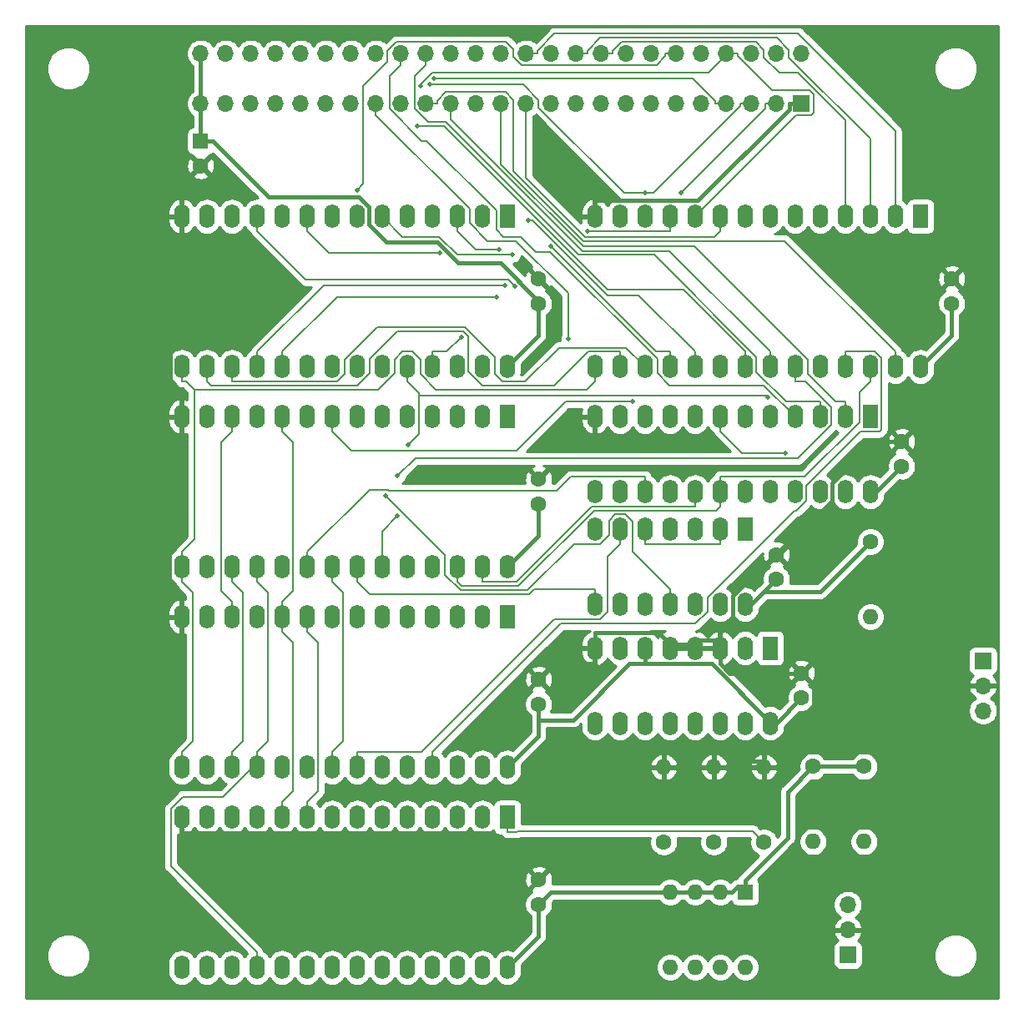
<source format=gtl>
G04 #@! TF.GenerationSoftware,KiCad,Pcbnew,(5.1.9)-1*
G04 #@! TF.CreationDate,2025-04-27T21:04:39+09:00*
G04 #@! TF.ProjectId,PYUTA_GBASIC,50595554-415f-4474-9241-5349432e6b69,rev?*
G04 #@! TF.SameCoordinates,PX53920b0PY93c3260*
G04 #@! TF.FileFunction,Copper,L1,Top*
G04 #@! TF.FilePolarity,Positive*
%FSLAX46Y46*%
G04 Gerber Fmt 4.6, Leading zero omitted, Abs format (unit mm)*
G04 Created by KiCad (PCBNEW (5.1.9)-1) date 2025-04-27 21:04:39*
%MOMM*%
%LPD*%
G01*
G04 APERTURE LIST*
G04 #@! TA.AperFunction,ComponentPad*
%ADD10C,1.600000*%
G04 #@! TD*
G04 #@! TA.AperFunction,ComponentPad*
%ADD11O,1.600000X1.600000*%
G04 #@! TD*
G04 #@! TA.AperFunction,ComponentPad*
%ADD12R,1.600000X1.600000*%
G04 #@! TD*
G04 #@! TA.AperFunction,ComponentPad*
%ADD13R,1.600000X2.400000*%
G04 #@! TD*
G04 #@! TA.AperFunction,ComponentPad*
%ADD14O,1.600000X2.400000*%
G04 #@! TD*
G04 #@! TA.AperFunction,ComponentPad*
%ADD15R,1.700000X1.700000*%
G04 #@! TD*
G04 #@! TA.AperFunction,ComponentPad*
%ADD16O,1.700000X1.700000*%
G04 #@! TD*
G04 #@! TA.AperFunction,ViaPad*
%ADD17C,0.500000*%
G04 #@! TD*
G04 #@! TA.AperFunction,Conductor*
%ADD18C,0.400000*%
G04 #@! TD*
G04 #@! TA.AperFunction,Conductor*
%ADD19C,0.200000*%
G04 #@! TD*
G04 #@! TA.AperFunction,Conductor*
%ADD20C,0.254000*%
G04 #@! TD*
G04 #@! TA.AperFunction,Conductor*
%ADD21C,0.100000*%
G04 #@! TD*
G04 APERTURE END LIST*
D10*
X76835000Y45680000D03*
X76835000Y43180000D03*
X79375000Y33655000D03*
X79375000Y31155000D03*
X52705000Y10200000D03*
X52705000Y12700000D03*
X52705000Y33020000D03*
X52705000Y30520000D03*
X52705000Y53340000D03*
X52705000Y50840000D03*
X52705000Y71160000D03*
X52705000Y73660000D03*
D11*
X75565000Y24130000D03*
D10*
X75565000Y16510000D03*
X70485000Y16510000D03*
D11*
X70485000Y24130000D03*
X65405000Y24130000D03*
D10*
X65405000Y16510000D03*
D12*
X73660000Y11430000D03*
D11*
X66040000Y3810000D03*
X71120000Y11430000D03*
X68580000Y3810000D03*
X68580000Y11430000D03*
X71120000Y3810000D03*
X66040000Y11430000D03*
X73660000Y3810000D03*
D13*
X49530000Y19050000D03*
D14*
X16510000Y3810000D03*
X46990000Y19050000D03*
X19050000Y3810000D03*
X44450000Y19050000D03*
X21590000Y3810000D03*
X41910000Y19050000D03*
X24130000Y3810000D03*
X39370000Y19050000D03*
X26670000Y3810000D03*
X36830000Y19050000D03*
X29210000Y3810000D03*
X34290000Y19050000D03*
X31750000Y3810000D03*
X31750000Y19050000D03*
X34290000Y3810000D03*
X29210000Y19050000D03*
X36830000Y3810000D03*
X26670000Y19050000D03*
X39370000Y3810000D03*
X24130000Y19050000D03*
X41910000Y3810000D03*
X21590000Y19050000D03*
X44450000Y3810000D03*
X19050000Y19050000D03*
X46990000Y3810000D03*
X16510000Y19050000D03*
X49530000Y3810000D03*
D13*
X49530000Y39370000D03*
D14*
X16510000Y24130000D03*
X46990000Y39370000D03*
X19050000Y24130000D03*
X44450000Y39370000D03*
X21590000Y24130000D03*
X41910000Y39370000D03*
X24130000Y24130000D03*
X39370000Y39370000D03*
X26670000Y24130000D03*
X36830000Y39370000D03*
X29210000Y24130000D03*
X34290000Y39370000D03*
X31750000Y24130000D03*
X31750000Y39370000D03*
X34290000Y24130000D03*
X29210000Y39370000D03*
X36830000Y24130000D03*
X26670000Y39370000D03*
X39370000Y24130000D03*
X24130000Y39370000D03*
X41910000Y24130000D03*
X21590000Y39370000D03*
X44450000Y24130000D03*
X19050000Y39370000D03*
X46990000Y24130000D03*
X16510000Y39370000D03*
X49530000Y24130000D03*
X49530000Y44450000D03*
X16510000Y59690000D03*
X46990000Y44450000D03*
X19050000Y59690000D03*
X44450000Y44450000D03*
X21590000Y59690000D03*
X41910000Y44450000D03*
X24130000Y59690000D03*
X39370000Y44450000D03*
X26670000Y59690000D03*
X36830000Y44450000D03*
X29210000Y59690000D03*
X34290000Y44450000D03*
X31750000Y59690000D03*
X31750000Y44450000D03*
X34290000Y59690000D03*
X29210000Y44450000D03*
X36830000Y59690000D03*
X26670000Y44450000D03*
X39370000Y59690000D03*
X24130000Y44450000D03*
X41910000Y59690000D03*
X21590000Y44450000D03*
X44450000Y59690000D03*
X19050000Y44450000D03*
X46990000Y59690000D03*
X16510000Y44450000D03*
D13*
X49530000Y59690000D03*
D14*
X49530000Y64770000D03*
X16510000Y80010000D03*
X46990000Y64770000D03*
X19050000Y80010000D03*
X44450000Y64770000D03*
X21590000Y80010000D03*
X41910000Y64770000D03*
X24130000Y80010000D03*
X39370000Y64770000D03*
X26670000Y80010000D03*
X36830000Y64770000D03*
X29210000Y80010000D03*
X34290000Y64770000D03*
X31750000Y80010000D03*
X31750000Y64770000D03*
X34290000Y80010000D03*
X29210000Y64770000D03*
X36830000Y80010000D03*
X26670000Y64770000D03*
X39370000Y80010000D03*
X24130000Y64770000D03*
X41910000Y80010000D03*
X21590000Y64770000D03*
X44450000Y80010000D03*
X19050000Y64770000D03*
X46990000Y80010000D03*
X16510000Y64770000D03*
D13*
X49530000Y80010000D03*
X76200000Y36195000D03*
D14*
X58420000Y28575000D03*
X73660000Y36195000D03*
X60960000Y28575000D03*
X71120000Y36195000D03*
X63500000Y28575000D03*
X68580000Y36195000D03*
X66040000Y28575000D03*
X66040000Y36195000D03*
X68580000Y28575000D03*
X63500000Y36195000D03*
X71120000Y28575000D03*
X60960000Y36195000D03*
X73660000Y28575000D03*
X58420000Y36195000D03*
X76200000Y28575000D03*
D13*
X73660000Y48260000D03*
D14*
X58420000Y40640000D03*
X71120000Y48260000D03*
X60960000Y40640000D03*
X68580000Y48260000D03*
X63500000Y40640000D03*
X66040000Y48260000D03*
X66040000Y40640000D03*
X63500000Y48260000D03*
X68580000Y40640000D03*
X60960000Y48260000D03*
X71120000Y40640000D03*
X58420000Y48260000D03*
X73660000Y40640000D03*
D12*
X18415000Y87630000D03*
D10*
X18415000Y85130000D03*
X89535000Y54650000D03*
X89535000Y57150000D03*
X94615000Y71160000D03*
X94615000Y73660000D03*
D13*
X86360000Y59690000D03*
D14*
X58420000Y52070000D03*
X83820000Y59690000D03*
X60960000Y52070000D03*
X81280000Y59690000D03*
X63500000Y52070000D03*
X78740000Y59690000D03*
X66040000Y52070000D03*
X76200000Y59690000D03*
X68580000Y52070000D03*
X73660000Y59690000D03*
X71120000Y52070000D03*
X71120000Y59690000D03*
X73660000Y52070000D03*
X68580000Y59690000D03*
X76200000Y52070000D03*
X66040000Y59690000D03*
X78740000Y52070000D03*
X63500000Y59690000D03*
X81280000Y52070000D03*
X60960000Y59690000D03*
X83820000Y52070000D03*
X58420000Y59690000D03*
X86360000Y52070000D03*
D13*
X91440000Y80010000D03*
D14*
X58420000Y64770000D03*
X88900000Y80010000D03*
X60960000Y64770000D03*
X86360000Y80010000D03*
X63500000Y64770000D03*
X83820000Y80010000D03*
X66040000Y64770000D03*
X81280000Y80010000D03*
X68580000Y64770000D03*
X78740000Y80010000D03*
X71120000Y64770000D03*
X76200000Y80010000D03*
X73660000Y64770000D03*
X73660000Y80010000D03*
X76200000Y64770000D03*
X71120000Y80010000D03*
X78740000Y64770000D03*
X68580000Y80010000D03*
X81280000Y64770000D03*
X66040000Y80010000D03*
X83820000Y64770000D03*
X63500000Y80010000D03*
X86360000Y64770000D03*
X60960000Y80010000D03*
X88900000Y64770000D03*
X58420000Y80010000D03*
X91440000Y64770000D03*
D11*
X85725000Y16559000D03*
D10*
X85725000Y24179000D03*
X80552000Y24179000D03*
D11*
X80552000Y16559000D03*
D15*
X84074000Y5080000D03*
D16*
X84074000Y7620000D03*
X84074000Y10160000D03*
D10*
X86360000Y46990000D03*
D11*
X86360000Y39370000D03*
D15*
X97790000Y34925000D03*
D16*
X97790000Y32385000D03*
X97790000Y29845000D03*
X18415000Y96520000D03*
X18415000Y91440000D03*
X20955000Y96520000D03*
X20955000Y91440000D03*
X23495000Y96520000D03*
X23495000Y91440000D03*
X26035000Y96520000D03*
X26035000Y91440000D03*
X28575000Y96520000D03*
X28575000Y91440000D03*
X31115000Y96520000D03*
X31115000Y91440000D03*
X33655000Y96520000D03*
X33655000Y91440000D03*
X36195000Y96520000D03*
X36195000Y91440000D03*
X38735000Y96520000D03*
X38735000Y91440000D03*
X41275000Y96520000D03*
X41275000Y91440000D03*
X43815000Y96520000D03*
X43815000Y91440000D03*
X46355000Y96520000D03*
X46355000Y91440000D03*
X48895000Y96520000D03*
X48895000Y91440000D03*
X51435000Y96520000D03*
X51435000Y91440000D03*
X53975000Y96520000D03*
X53975000Y91440000D03*
X56515000Y96520000D03*
X56515000Y91440000D03*
X59055000Y96520000D03*
X59055000Y91440000D03*
X61595000Y96520000D03*
X61595000Y91440000D03*
X64135000Y96520000D03*
X64135000Y91440000D03*
X66675000Y96520000D03*
X66675000Y91440000D03*
X69215000Y96520000D03*
X69215000Y91440000D03*
X71755000Y96520000D03*
X71755000Y91440000D03*
X74295000Y96520000D03*
X74295000Y91440000D03*
X76835000Y96520000D03*
X76835000Y91440000D03*
X79375000Y96520000D03*
D15*
X79375000Y91440000D03*
D17*
X48419900Y71843100D03*
X51670700Y79610700D03*
X49307500Y73010200D03*
X53928100Y76961200D03*
X42099700Y93986500D03*
X41686800Y93408800D03*
X63500000Y82403200D03*
X67110000Y82403200D03*
X50261600Y72900400D03*
X57656200Y78509700D03*
X48665700Y76671400D03*
X50066000Y76084900D03*
X38400700Y53650200D03*
X38400700Y49597900D03*
X34315500Y82682700D03*
X40408000Y89163400D03*
X75934700Y61680100D03*
X39453000Y56814200D03*
X44863000Y67745600D03*
X62222000Y61204700D03*
X40709500Y93249800D03*
X42640400Y76271700D03*
X55726800Y67551400D03*
X37155200Y51671300D03*
X77738900Y55992400D03*
D18*
X52705000Y71160000D02*
X52705000Y71405000D01*
X52705000Y71405000D02*
X48837200Y75272800D01*
X48837200Y75272800D02*
X44559000Y75272800D01*
X44559000Y75272800D02*
X42451900Y77379900D01*
X42451900Y77379900D02*
X37296600Y77379900D01*
X37296600Y77379900D02*
X35490300Y79186200D01*
X35490300Y79186200D02*
X35490300Y80907200D01*
X35490300Y80907200D02*
X34473600Y81923900D01*
X34473600Y81923900D02*
X25321400Y81923900D01*
X25321400Y81923900D02*
X19615300Y87630000D01*
X18415000Y87630000D02*
X19615300Y87630000D01*
X52705000Y71160000D02*
X52705000Y67945000D01*
X52705000Y67945000D02*
X49530000Y64770000D01*
X66040000Y11430000D02*
X53935000Y11430000D01*
X53935000Y11430000D02*
X52705000Y10200000D01*
X68580000Y11430000D02*
X66040000Y11430000D01*
X76290600Y28575000D02*
X70270900Y34594700D01*
X70270900Y34594700D02*
X63500000Y34594700D01*
X79375000Y31155000D02*
X76795000Y28575000D01*
X76795000Y28575000D02*
X76290600Y28575000D01*
X76290600Y28575000D02*
X76200000Y28575000D01*
X63500000Y36195000D02*
X63500000Y34594700D01*
X52705000Y28912500D02*
X56217500Y28912500D01*
X56217500Y28912500D02*
X61899700Y34594700D01*
X61899700Y34594700D02*
X63500000Y34594700D01*
X52705000Y28912500D02*
X52705000Y27305000D01*
X52705000Y27305000D02*
X49530000Y24130000D01*
X52705000Y30520000D02*
X52705000Y28912500D01*
X71120000Y11430000D02*
X72320300Y11430000D01*
X73660000Y12030200D02*
X72920500Y12030200D01*
X72920500Y12030200D02*
X72320300Y11430000D01*
X73660000Y12030200D02*
X73660000Y12630300D01*
X73660000Y11430000D02*
X73660000Y12030200D01*
X73660000Y12630300D02*
X77961100Y16931400D01*
X77961100Y16931400D02*
X77961100Y21588100D01*
X77961100Y21588100D02*
X80552000Y24179000D01*
X52705000Y10200000D02*
X52705000Y6985000D01*
X52705000Y6985000D02*
X49530000Y3810000D01*
X80552000Y24179000D02*
X85725000Y24179000D01*
X68580000Y11430000D02*
X71120000Y11430000D01*
X75565000Y41910000D02*
X81280000Y41910000D01*
X81280000Y41910000D02*
X86360000Y46990000D01*
X75565000Y41910000D02*
X74295000Y40640000D01*
X74295000Y40640000D02*
X73660000Y40640000D01*
X76835000Y43180000D02*
X75565000Y41910000D01*
X18415000Y91440000D02*
X18415000Y87630000D01*
X18415000Y96520000D02*
X18415000Y91440000D01*
X52705000Y50840000D02*
X52705000Y47625000D01*
X52705000Y47625000D02*
X49530000Y44450000D01*
X89535000Y54650000D02*
X86955000Y52070000D01*
X86955000Y52070000D02*
X86360000Y52070000D01*
X94615000Y71160000D02*
X94615000Y67945000D01*
X94615000Y67945000D02*
X91440000Y64770000D01*
X16510000Y59690000D02*
X16510000Y58089700D01*
X16510000Y39370000D02*
X16510000Y40970300D01*
X16510000Y40970300D02*
X15276500Y42203800D01*
X15276500Y42203800D02*
X15276500Y56856200D01*
X15276500Y56856200D02*
X16510000Y58089700D01*
X58420000Y36195000D02*
X58420000Y37795300D01*
X66040000Y36595100D02*
X64839800Y37795300D01*
X64839800Y37795300D02*
X58420000Y37795300D01*
X66040000Y36395100D02*
X66040000Y36595100D01*
X66040000Y36195000D02*
X66040000Y36395100D01*
X58420000Y36195000D02*
X58420000Y34594700D01*
X58420000Y34594700D02*
X54279700Y34594700D01*
X54279700Y34594700D02*
X52705000Y33020000D01*
X58420000Y80010000D02*
X58420000Y81610300D01*
X79375000Y91440000D02*
X78124700Y91440000D01*
X78124700Y91440000D02*
X78124700Y90875800D01*
X78124700Y90875800D02*
X68859200Y81610300D01*
X68859200Y81610300D02*
X58420000Y81610300D01*
X68580000Y36595100D02*
X68580000Y36995200D01*
X68580000Y36195000D02*
X68580000Y36595100D01*
X68580000Y36595100D02*
X66040000Y36595100D01*
X79375000Y33655000D02*
X72059700Y33655000D01*
X72059700Y33655000D02*
X71120000Y34594700D01*
X80645000Y32385000D02*
X79375000Y33655000D01*
X71120000Y36195000D02*
X71120000Y34594700D01*
X71120000Y36995200D02*
X71120000Y37795300D01*
X71120000Y36195000D02*
X71120000Y36995200D01*
X68580000Y36995200D02*
X71120000Y36995200D01*
X71120000Y37795300D02*
X72390000Y39065300D01*
X72390000Y39065300D02*
X72390000Y41477700D01*
X72390000Y41477700D02*
X76592300Y45680000D01*
X76592300Y45680000D02*
X76835000Y45680000D01*
X76835000Y45680000D02*
X77011000Y45680000D01*
X77011000Y45680000D02*
X82480400Y51149400D01*
X82480400Y51149400D02*
X82480400Y52912800D01*
X82480400Y52912800D02*
X86717600Y57150000D01*
X86717600Y57150000D02*
X89535000Y57150000D01*
X16510000Y19050000D02*
X16510000Y17449700D01*
X16510000Y17449700D02*
X47955300Y17449700D01*
X47955300Y17449700D02*
X52705000Y12700000D01*
X70485000Y24130000D02*
X71685300Y24130000D01*
X75565000Y24730200D02*
X72285500Y24730200D01*
X72285500Y24730200D02*
X71685300Y24130000D01*
X75565000Y24730200D02*
X75565000Y25330300D01*
X75565000Y24130000D02*
X75565000Y24730200D01*
X96539700Y32385000D02*
X80645000Y32385000D01*
X80645000Y32385000D02*
X80645000Y30410300D01*
X80645000Y30410300D02*
X75565000Y25330300D01*
X70485000Y24130000D02*
X65405000Y24130000D01*
X16510000Y80010000D02*
X16510000Y78409700D01*
X16510000Y59690000D02*
X16510000Y61290300D01*
X16510000Y61290300D02*
X15306700Y62493600D01*
X15306700Y62493600D02*
X15306700Y77206400D01*
X15306700Y77206400D02*
X16510000Y78409700D01*
X97790000Y32385000D02*
X96539700Y32385000D01*
D19*
X26670000Y64770000D02*
X26670000Y66270300D01*
X48419900Y71843100D02*
X32242800Y71843100D01*
X32242800Y71843100D02*
X26670000Y66270300D01*
X51670700Y79610700D02*
X52056900Y79610700D01*
X52056900Y79610700D02*
X59661300Y72006300D01*
X59661300Y72006300D02*
X62844000Y72006300D01*
X62844000Y72006300D02*
X68580000Y66270300D01*
X68580000Y64770000D02*
X68580000Y66270300D01*
X24130000Y3810000D02*
X24130000Y5310300D01*
X24130000Y24563500D02*
X20693300Y21126800D01*
X20693300Y21126800D02*
X16621100Y21126800D01*
X16621100Y21126800D02*
X15384300Y19890000D01*
X15384300Y19890000D02*
X15384300Y14056000D01*
X15384300Y14056000D02*
X24130000Y5310300D01*
X24130000Y24563500D02*
X24130000Y25630300D01*
X24130000Y24130000D02*
X24130000Y24563500D01*
X24130000Y64770000D02*
X24130000Y66270300D01*
X49307500Y73010200D02*
X30869900Y73010200D01*
X30869900Y73010200D02*
X24130000Y66270300D01*
X66040000Y66270300D02*
X64619000Y66270300D01*
X64619000Y66270300D02*
X53928100Y76961200D01*
X66040000Y64770000D02*
X66040000Y66270300D01*
X24130000Y44450000D02*
X24130000Y42949700D01*
X24130000Y42949700D02*
X25241100Y41838600D01*
X25241100Y41838600D02*
X25241100Y26741400D01*
X25241100Y26741400D02*
X24130000Y25630300D01*
X21590000Y64770000D02*
X21590000Y63269700D01*
X63500000Y64770000D02*
X61599300Y66670700D01*
X61599300Y66670700D02*
X54757700Y66670700D01*
X54757700Y66670700D02*
X51317900Y63230900D01*
X51317900Y63230900D02*
X49070200Y63230900D01*
X49070200Y63230900D02*
X48260000Y64041100D01*
X48260000Y64041100D02*
X48260000Y65699700D01*
X48260000Y65699700D02*
X45182900Y68776800D01*
X45182900Y68776800D02*
X36323900Y68776800D01*
X36323900Y68776800D02*
X33020000Y65472900D01*
X33020000Y65472900D02*
X33020000Y64052800D01*
X33020000Y64052800D02*
X32236900Y63269700D01*
X32236900Y63269700D02*
X21590000Y63269700D01*
X21590000Y24130000D02*
X21590000Y25630300D01*
X21590000Y44450000D02*
X21590000Y42949700D01*
X21590000Y42949700D02*
X22701100Y41838600D01*
X22701100Y41838600D02*
X22701100Y26741400D01*
X22701100Y26741400D02*
X21590000Y25630300D01*
X19050000Y63269700D02*
X19485000Y62834700D01*
X19485000Y62834700D02*
X34311800Y62834700D01*
X34311800Y62834700D02*
X35560000Y64082900D01*
X35560000Y64082900D02*
X35560000Y65534100D01*
X35560000Y65534100D02*
X38377900Y68352000D01*
X38377900Y68352000D02*
X45035100Y68352000D01*
X45035100Y68352000D02*
X45557300Y67829800D01*
X45557300Y67829800D02*
X45557300Y64246400D01*
X45557300Y64246400D02*
X46973200Y62830500D01*
X46973200Y62830500D02*
X54273200Y62830500D01*
X54273200Y62830500D02*
X57713000Y66270300D01*
X57713000Y66270300D02*
X60960000Y66270300D01*
X60960000Y64770000D02*
X60960000Y66270300D01*
X19050000Y64770000D02*
X19050000Y63269700D01*
X17780000Y62399600D02*
X36420000Y62399600D01*
X36420000Y62399600D02*
X38100000Y64079600D01*
X38100000Y64079600D02*
X38100000Y65472900D01*
X38100000Y65472900D02*
X38897400Y66270300D01*
X38897400Y66270300D02*
X39882600Y66270300D01*
X39882600Y66270300D02*
X40726400Y65426500D01*
X40726400Y65426500D02*
X40726400Y63981300D01*
X40726400Y63981300D02*
X42277500Y62430200D01*
X42277500Y62430200D02*
X57580500Y62430200D01*
X57580500Y62430200D02*
X58420000Y63269700D01*
X58420000Y64770000D02*
X58420000Y63269700D01*
X17780000Y62399600D02*
X17780000Y47220300D01*
X17780000Y47220300D02*
X16510000Y45950300D01*
X16510000Y63269700D02*
X16909900Y63269700D01*
X16909900Y63269700D02*
X17780000Y62399600D01*
X16510000Y64770000D02*
X16510000Y63269700D01*
X16510000Y44450000D02*
X16510000Y45950300D01*
X16510000Y24130000D02*
X16510000Y25630300D01*
X16510000Y44450000D02*
X16510000Y42949700D01*
X16510000Y42949700D02*
X17621100Y41838600D01*
X17621100Y41838600D02*
X17621100Y26741400D01*
X17621100Y26741400D02*
X16510000Y25630300D01*
X42099700Y93986500D02*
X68345800Y93986500D01*
X68345800Y93986500D02*
X70604700Y91727600D01*
X70604700Y91727600D02*
X70604700Y91440000D01*
X71755000Y91440000D02*
X70604700Y91440000D01*
X63500000Y82403200D02*
X61353800Y82403200D01*
X61353800Y82403200D02*
X52705000Y91052000D01*
X52705000Y91052000D02*
X52705000Y91821300D01*
X52705000Y91821300D02*
X51117500Y93408800D01*
X51117500Y93408800D02*
X41686800Y93408800D01*
X73167700Y91440000D02*
X73167700Y91198100D01*
X73167700Y91198100D02*
X64372800Y82403200D01*
X64372800Y82403200D02*
X63500000Y82403200D01*
X74295000Y91440000D02*
X73167700Y91440000D01*
X21590000Y39370000D02*
X21590000Y40870300D01*
X21590000Y59690000D02*
X21590000Y58189700D01*
X21590000Y58189700D02*
X20478800Y57078500D01*
X20478800Y57078500D02*
X20478800Y41981500D01*
X20478800Y41981500D02*
X21590000Y40870300D01*
X50261600Y72900400D02*
X49601500Y73560500D01*
X49601500Y73560500D02*
X29079200Y73560500D01*
X29079200Y73560500D02*
X24130000Y78509700D01*
X76835000Y91440000D02*
X75684700Y91440000D01*
X75684700Y91440000D02*
X75684700Y90977900D01*
X75684700Y90977900D02*
X67110000Y82403200D01*
X66040000Y78509700D02*
X57656200Y78509700D01*
X66040000Y80010000D02*
X66040000Y78509700D01*
X24130000Y80010000D02*
X24130000Y78509700D01*
X44450000Y78509700D02*
X46288300Y76671400D01*
X46288300Y76671400D02*
X48665700Y76671400D01*
X44450000Y80010000D02*
X44450000Y78509700D01*
X57665300Y96520000D02*
X57665300Y96807600D01*
X57665300Y96807600D02*
X58971700Y98114000D01*
X58971700Y98114000D02*
X76894000Y98114000D01*
X76894000Y98114000D02*
X78105000Y96903000D01*
X78105000Y96903000D02*
X78105000Y96104400D01*
X78105000Y96104400D02*
X86360000Y87849400D01*
X86360000Y87849400D02*
X86360000Y80010000D01*
X56515000Y96520000D02*
X57665300Y96520000D01*
X59055000Y96520000D02*
X60205300Y96520000D01*
X83820000Y80010000D02*
X83820000Y89729500D01*
X83820000Y89729500D02*
X78967100Y94582400D01*
X78967100Y94582400D02*
X77115700Y94582400D01*
X77115700Y94582400D02*
X75565000Y96133100D01*
X75565000Y96133100D02*
X75565000Y96896800D01*
X75565000Y96896800D02*
X74784800Y97677000D01*
X74784800Y97677000D02*
X61123900Y97677000D01*
X61123900Y97677000D02*
X60205300Y96758400D01*
X60205300Y96758400D02*
X60205300Y96520000D01*
X48895000Y90289700D02*
X48895000Y85296100D01*
X48895000Y85296100D02*
X57236600Y76954500D01*
X57236600Y76954500D02*
X68516900Y76954500D01*
X68516900Y76954500D02*
X80010000Y65461400D01*
X80010000Y65461400D02*
X80010000Y64022100D01*
X80010000Y64022100D02*
X82841800Y61190300D01*
X82841800Y61190300D02*
X83820000Y61190300D01*
X83820000Y59690000D02*
X83820000Y61190300D01*
X48895000Y91440000D02*
X48895000Y90289700D01*
X51435000Y96520000D02*
X52585300Y96520000D01*
X52585300Y96520000D02*
X52585300Y96807600D01*
X52585300Y96807600D02*
X54294600Y98516900D01*
X54294600Y98516900D02*
X79039700Y98516900D01*
X79039700Y98516900D02*
X88900000Y88656600D01*
X88900000Y88656600D02*
X88900000Y80010000D01*
X50066000Y76084900D02*
X44454400Y76084900D01*
X44454400Y76084900D02*
X42606100Y77933200D01*
X42606100Y77933200D02*
X38906800Y77933200D01*
X38906800Y77933200D02*
X36830000Y80010000D01*
X78740000Y63269700D02*
X79768500Y63269700D01*
X79768500Y63269700D02*
X82427700Y60610500D01*
X82427700Y60610500D02*
X82427700Y58830700D01*
X82427700Y58830700D02*
X79027600Y55430600D01*
X79027600Y55430600D02*
X40181100Y55430600D01*
X40181100Y55430600D02*
X38400700Y53650200D01*
X78740000Y64770000D02*
X78740000Y63269700D01*
X38400700Y49597900D02*
X36830000Y48027200D01*
X36830000Y48027200D02*
X36830000Y44450000D01*
X66675000Y96520000D02*
X65524700Y96520000D01*
X65524700Y96520000D02*
X65524700Y96232400D01*
X65524700Y96232400D02*
X64661200Y95368900D01*
X64661200Y95368900D02*
X50949400Y95368900D01*
X50949400Y95368900D02*
X50165000Y96153300D01*
X50165000Y96153300D02*
X50165000Y96911900D01*
X50165000Y96911900D02*
X49390400Y97686500D01*
X49390400Y97686500D02*
X38271900Y97686500D01*
X38271900Y97686500D02*
X37384000Y96798600D01*
X37384000Y96798600D02*
X37384000Y95670700D01*
X37384000Y95670700D02*
X34925000Y93211700D01*
X34925000Y93211700D02*
X34925000Y83292200D01*
X34925000Y83292200D02*
X34315500Y82682700D01*
X40408000Y89163400D02*
X43070500Y89163400D01*
X43070500Y89163400D02*
X59680100Y72553800D01*
X59680100Y72553800D02*
X67376500Y72553800D01*
X67376500Y72553800D02*
X73660000Y66270300D01*
X73660000Y64770000D02*
X73660000Y66270300D01*
X31750000Y24130000D02*
X31750000Y25630300D01*
X31750000Y44450000D02*
X31750000Y42949700D01*
X31750000Y42949700D02*
X32861100Y41838600D01*
X32861100Y41838600D02*
X32861100Y26741400D01*
X32861100Y26741400D02*
X31750000Y25630300D01*
X40593200Y61809200D02*
X40593200Y57954400D01*
X40593200Y57954400D02*
X39453000Y56814200D01*
X39370000Y63269700D02*
X40593200Y62046500D01*
X40593200Y62046500D02*
X40593200Y61809200D01*
X40593200Y61809200D02*
X75805600Y61809200D01*
X75805600Y61809200D02*
X75934700Y61680100D01*
X39370000Y64770000D02*
X39370000Y63269700D01*
X41910000Y66270300D02*
X43387700Y66270300D01*
X43387700Y66270300D02*
X44863000Y67745600D01*
X41910000Y64770000D02*
X41910000Y66270300D01*
X83820000Y64770000D02*
X83820000Y66270300D01*
X41910000Y24130000D02*
X41910000Y25630300D01*
X41910000Y25630300D02*
X54952600Y38672900D01*
X54952600Y38672900D02*
X68610100Y38672900D01*
X68610100Y38672900D02*
X69850000Y39912800D01*
X69850000Y39912800D02*
X69850000Y41330500D01*
X69850000Y41330500D02*
X78669600Y50150100D01*
X78669600Y50150100D02*
X78837300Y50150100D01*
X78837300Y50150100D02*
X79868400Y51181200D01*
X79868400Y51181200D02*
X79868400Y52694100D01*
X79868400Y52694100D02*
X85351800Y58177500D01*
X85351800Y58177500D02*
X87292300Y58177500D01*
X87292300Y58177500D02*
X87461100Y58346300D01*
X87461100Y58346300D02*
X87461100Y65632600D01*
X87461100Y65632600D02*
X86823400Y66270300D01*
X86823400Y66270300D02*
X83820000Y66270300D01*
X31750000Y59690000D02*
X31750000Y58189700D01*
X62222000Y61204700D02*
X55449600Y61204700D01*
X55449600Y61204700D02*
X50455400Y56210500D01*
X50455400Y56210500D02*
X33729200Y56210500D01*
X33729200Y56210500D02*
X31750000Y58189700D01*
X40709500Y93249800D02*
X40709600Y93249800D01*
X40709600Y93249800D02*
X40709600Y93374600D01*
X40709600Y93374600D02*
X41894100Y94559100D01*
X41894100Y94559100D02*
X69944800Y94559100D01*
X69944800Y94559100D02*
X71905700Y96520000D01*
X26670000Y39370000D02*
X26670000Y40870300D01*
X26670000Y59690000D02*
X26670000Y58189700D01*
X26670000Y58189700D02*
X27781100Y57078600D01*
X27781100Y57078600D02*
X27781100Y41981400D01*
X27781100Y41981400D02*
X26670000Y40870300D01*
X71905700Y96520000D02*
X72056400Y96520000D01*
X71755000Y96520000D02*
X71905700Y96520000D01*
X72330200Y96520000D02*
X72905300Y96520000D01*
X72330200Y96520000D02*
X72056400Y96520000D01*
X26670000Y19050000D02*
X26670000Y20550300D01*
X26670000Y39370000D02*
X26670000Y37869700D01*
X26670000Y37869700D02*
X27781100Y36758600D01*
X27781100Y36758600D02*
X27781100Y21661400D01*
X27781100Y21661400D02*
X26670000Y20550300D01*
X68580000Y80010000D02*
X78859700Y90289700D01*
X78859700Y90289700D02*
X80349400Y90289700D01*
X80349400Y90289700D02*
X80579000Y90519300D01*
X80579000Y90519300D02*
X80579000Y92404400D01*
X80579000Y92404400D02*
X80166000Y92817400D01*
X80166000Y92817400D02*
X76369500Y92817400D01*
X76369500Y92817400D02*
X72905300Y96281600D01*
X72905300Y96281600D02*
X72905300Y96520000D01*
X29210000Y80010000D02*
X29210000Y78509700D01*
X42640400Y76271700D02*
X31448000Y76271700D01*
X31448000Y76271700D02*
X29210000Y78509700D01*
X51435000Y91440000D02*
X51435000Y90289700D01*
X71120000Y80010000D02*
X71120000Y78509700D01*
X71120000Y78509700D02*
X70539100Y77928800D01*
X70539100Y77928800D02*
X57394500Y77928800D01*
X57394500Y77928800D02*
X51435000Y83888300D01*
X51435000Y83888300D02*
X51435000Y90289700D01*
X29210000Y19050000D02*
X29210000Y20550300D01*
X29210000Y39370000D02*
X29210000Y37869700D01*
X29210000Y37869700D02*
X30321100Y36758600D01*
X30321100Y36758600D02*
X30321100Y21661400D01*
X30321100Y21661400D02*
X29210000Y20550300D01*
X43815000Y90289700D02*
X43815000Y89810000D01*
X43815000Y89810000D02*
X57139400Y76485600D01*
X57139400Y76485600D02*
X65984700Y76485600D01*
X65984700Y76485600D02*
X76200000Y66270300D01*
X63500000Y48260000D02*
X63500000Y46759700D01*
X71120000Y48260000D02*
X71120000Y46759700D01*
X71120000Y46759700D02*
X63500000Y46759700D01*
X76200000Y64770000D02*
X76200000Y66270300D01*
X43815000Y91440000D02*
X43815000Y90289700D01*
X81280000Y59690000D02*
X81280000Y61190300D01*
X41275000Y96520000D02*
X41275000Y95369700D01*
X41275000Y95369700D02*
X40120600Y94215300D01*
X40120600Y94215300D02*
X40120600Y90907900D01*
X40120600Y90907900D02*
X41464700Y89563800D01*
X41464700Y89563800D02*
X43236400Y89563800D01*
X43236400Y89563800D02*
X56715000Y76085200D01*
X56715000Y76085200D02*
X64412100Y76085200D01*
X64412100Y76085200D02*
X74788400Y65708900D01*
X74788400Y65708900D02*
X74788400Y64192800D01*
X74788400Y64192800D02*
X77790900Y61190300D01*
X77790900Y61190300D02*
X81280000Y61190300D01*
X38735000Y95369700D02*
X37584100Y94218800D01*
X37584100Y94218800D02*
X37584100Y90928800D01*
X37584100Y90928800D02*
X40838600Y87674300D01*
X40838600Y87674300D02*
X41354100Y87674300D01*
X41354100Y87674300D02*
X48401600Y80626800D01*
X48401600Y80626800D02*
X48401600Y78646200D01*
X48401600Y78646200D02*
X49122900Y77924900D01*
X49122900Y77924900D02*
X50911400Y77924900D01*
X50911400Y77924900D02*
X52425500Y76410800D01*
X52425500Y76410800D02*
X53863900Y76410800D01*
X53863900Y76410800D02*
X64770000Y65504700D01*
X64770000Y65504700D02*
X64770000Y64064100D01*
X64770000Y64064100D02*
X65964800Y62869300D01*
X65964800Y62869300D02*
X75545600Y62869300D01*
X75545600Y62869300D02*
X78724900Y59690000D01*
X78724900Y59690000D02*
X78740000Y59690000D01*
X38735000Y96520000D02*
X38735000Y95369700D01*
X36195000Y91440000D02*
X36195000Y90289700D01*
X36195000Y90289700D02*
X45720000Y80764700D01*
X45720000Y80764700D02*
X45720000Y79314700D01*
X45720000Y79314700D02*
X47519900Y77514800D01*
X47519900Y77514800D02*
X50406500Y77514800D01*
X50406500Y77514800D02*
X55726800Y72194500D01*
X55726800Y72194500D02*
X55726800Y67551400D01*
X42425300Y91440000D02*
X42425300Y91727600D01*
X42425300Y91727600D02*
X43304800Y92607100D01*
X43304800Y92607100D02*
X49359800Y92607100D01*
X49359800Y92607100D02*
X50165000Y91801900D01*
X50165000Y91801900D02*
X50165000Y84592200D01*
X50165000Y84592200D02*
X57259400Y77497800D01*
X57259400Y77497800D02*
X77672500Y77497800D01*
X77672500Y77497800D02*
X88900000Y66270300D01*
X88900000Y64770000D02*
X88900000Y66270300D01*
X41275000Y91440000D02*
X42425300Y91440000D01*
X49530000Y19050000D02*
X49530000Y17549700D01*
X49530000Y17549700D02*
X50492700Y17549700D01*
X50492700Y17549700D02*
X50586500Y17643500D01*
X50586500Y17643500D02*
X74431500Y17643500D01*
X74431500Y17643500D02*
X75565000Y16510000D01*
X34290000Y42949700D02*
X35579100Y41660600D01*
X35579100Y41660600D02*
X51775600Y41660600D01*
X51775600Y41660600D02*
X52255300Y42140300D01*
X52255300Y42140300D02*
X58420000Y42140300D01*
X58420000Y40640000D02*
X58420000Y42140300D01*
X34290000Y44450000D02*
X34290000Y42949700D01*
X66040000Y40640000D02*
X66040000Y42140300D01*
X66040000Y42140300D02*
X62230000Y45950300D01*
X62230000Y45950300D02*
X62230000Y49016600D01*
X62230000Y49016600D02*
X61486300Y49760300D01*
X61486300Y49760300D02*
X60469600Y49760300D01*
X60469600Y49760300D02*
X59831700Y49122400D01*
X59831700Y49122400D02*
X59831700Y47633500D01*
X59831700Y47633500D02*
X58957800Y46759600D01*
X58957800Y46759600D02*
X56274300Y46759600D01*
X56274300Y46759600D02*
X51575600Y42060900D01*
X51575600Y42060900D02*
X44752900Y42060900D01*
X44752900Y42060900D02*
X43180000Y43633800D01*
X43180000Y43633800D02*
X43180000Y45646500D01*
X43180000Y45646500D02*
X37155200Y51671300D01*
X34290000Y24130000D02*
X34290000Y25630300D01*
X60960000Y48260000D02*
X60960000Y46759700D01*
X60960000Y46759700D02*
X59690000Y45489700D01*
X59690000Y45489700D02*
X59690000Y39913700D01*
X59690000Y39913700D02*
X58902200Y39125900D01*
X58902200Y39125900D02*
X54313600Y39125900D01*
X54313600Y39125900D02*
X40818000Y25630300D01*
X40818000Y25630300D02*
X34290000Y25630300D01*
X29210000Y44450000D02*
X29210000Y45950300D01*
X63500000Y52070000D02*
X63500000Y53570300D01*
X63500000Y53570300D02*
X55956000Y53570300D01*
X55956000Y53570300D02*
X54567600Y52181900D01*
X54567600Y52181900D02*
X37554100Y52181900D01*
X37554100Y52181900D02*
X37460500Y52275500D01*
X37460500Y52275500D02*
X35535200Y52275500D01*
X35535200Y52275500D02*
X29210000Y45950300D01*
X77738900Y55992400D02*
X73317300Y55992400D01*
X73317300Y55992400D02*
X71120000Y58189700D01*
X71120000Y59690000D02*
X71120000Y58189700D01*
X71120000Y52070000D02*
X71120000Y50569700D01*
X44450000Y44450000D02*
X44450000Y42949700D01*
X44450000Y42949700D02*
X44876300Y42523400D01*
X44876300Y42523400D02*
X50668000Y42523400D01*
X50668000Y42523400D02*
X58305200Y50160600D01*
X58305200Y50160600D02*
X70710900Y50160600D01*
X70710900Y50160600D02*
X71120000Y50569700D01*
X86360000Y64770000D02*
X86360000Y63269700D01*
X71120000Y52070000D02*
X71120000Y53570300D01*
X71120000Y53570300D02*
X79664300Y53570300D01*
X79664300Y53570300D02*
X85231700Y59137700D01*
X85231700Y59137700D02*
X85231700Y62141400D01*
X85231700Y62141400D02*
X86360000Y63269700D01*
X46990000Y44450000D02*
X46990000Y42949700D01*
X68580000Y52070000D02*
X68580000Y50569700D01*
X68580000Y50569700D02*
X58088800Y50569700D01*
X58088800Y50569700D02*
X50468800Y42949700D01*
X50468800Y42949700D02*
X46990000Y42949700D01*
D20*
X99340000Y660000D02*
X660000Y660000D01*
X660000Y5220128D01*
X2765000Y5220128D01*
X2765000Y4779872D01*
X2850890Y4348075D01*
X3019369Y3941331D01*
X3263962Y3575271D01*
X3575271Y3263962D01*
X3941331Y3019369D01*
X4348075Y2850890D01*
X4779872Y2765000D01*
X5220128Y2765000D01*
X5651925Y2850890D01*
X6058669Y3019369D01*
X6424729Y3263962D01*
X6736038Y3575271D01*
X6980631Y3941331D01*
X7149110Y4348075D01*
X7235000Y4779872D01*
X7235000Y5220128D01*
X7149110Y5651925D01*
X6980631Y6058669D01*
X6736038Y6424729D01*
X6424729Y6736038D01*
X6058669Y6980631D01*
X5651925Y7149110D01*
X5220128Y7235000D01*
X4779872Y7235000D01*
X4348075Y7149110D01*
X3941331Y6980631D01*
X3575271Y6736038D01*
X3263962Y6424729D01*
X3019369Y6058669D01*
X2850890Y5651925D01*
X2765000Y5220128D01*
X660000Y5220128D01*
X660000Y19890000D01*
X14645744Y19890000D01*
X14649300Y19853895D01*
X14649301Y14092115D01*
X14645744Y14056000D01*
X14659935Y13911915D01*
X14701964Y13773367D01*
X14770214Y13645680D01*
X14862063Y13533762D01*
X14890108Y13510746D01*
X23143816Y5257037D01*
X23110393Y5229608D01*
X22931068Y5011101D01*
X22860000Y4878142D01*
X22788932Y5011101D01*
X22609608Y5229608D01*
X22391101Y5408932D01*
X22141808Y5542182D01*
X21871309Y5624236D01*
X21590000Y5651943D01*
X21308692Y5624236D01*
X21038193Y5542182D01*
X20788900Y5408932D01*
X20570393Y5229608D01*
X20391068Y5011101D01*
X20320000Y4878142D01*
X20248932Y5011101D01*
X20069608Y5229608D01*
X19851101Y5408932D01*
X19601808Y5542182D01*
X19331309Y5624236D01*
X19050000Y5651943D01*
X18768692Y5624236D01*
X18498193Y5542182D01*
X18248900Y5408932D01*
X18030393Y5229608D01*
X17851068Y5011101D01*
X17780000Y4878142D01*
X17708932Y5011101D01*
X17529608Y5229608D01*
X17311101Y5408932D01*
X17061808Y5542182D01*
X16791309Y5624236D01*
X16510000Y5651943D01*
X16228692Y5624236D01*
X15958193Y5542182D01*
X15708900Y5408932D01*
X15490393Y5229608D01*
X15311068Y5011101D01*
X15177818Y4761808D01*
X15095764Y4491309D01*
X15075000Y4280492D01*
X15075000Y3339509D01*
X15095764Y3128692D01*
X15177818Y2858193D01*
X15311068Y2608900D01*
X15490392Y2390393D01*
X15708899Y2211068D01*
X15958192Y2077818D01*
X16228691Y1995764D01*
X16510000Y1968057D01*
X16791308Y1995764D01*
X17061807Y2077818D01*
X17311100Y2211068D01*
X17529607Y2390392D01*
X17708932Y2608899D01*
X17780000Y2741858D01*
X17851068Y2608900D01*
X18030392Y2390393D01*
X18248899Y2211068D01*
X18498192Y2077818D01*
X18768691Y1995764D01*
X19050000Y1968057D01*
X19331308Y1995764D01*
X19601807Y2077818D01*
X19851100Y2211068D01*
X20069607Y2390392D01*
X20248932Y2608899D01*
X20320000Y2741858D01*
X20391068Y2608900D01*
X20570392Y2390393D01*
X20788899Y2211068D01*
X21038192Y2077818D01*
X21308691Y1995764D01*
X21590000Y1968057D01*
X21871308Y1995764D01*
X22141807Y2077818D01*
X22391100Y2211068D01*
X22609607Y2390392D01*
X22788932Y2608899D01*
X22860000Y2741858D01*
X22931068Y2608900D01*
X23110392Y2390393D01*
X23328899Y2211068D01*
X23578192Y2077818D01*
X23848691Y1995764D01*
X24130000Y1968057D01*
X24411308Y1995764D01*
X24681807Y2077818D01*
X24931100Y2211068D01*
X25149607Y2390392D01*
X25328932Y2608899D01*
X25400000Y2741858D01*
X25471068Y2608900D01*
X25650392Y2390393D01*
X25868899Y2211068D01*
X26118192Y2077818D01*
X26388691Y1995764D01*
X26670000Y1968057D01*
X26951308Y1995764D01*
X27221807Y2077818D01*
X27471100Y2211068D01*
X27689607Y2390392D01*
X27868932Y2608899D01*
X27940000Y2741858D01*
X28011068Y2608900D01*
X28190392Y2390393D01*
X28408899Y2211068D01*
X28658192Y2077818D01*
X28928691Y1995764D01*
X29210000Y1968057D01*
X29491308Y1995764D01*
X29761807Y2077818D01*
X30011100Y2211068D01*
X30229607Y2390392D01*
X30408932Y2608899D01*
X30480000Y2741858D01*
X30551068Y2608900D01*
X30730392Y2390393D01*
X30948899Y2211068D01*
X31198192Y2077818D01*
X31468691Y1995764D01*
X31750000Y1968057D01*
X32031308Y1995764D01*
X32301807Y2077818D01*
X32551100Y2211068D01*
X32769607Y2390392D01*
X32948932Y2608899D01*
X33020000Y2741858D01*
X33091068Y2608900D01*
X33270392Y2390393D01*
X33488899Y2211068D01*
X33738192Y2077818D01*
X34008691Y1995764D01*
X34290000Y1968057D01*
X34571308Y1995764D01*
X34841807Y2077818D01*
X35091100Y2211068D01*
X35309607Y2390392D01*
X35488932Y2608899D01*
X35560000Y2741858D01*
X35631068Y2608900D01*
X35810392Y2390393D01*
X36028899Y2211068D01*
X36278192Y2077818D01*
X36548691Y1995764D01*
X36830000Y1968057D01*
X37111308Y1995764D01*
X37381807Y2077818D01*
X37631100Y2211068D01*
X37849607Y2390392D01*
X38028932Y2608899D01*
X38100000Y2741858D01*
X38171068Y2608900D01*
X38350392Y2390393D01*
X38568899Y2211068D01*
X38818192Y2077818D01*
X39088691Y1995764D01*
X39370000Y1968057D01*
X39651308Y1995764D01*
X39921807Y2077818D01*
X40171100Y2211068D01*
X40389607Y2390392D01*
X40568932Y2608899D01*
X40640000Y2741858D01*
X40711068Y2608900D01*
X40890392Y2390393D01*
X41108899Y2211068D01*
X41358192Y2077818D01*
X41628691Y1995764D01*
X41910000Y1968057D01*
X42191308Y1995764D01*
X42461807Y2077818D01*
X42711100Y2211068D01*
X42929607Y2390392D01*
X43108932Y2608899D01*
X43180000Y2741858D01*
X43251068Y2608900D01*
X43430392Y2390393D01*
X43648899Y2211068D01*
X43898192Y2077818D01*
X44168691Y1995764D01*
X44450000Y1968057D01*
X44731308Y1995764D01*
X45001807Y2077818D01*
X45251100Y2211068D01*
X45469607Y2390392D01*
X45648932Y2608899D01*
X45720000Y2741858D01*
X45791068Y2608900D01*
X45970392Y2390393D01*
X46188899Y2211068D01*
X46438192Y2077818D01*
X46708691Y1995764D01*
X46990000Y1968057D01*
X47271308Y1995764D01*
X47541807Y2077818D01*
X47791100Y2211068D01*
X48009607Y2390392D01*
X48188932Y2608899D01*
X48260000Y2741858D01*
X48331068Y2608900D01*
X48510392Y2390393D01*
X48728899Y2211068D01*
X48978192Y2077818D01*
X49248691Y1995764D01*
X49530000Y1968057D01*
X49811308Y1995764D01*
X50081807Y2077818D01*
X50331100Y2211068D01*
X50549607Y2390392D01*
X50728932Y2608899D01*
X50862182Y2858192D01*
X50944236Y3128691D01*
X50965000Y3339508D01*
X50965000Y3951335D01*
X64605000Y3951335D01*
X64605000Y3668665D01*
X64660147Y3391426D01*
X64768320Y3130273D01*
X64925363Y2895241D01*
X65125241Y2695363D01*
X65360273Y2538320D01*
X65621426Y2430147D01*
X65898665Y2375000D01*
X66181335Y2375000D01*
X66458574Y2430147D01*
X66719727Y2538320D01*
X66954759Y2695363D01*
X67154637Y2895241D01*
X67310000Y3127759D01*
X67465363Y2895241D01*
X67665241Y2695363D01*
X67900273Y2538320D01*
X68161426Y2430147D01*
X68438665Y2375000D01*
X68721335Y2375000D01*
X68998574Y2430147D01*
X69259727Y2538320D01*
X69494759Y2695363D01*
X69694637Y2895241D01*
X69850000Y3127759D01*
X70005363Y2895241D01*
X70205241Y2695363D01*
X70440273Y2538320D01*
X70701426Y2430147D01*
X70978665Y2375000D01*
X71261335Y2375000D01*
X71538574Y2430147D01*
X71799727Y2538320D01*
X72034759Y2695363D01*
X72234637Y2895241D01*
X72390000Y3127759D01*
X72545363Y2895241D01*
X72745241Y2695363D01*
X72980273Y2538320D01*
X73241426Y2430147D01*
X73518665Y2375000D01*
X73801335Y2375000D01*
X74078574Y2430147D01*
X74339727Y2538320D01*
X74574759Y2695363D01*
X74774637Y2895241D01*
X74931680Y3130273D01*
X75039853Y3391426D01*
X75095000Y3668665D01*
X75095000Y3951335D01*
X75039853Y4228574D01*
X74931680Y4489727D01*
X74774637Y4724759D01*
X74574759Y4924637D01*
X74339727Y5081680D01*
X74078574Y5189853D01*
X73801335Y5245000D01*
X73518665Y5245000D01*
X73241426Y5189853D01*
X72980273Y5081680D01*
X72745241Y4924637D01*
X72545363Y4724759D01*
X72390000Y4492241D01*
X72234637Y4724759D01*
X72034759Y4924637D01*
X71799727Y5081680D01*
X71538574Y5189853D01*
X71261335Y5245000D01*
X70978665Y5245000D01*
X70701426Y5189853D01*
X70440273Y5081680D01*
X70205241Y4924637D01*
X70005363Y4724759D01*
X69850000Y4492241D01*
X69694637Y4724759D01*
X69494759Y4924637D01*
X69259727Y5081680D01*
X68998574Y5189853D01*
X68721335Y5245000D01*
X68438665Y5245000D01*
X68161426Y5189853D01*
X67900273Y5081680D01*
X67665241Y4924637D01*
X67465363Y4724759D01*
X67310000Y4492241D01*
X67154637Y4724759D01*
X66954759Y4924637D01*
X66719727Y5081680D01*
X66458574Y5189853D01*
X66181335Y5245000D01*
X65898665Y5245000D01*
X65621426Y5189853D01*
X65360273Y5081680D01*
X65125241Y4924637D01*
X64925363Y4724759D01*
X64768320Y4489727D01*
X64660147Y4228574D01*
X64605000Y3951335D01*
X50965000Y3951335D01*
X50965000Y4064133D01*
X52830867Y5930000D01*
X82585928Y5930000D01*
X82585928Y4230000D01*
X82598188Y4105518D01*
X82634498Y3985820D01*
X82693463Y3875506D01*
X82772815Y3778815D01*
X82869506Y3699463D01*
X82979820Y3640498D01*
X83099518Y3604188D01*
X83224000Y3591928D01*
X84924000Y3591928D01*
X85048482Y3604188D01*
X85168180Y3640498D01*
X85278494Y3699463D01*
X85375185Y3778815D01*
X85454537Y3875506D01*
X85513502Y3985820D01*
X85549812Y4105518D01*
X85562072Y4230000D01*
X85562072Y5220128D01*
X92765000Y5220128D01*
X92765000Y4779872D01*
X92850890Y4348075D01*
X93019369Y3941331D01*
X93263962Y3575271D01*
X93575271Y3263962D01*
X93941331Y3019369D01*
X94348075Y2850890D01*
X94779872Y2765000D01*
X95220128Y2765000D01*
X95651925Y2850890D01*
X96058669Y3019369D01*
X96424729Y3263962D01*
X96736038Y3575271D01*
X96980631Y3941331D01*
X97149110Y4348075D01*
X97235000Y4779872D01*
X97235000Y5220128D01*
X97149110Y5651925D01*
X96980631Y6058669D01*
X96736038Y6424729D01*
X96424729Y6736038D01*
X96058669Y6980631D01*
X95651925Y7149110D01*
X95220128Y7235000D01*
X94779872Y7235000D01*
X94348075Y7149110D01*
X93941331Y6980631D01*
X93575271Y6736038D01*
X93263962Y6424729D01*
X93019369Y6058669D01*
X92850890Y5651925D01*
X92765000Y5220128D01*
X85562072Y5220128D01*
X85562072Y5930000D01*
X85549812Y6054482D01*
X85513502Y6174180D01*
X85454537Y6284494D01*
X85375185Y6381185D01*
X85278494Y6460537D01*
X85168180Y6519502D01*
X85087534Y6543966D01*
X85171588Y6619731D01*
X85345641Y6853080D01*
X85470825Y7115901D01*
X85515476Y7263110D01*
X85394155Y7493000D01*
X84201000Y7493000D01*
X84201000Y7473000D01*
X83947000Y7473000D01*
X83947000Y7493000D01*
X82753845Y7493000D01*
X82632524Y7263110D01*
X82677175Y7115901D01*
X82802359Y6853080D01*
X82976412Y6619731D01*
X83060466Y6543966D01*
X82979820Y6519502D01*
X82869506Y6460537D01*
X82772815Y6381185D01*
X82693463Y6284494D01*
X82634498Y6174180D01*
X82598188Y6054482D01*
X82585928Y5930000D01*
X52830867Y5930000D01*
X53266427Y6365559D01*
X53298291Y6391709D01*
X53402636Y6518854D01*
X53480172Y6663913D01*
X53527918Y6821311D01*
X53540000Y6943981D01*
X53544040Y6984999D01*
X53540000Y7026018D01*
X53540000Y9032070D01*
X53619759Y9085363D01*
X53819637Y9285241D01*
X53976680Y9520273D01*
X54084853Y9781426D01*
X54140000Y10058665D01*
X54140000Y10341335D01*
X54121286Y10435417D01*
X54280869Y10595000D01*
X64872070Y10595000D01*
X64925363Y10515241D01*
X65125241Y10315363D01*
X65360273Y10158320D01*
X65621426Y10050147D01*
X65898665Y9995000D01*
X66181335Y9995000D01*
X66458574Y10050147D01*
X66719727Y10158320D01*
X66954759Y10315363D01*
X67154637Y10515241D01*
X67207930Y10595000D01*
X67412070Y10595000D01*
X67465363Y10515241D01*
X67665241Y10315363D01*
X67900273Y10158320D01*
X68161426Y10050147D01*
X68438665Y9995000D01*
X68721335Y9995000D01*
X68998574Y10050147D01*
X69259727Y10158320D01*
X69494759Y10315363D01*
X69694637Y10515241D01*
X69747930Y10595000D01*
X69952070Y10595000D01*
X70005363Y10515241D01*
X70205241Y10315363D01*
X70440273Y10158320D01*
X70701426Y10050147D01*
X70978665Y9995000D01*
X71261335Y9995000D01*
X71538574Y10050147D01*
X71799727Y10158320D01*
X72034759Y10315363D01*
X72233357Y10513961D01*
X72234188Y10505518D01*
X72270498Y10385820D01*
X72329463Y10275506D01*
X72408815Y10178815D01*
X72505506Y10099463D01*
X72615820Y10040498D01*
X72735518Y10004188D01*
X72860000Y9991928D01*
X74460000Y9991928D01*
X74584482Y10004188D01*
X74704180Y10040498D01*
X74814494Y10099463D01*
X74911185Y10178815D01*
X74990537Y10275506D01*
X75006975Y10306260D01*
X82589000Y10306260D01*
X82589000Y10013740D01*
X82646068Y9726842D01*
X82758010Y9456589D01*
X82920525Y9213368D01*
X83127368Y9006525D01*
X83309534Y8884805D01*
X83192645Y8815178D01*
X82976412Y8620269D01*
X82802359Y8386920D01*
X82677175Y8124099D01*
X82632524Y7976890D01*
X82753845Y7747000D01*
X83947000Y7747000D01*
X83947000Y7767000D01*
X84201000Y7767000D01*
X84201000Y7747000D01*
X85394155Y7747000D01*
X85515476Y7976890D01*
X85470825Y8124099D01*
X85345641Y8386920D01*
X85171588Y8620269D01*
X84955355Y8815178D01*
X84838466Y8884805D01*
X85020632Y9006525D01*
X85227475Y9213368D01*
X85389990Y9456589D01*
X85501932Y9726842D01*
X85559000Y10013740D01*
X85559000Y10306260D01*
X85501932Y10593158D01*
X85389990Y10863411D01*
X85227475Y11106632D01*
X85020632Y11313475D01*
X84777411Y11475990D01*
X84507158Y11587932D01*
X84220260Y11645000D01*
X83927740Y11645000D01*
X83640842Y11587932D01*
X83370589Y11475990D01*
X83127368Y11313475D01*
X82920525Y11106632D01*
X82758010Y10863411D01*
X82646068Y10593158D01*
X82589000Y10306260D01*
X75006975Y10306260D01*
X75049502Y10385820D01*
X75085812Y10505518D01*
X75098072Y10630000D01*
X75098072Y12230000D01*
X75085812Y12354482D01*
X75049502Y12474180D01*
X74990537Y12584494D01*
X74911185Y12681185D01*
X74900512Y12689944D01*
X78522533Y16311964D01*
X78554391Y16338109D01*
X78658736Y16465254D01*
X78736272Y16610313D01*
X78763579Y16700335D01*
X79117000Y16700335D01*
X79117000Y16417665D01*
X79172147Y16140426D01*
X79280320Y15879273D01*
X79437363Y15644241D01*
X79637241Y15444363D01*
X79872273Y15287320D01*
X80133426Y15179147D01*
X80410665Y15124000D01*
X80693335Y15124000D01*
X80970574Y15179147D01*
X81231727Y15287320D01*
X81466759Y15444363D01*
X81666637Y15644241D01*
X81823680Y15879273D01*
X81931853Y16140426D01*
X81987000Y16417665D01*
X81987000Y16700335D01*
X84290000Y16700335D01*
X84290000Y16417665D01*
X84345147Y16140426D01*
X84453320Y15879273D01*
X84610363Y15644241D01*
X84810241Y15444363D01*
X85045273Y15287320D01*
X85306426Y15179147D01*
X85583665Y15124000D01*
X85866335Y15124000D01*
X86143574Y15179147D01*
X86404727Y15287320D01*
X86639759Y15444363D01*
X86839637Y15644241D01*
X86996680Y15879273D01*
X87104853Y16140426D01*
X87160000Y16417665D01*
X87160000Y16700335D01*
X87104853Y16977574D01*
X86996680Y17238727D01*
X86839637Y17473759D01*
X86639759Y17673637D01*
X86404727Y17830680D01*
X86143574Y17938853D01*
X85866335Y17994000D01*
X85583665Y17994000D01*
X85306426Y17938853D01*
X85045273Y17830680D01*
X84810241Y17673637D01*
X84610363Y17473759D01*
X84453320Y17238727D01*
X84345147Y16977574D01*
X84290000Y16700335D01*
X81987000Y16700335D01*
X81931853Y16977574D01*
X81823680Y17238727D01*
X81666637Y17473759D01*
X81466759Y17673637D01*
X81231727Y17830680D01*
X80970574Y17938853D01*
X80693335Y17994000D01*
X80410665Y17994000D01*
X80133426Y17938853D01*
X79872273Y17830680D01*
X79637241Y17673637D01*
X79437363Y17473759D01*
X79280320Y17238727D01*
X79172147Y16977574D01*
X79117000Y16700335D01*
X78763579Y16700335D01*
X78784018Y16767711D01*
X78796100Y16890381D01*
X78796100Y16890382D01*
X78800140Y16931400D01*
X78796100Y16972418D01*
X78796100Y21242233D01*
X80316583Y22762714D01*
X80410665Y22744000D01*
X80693335Y22744000D01*
X80970574Y22799147D01*
X81231727Y22907320D01*
X81466759Y23064363D01*
X81666637Y23264241D01*
X81719930Y23344000D01*
X84557070Y23344000D01*
X84610363Y23264241D01*
X84810241Y23064363D01*
X85045273Y22907320D01*
X85306426Y22799147D01*
X85583665Y22744000D01*
X85866335Y22744000D01*
X86143574Y22799147D01*
X86404727Y22907320D01*
X86639759Y23064363D01*
X86839637Y23264241D01*
X86996680Y23499273D01*
X87104853Y23760426D01*
X87160000Y24037665D01*
X87160000Y24320335D01*
X87104853Y24597574D01*
X86996680Y24858727D01*
X86839637Y25093759D01*
X86639759Y25293637D01*
X86404727Y25450680D01*
X86143574Y25558853D01*
X85866335Y25614000D01*
X85583665Y25614000D01*
X85306426Y25558853D01*
X85045273Y25450680D01*
X84810241Y25293637D01*
X84610363Y25093759D01*
X84557070Y25014000D01*
X81719930Y25014000D01*
X81666637Y25093759D01*
X81466759Y25293637D01*
X81231727Y25450680D01*
X80970574Y25558853D01*
X80693335Y25614000D01*
X80410665Y25614000D01*
X80133426Y25558853D01*
X79872273Y25450680D01*
X79637241Y25293637D01*
X79437363Y25093759D01*
X79280320Y24858727D01*
X79172147Y24597574D01*
X79117000Y24320335D01*
X79117000Y24037665D01*
X79135714Y23943583D01*
X77399674Y22207541D01*
X77367810Y22181391D01*
X77341662Y22149529D01*
X77263464Y22054245D01*
X77185928Y21909186D01*
X77138182Y21751788D01*
X77122060Y21588100D01*
X77126101Y21547072D01*
X77126100Y17277269D01*
X76895809Y17046977D01*
X76836680Y17189727D01*
X76679637Y17424759D01*
X76479759Y17624637D01*
X76244727Y17781680D01*
X75983574Y17889853D01*
X75706335Y17945000D01*
X75423665Y17945000D01*
X75211624Y17902822D01*
X74976758Y18137688D01*
X74953738Y18165738D01*
X74841820Y18257587D01*
X74714133Y18325837D01*
X74575585Y18367865D01*
X74467605Y18378500D01*
X74431500Y18382056D01*
X74395395Y18378500D01*
X50968072Y18378500D01*
X50968072Y20250000D01*
X50955812Y20374482D01*
X50919502Y20494180D01*
X50860537Y20604494D01*
X50781185Y20701185D01*
X50684494Y20780537D01*
X50574180Y20839502D01*
X50454482Y20875812D01*
X50330000Y20888072D01*
X48730000Y20888072D01*
X48605518Y20875812D01*
X48485820Y20839502D01*
X48375506Y20780537D01*
X48278815Y20701185D01*
X48199463Y20604494D01*
X48140498Y20494180D01*
X48104188Y20374482D01*
X48102419Y20356518D01*
X48009608Y20469608D01*
X47791101Y20648932D01*
X47541808Y20782182D01*
X47271309Y20864236D01*
X46990000Y20891943D01*
X46708692Y20864236D01*
X46438193Y20782182D01*
X46188900Y20648932D01*
X45970393Y20469608D01*
X45791068Y20251101D01*
X45720000Y20118142D01*
X45648932Y20251101D01*
X45469608Y20469608D01*
X45251101Y20648932D01*
X45001808Y20782182D01*
X44731309Y20864236D01*
X44450000Y20891943D01*
X44168692Y20864236D01*
X43898193Y20782182D01*
X43648900Y20648932D01*
X43430393Y20469608D01*
X43251068Y20251101D01*
X43180000Y20118142D01*
X43108932Y20251101D01*
X42929608Y20469608D01*
X42711101Y20648932D01*
X42461808Y20782182D01*
X42191309Y20864236D01*
X41910000Y20891943D01*
X41628692Y20864236D01*
X41358193Y20782182D01*
X41108900Y20648932D01*
X40890393Y20469608D01*
X40711068Y20251101D01*
X40640000Y20118142D01*
X40568932Y20251101D01*
X40389608Y20469608D01*
X40171101Y20648932D01*
X39921808Y20782182D01*
X39651309Y20864236D01*
X39370000Y20891943D01*
X39088692Y20864236D01*
X38818193Y20782182D01*
X38568900Y20648932D01*
X38350393Y20469608D01*
X38171068Y20251101D01*
X38100000Y20118142D01*
X38028932Y20251101D01*
X37849608Y20469608D01*
X37631101Y20648932D01*
X37381808Y20782182D01*
X37111309Y20864236D01*
X36830000Y20891943D01*
X36548692Y20864236D01*
X36278193Y20782182D01*
X36028900Y20648932D01*
X35810393Y20469608D01*
X35631068Y20251101D01*
X35560000Y20118142D01*
X35488932Y20251101D01*
X35309608Y20469608D01*
X35091101Y20648932D01*
X34841808Y20782182D01*
X34571309Y20864236D01*
X34290000Y20891943D01*
X34008692Y20864236D01*
X33738193Y20782182D01*
X33488900Y20648932D01*
X33270393Y20469608D01*
X33091068Y20251101D01*
X33020000Y20118142D01*
X32948932Y20251101D01*
X32769608Y20469608D01*
X32551101Y20648932D01*
X32301808Y20782182D01*
X32031309Y20864236D01*
X31750000Y20891943D01*
X31468692Y20864236D01*
X31198193Y20782182D01*
X30948900Y20648932D01*
X30730393Y20469608D01*
X30551068Y20251101D01*
X30480000Y20118142D01*
X30408932Y20251101D01*
X30229608Y20469608D01*
X30196184Y20497038D01*
X30815293Y21116146D01*
X30843338Y21139162D01*
X30935187Y21251080D01*
X30943704Y21267014D01*
X31003437Y21378766D01*
X31045465Y21517315D01*
X31059656Y21661400D01*
X31056100Y21697505D01*
X31056100Y22473768D01*
X31198192Y22397818D01*
X31468691Y22315764D01*
X31750000Y22288057D01*
X32031308Y22315764D01*
X32301807Y22397818D01*
X32551100Y22531068D01*
X32769607Y22710392D01*
X32948932Y22928899D01*
X33020000Y23061858D01*
X33091068Y22928900D01*
X33270392Y22710393D01*
X33488899Y22531068D01*
X33738192Y22397818D01*
X34008691Y22315764D01*
X34290000Y22288057D01*
X34571308Y22315764D01*
X34841807Y22397818D01*
X35091100Y22531068D01*
X35309607Y22710392D01*
X35488932Y22928899D01*
X35560000Y23061858D01*
X35631068Y22928900D01*
X35810392Y22710393D01*
X36028899Y22531068D01*
X36278192Y22397818D01*
X36548691Y22315764D01*
X36830000Y22288057D01*
X37111308Y22315764D01*
X37381807Y22397818D01*
X37631100Y22531068D01*
X37849607Y22710392D01*
X38028932Y22928899D01*
X38100000Y23061858D01*
X38171068Y22928900D01*
X38350392Y22710393D01*
X38568899Y22531068D01*
X38818192Y22397818D01*
X39088691Y22315764D01*
X39370000Y22288057D01*
X39651308Y22315764D01*
X39921807Y22397818D01*
X40171100Y22531068D01*
X40389607Y22710392D01*
X40568932Y22928899D01*
X40640000Y23061858D01*
X40711068Y22928900D01*
X40890392Y22710393D01*
X41108899Y22531068D01*
X41358192Y22397818D01*
X41628691Y22315764D01*
X41910000Y22288057D01*
X42191308Y22315764D01*
X42461807Y22397818D01*
X42711100Y22531068D01*
X42929607Y22710392D01*
X43108932Y22928899D01*
X43180000Y23061858D01*
X43251068Y22928900D01*
X43430392Y22710393D01*
X43648899Y22531068D01*
X43898192Y22397818D01*
X44168691Y22315764D01*
X44450000Y22288057D01*
X44731308Y22315764D01*
X45001807Y22397818D01*
X45251100Y22531068D01*
X45469607Y22710392D01*
X45648932Y22928899D01*
X45720000Y23061858D01*
X45791068Y22928900D01*
X45970392Y22710393D01*
X46188899Y22531068D01*
X46438192Y22397818D01*
X46708691Y22315764D01*
X46990000Y22288057D01*
X47271308Y22315764D01*
X47541807Y22397818D01*
X47791100Y22531068D01*
X48009607Y22710392D01*
X48188932Y22928899D01*
X48260000Y23061858D01*
X48331068Y22928900D01*
X48510392Y22710393D01*
X48728899Y22531068D01*
X48978192Y22397818D01*
X49248691Y22315764D01*
X49530000Y22288057D01*
X49811308Y22315764D01*
X50081807Y22397818D01*
X50331100Y22531068D01*
X50549607Y22710392D01*
X50728932Y22928899D01*
X50862182Y23178192D01*
X50944236Y23448691D01*
X50965000Y23659508D01*
X50965000Y23780960D01*
X64013091Y23780960D01*
X64107930Y23516119D01*
X64252615Y23274869D01*
X64441586Y23066481D01*
X64667580Y22898963D01*
X64921913Y22778754D01*
X65055961Y22738096D01*
X65278000Y22860085D01*
X65278000Y24003000D01*
X65532000Y24003000D01*
X65532000Y22860085D01*
X65754039Y22738096D01*
X65888087Y22778754D01*
X66142420Y22898963D01*
X66368414Y23066481D01*
X66557385Y23274869D01*
X66702070Y23516119D01*
X66796909Y23780960D01*
X69093091Y23780960D01*
X69187930Y23516119D01*
X69332615Y23274869D01*
X69521586Y23066481D01*
X69747580Y22898963D01*
X70001913Y22778754D01*
X70135961Y22738096D01*
X70358000Y22860085D01*
X70358000Y24003000D01*
X70612000Y24003000D01*
X70612000Y22860085D01*
X70834039Y22738096D01*
X70968087Y22778754D01*
X71222420Y22898963D01*
X71448414Y23066481D01*
X71637385Y23274869D01*
X71782070Y23516119D01*
X71876909Y23780960D01*
X74173091Y23780960D01*
X74267930Y23516119D01*
X74412615Y23274869D01*
X74601586Y23066481D01*
X74827580Y22898963D01*
X75081913Y22778754D01*
X75215961Y22738096D01*
X75438000Y22860085D01*
X75438000Y24003000D01*
X75692000Y24003000D01*
X75692000Y22860085D01*
X75914039Y22738096D01*
X76048087Y22778754D01*
X76302420Y22898963D01*
X76528414Y23066481D01*
X76717385Y23274869D01*
X76862070Y23516119D01*
X76956909Y23780960D01*
X76835624Y24003000D01*
X75692000Y24003000D01*
X75438000Y24003000D01*
X74294376Y24003000D01*
X74173091Y23780960D01*
X71876909Y23780960D01*
X71755624Y24003000D01*
X70612000Y24003000D01*
X70358000Y24003000D01*
X69214376Y24003000D01*
X69093091Y23780960D01*
X66796909Y23780960D01*
X66675624Y24003000D01*
X65532000Y24003000D01*
X65278000Y24003000D01*
X64134376Y24003000D01*
X64013091Y23780960D01*
X50965000Y23780960D01*
X50965000Y24384133D01*
X51059907Y24479040D01*
X64013091Y24479040D01*
X64134376Y24257000D01*
X65278000Y24257000D01*
X65278000Y25399915D01*
X65532000Y25399915D01*
X65532000Y24257000D01*
X66675624Y24257000D01*
X66796909Y24479040D01*
X69093091Y24479040D01*
X69214376Y24257000D01*
X70358000Y24257000D01*
X70358000Y25399915D01*
X70612000Y25399915D01*
X70612000Y24257000D01*
X71755624Y24257000D01*
X71876909Y24479040D01*
X74173091Y24479040D01*
X74294376Y24257000D01*
X75438000Y24257000D01*
X75438000Y25399915D01*
X75692000Y25399915D01*
X75692000Y24257000D01*
X76835624Y24257000D01*
X76956909Y24479040D01*
X76862070Y24743881D01*
X76717385Y24985131D01*
X76528414Y25193519D01*
X76302420Y25361037D01*
X76048087Y25481246D01*
X75914039Y25521904D01*
X75692000Y25399915D01*
X75438000Y25399915D01*
X75215961Y25521904D01*
X75081913Y25481246D01*
X74827580Y25361037D01*
X74601586Y25193519D01*
X74412615Y24985131D01*
X74267930Y24743881D01*
X74173091Y24479040D01*
X71876909Y24479040D01*
X71782070Y24743881D01*
X71637385Y24985131D01*
X71448414Y25193519D01*
X71222420Y25361037D01*
X70968087Y25481246D01*
X70834039Y25521904D01*
X70612000Y25399915D01*
X70358000Y25399915D01*
X70135961Y25521904D01*
X70001913Y25481246D01*
X69747580Y25361037D01*
X69521586Y25193519D01*
X69332615Y24985131D01*
X69187930Y24743881D01*
X69093091Y24479040D01*
X66796909Y24479040D01*
X66702070Y24743881D01*
X66557385Y24985131D01*
X66368414Y25193519D01*
X66142420Y25361037D01*
X65888087Y25481246D01*
X65754039Y25521904D01*
X65532000Y25399915D01*
X65278000Y25399915D01*
X65055961Y25521904D01*
X64921913Y25481246D01*
X64667580Y25361037D01*
X64441586Y25193519D01*
X64252615Y24985131D01*
X64107930Y24743881D01*
X64013091Y24479040D01*
X51059907Y24479040D01*
X53266427Y26685559D01*
X53298291Y26711709D01*
X53402636Y26838854D01*
X53480172Y26983913D01*
X53527918Y27141311D01*
X53540000Y27263981D01*
X53544040Y27304999D01*
X53540000Y27346018D01*
X53540000Y28077500D01*
X56176482Y28077500D01*
X56217500Y28073460D01*
X56258518Y28077500D01*
X56258519Y28077500D01*
X56381189Y28089582D01*
X56538587Y28137328D01*
X56683646Y28214864D01*
X56810791Y28319209D01*
X56836946Y28351079D01*
X56985000Y28499133D01*
X56985000Y28104509D01*
X57005764Y27893692D01*
X57087818Y27623193D01*
X57221068Y27373900D01*
X57400392Y27155393D01*
X57618899Y26976068D01*
X57868192Y26842818D01*
X58138691Y26760764D01*
X58420000Y26733057D01*
X58701308Y26760764D01*
X58971807Y26842818D01*
X59221100Y26976068D01*
X59439607Y27155392D01*
X59618932Y27373899D01*
X59690000Y27506858D01*
X59761068Y27373900D01*
X59940392Y27155393D01*
X60158899Y26976068D01*
X60408192Y26842818D01*
X60678691Y26760764D01*
X60960000Y26733057D01*
X61241308Y26760764D01*
X61511807Y26842818D01*
X61761100Y26976068D01*
X61979607Y27155392D01*
X62158932Y27373899D01*
X62230000Y27506858D01*
X62301068Y27373900D01*
X62480392Y27155393D01*
X62698899Y26976068D01*
X62948192Y26842818D01*
X63218691Y26760764D01*
X63500000Y26733057D01*
X63781308Y26760764D01*
X64051807Y26842818D01*
X64301100Y26976068D01*
X64519607Y27155392D01*
X64698932Y27373899D01*
X64770000Y27506858D01*
X64841068Y27373900D01*
X65020392Y27155393D01*
X65238899Y26976068D01*
X65488192Y26842818D01*
X65758691Y26760764D01*
X66040000Y26733057D01*
X66321308Y26760764D01*
X66591807Y26842818D01*
X66841100Y26976068D01*
X67059607Y27155392D01*
X67238932Y27373899D01*
X67310000Y27506858D01*
X67381068Y27373900D01*
X67560392Y27155393D01*
X67778899Y26976068D01*
X68028192Y26842818D01*
X68298691Y26760764D01*
X68580000Y26733057D01*
X68861308Y26760764D01*
X69131807Y26842818D01*
X69381100Y26976068D01*
X69599607Y27155392D01*
X69778932Y27373899D01*
X69850000Y27506858D01*
X69921068Y27373900D01*
X70100392Y27155393D01*
X70318899Y26976068D01*
X70568192Y26842818D01*
X70838691Y26760764D01*
X71120000Y26733057D01*
X71401308Y26760764D01*
X71671807Y26842818D01*
X71921100Y26976068D01*
X72139607Y27155392D01*
X72318932Y27373899D01*
X72390000Y27506858D01*
X72461068Y27373900D01*
X72640392Y27155393D01*
X72858899Y26976068D01*
X73108192Y26842818D01*
X73378691Y26760764D01*
X73660000Y26733057D01*
X73941308Y26760764D01*
X74211807Y26842818D01*
X74461100Y26976068D01*
X74679607Y27155392D01*
X74858932Y27373899D01*
X74930000Y27506858D01*
X75001068Y27373900D01*
X75180392Y27155393D01*
X75398899Y26976068D01*
X75648192Y26842818D01*
X75918691Y26760764D01*
X76200000Y26733057D01*
X76481308Y26760764D01*
X76751807Y26842818D01*
X77001100Y26976068D01*
X77219607Y27155392D01*
X77398932Y27373899D01*
X77532182Y27623192D01*
X77614236Y27893691D01*
X77635000Y28104508D01*
X77635000Y28234133D01*
X79139582Y29738714D01*
X79233665Y29720000D01*
X79516335Y29720000D01*
X79793574Y29775147D01*
X80054727Y29883320D01*
X80216270Y29991260D01*
X96305000Y29991260D01*
X96305000Y29698740D01*
X96362068Y29411842D01*
X96474010Y29141589D01*
X96636525Y28898368D01*
X96843368Y28691525D01*
X97086589Y28529010D01*
X97356842Y28417068D01*
X97643740Y28360000D01*
X97936260Y28360000D01*
X98223158Y28417068D01*
X98493411Y28529010D01*
X98736632Y28691525D01*
X98943475Y28898368D01*
X99105990Y29141589D01*
X99217932Y29411842D01*
X99275000Y29698740D01*
X99275000Y29991260D01*
X99217932Y30278158D01*
X99105990Y30548411D01*
X98943475Y30791632D01*
X98736632Y30998475D01*
X98554466Y31120195D01*
X98671355Y31189822D01*
X98887588Y31384731D01*
X99061641Y31618080D01*
X99186825Y31880901D01*
X99231476Y32028110D01*
X99110155Y32258000D01*
X97917000Y32258000D01*
X97917000Y32238000D01*
X97663000Y32238000D01*
X97663000Y32258000D01*
X96469845Y32258000D01*
X96348524Y32028110D01*
X96393175Y31880901D01*
X96518359Y31618080D01*
X96692412Y31384731D01*
X96908645Y31189822D01*
X97025534Y31120195D01*
X96843368Y30998475D01*
X96636525Y30791632D01*
X96474010Y30548411D01*
X96362068Y30278158D01*
X96305000Y29991260D01*
X80216270Y29991260D01*
X80289759Y30040363D01*
X80489637Y30240241D01*
X80646680Y30475273D01*
X80754853Y30736426D01*
X80810000Y31013665D01*
X80810000Y31296335D01*
X80754853Y31573574D01*
X80646680Y31834727D01*
X80489637Y32069759D01*
X80289759Y32269637D01*
X80089131Y32403692D01*
X80116514Y32418329D01*
X80188097Y32662298D01*
X79375000Y33475395D01*
X78561903Y32662298D01*
X78633486Y32418329D01*
X78662341Y32404676D01*
X78460241Y32269637D01*
X78260363Y32069759D01*
X78103320Y31834727D01*
X77995147Y31573574D01*
X77940000Y31296335D01*
X77940000Y31013665D01*
X77958714Y30919582D01*
X77117521Y30078388D01*
X77001101Y30173932D01*
X76751808Y30307182D01*
X76481309Y30389236D01*
X76200000Y30416943D01*
X75918692Y30389236D01*
X75718085Y30328383D01*
X72461980Y33584488D01*
X77934783Y33584488D01*
X77976213Y33304870D01*
X78071397Y33038708D01*
X78138329Y32913486D01*
X78382298Y32841903D01*
X79195395Y33655000D01*
X79554605Y33655000D01*
X80367702Y32841903D01*
X80611671Y32913486D01*
X80732571Y33168996D01*
X80801300Y33443184D01*
X80815217Y33725512D01*
X80773787Y34005130D01*
X80678603Y34271292D01*
X80611671Y34396514D01*
X80367702Y34468097D01*
X79554605Y33655000D01*
X79195395Y33655000D01*
X78382298Y34468097D01*
X78138329Y34396514D01*
X78017429Y34141004D01*
X77948700Y33866816D01*
X77934783Y33584488D01*
X72461980Y33584488D01*
X71603728Y34442740D01*
X71811646Y34531285D01*
X72044895Y34690500D01*
X72242601Y34892161D01*
X72392735Y35121742D01*
X72461068Y34993900D01*
X72640392Y34775393D01*
X72858899Y34596068D01*
X73108192Y34462818D01*
X73378691Y34380764D01*
X73660000Y34353057D01*
X73941308Y34380764D01*
X74211807Y34462818D01*
X74461100Y34596068D01*
X74679607Y34775392D01*
X74772419Y34888483D01*
X74774188Y34870518D01*
X74810498Y34750820D01*
X74869463Y34640506D01*
X74948815Y34543815D01*
X75045506Y34464463D01*
X75155820Y34405498D01*
X75275518Y34369188D01*
X75400000Y34356928D01*
X77000000Y34356928D01*
X77124482Y34369188D01*
X77244180Y34405498D01*
X77354494Y34464463D01*
X77451185Y34543815D01*
X77530537Y34640506D01*
X77534383Y34647702D01*
X78561903Y34647702D01*
X79375000Y33834605D01*
X80188097Y34647702D01*
X80116514Y34891671D01*
X79861004Y35012571D01*
X79586816Y35081300D01*
X79304488Y35095217D01*
X79024870Y35053787D01*
X78758708Y34958603D01*
X78633486Y34891671D01*
X78561903Y34647702D01*
X77534383Y34647702D01*
X77589502Y34750820D01*
X77625812Y34870518D01*
X77638072Y34995000D01*
X77638072Y35775000D01*
X96301928Y35775000D01*
X96301928Y34075000D01*
X96314188Y33950518D01*
X96350498Y33830820D01*
X96409463Y33720506D01*
X96488815Y33623815D01*
X96585506Y33544463D01*
X96695820Y33485498D01*
X96776466Y33461034D01*
X96692412Y33385269D01*
X96518359Y33151920D01*
X96393175Y32889099D01*
X96348524Y32741890D01*
X96469845Y32512000D01*
X97663000Y32512000D01*
X97663000Y32532000D01*
X97917000Y32532000D01*
X97917000Y32512000D01*
X99110155Y32512000D01*
X99231476Y32741890D01*
X99186825Y32889099D01*
X99061641Y33151920D01*
X98887588Y33385269D01*
X98803534Y33461034D01*
X98884180Y33485498D01*
X98994494Y33544463D01*
X99091185Y33623815D01*
X99170537Y33720506D01*
X99229502Y33830820D01*
X99265812Y33950518D01*
X99278072Y34075000D01*
X99278072Y35775000D01*
X99265812Y35899482D01*
X99229502Y36019180D01*
X99170537Y36129494D01*
X99091185Y36226185D01*
X98994494Y36305537D01*
X98884180Y36364502D01*
X98764482Y36400812D01*
X98640000Y36413072D01*
X96940000Y36413072D01*
X96815518Y36400812D01*
X96695820Y36364502D01*
X96585506Y36305537D01*
X96488815Y36226185D01*
X96409463Y36129494D01*
X96350498Y36019180D01*
X96314188Y35899482D01*
X96301928Y35775000D01*
X77638072Y35775000D01*
X77638072Y37395000D01*
X77625812Y37519482D01*
X77589502Y37639180D01*
X77530537Y37749494D01*
X77451185Y37846185D01*
X77354494Y37925537D01*
X77244180Y37984502D01*
X77124482Y38020812D01*
X77000000Y38033072D01*
X75400000Y38033072D01*
X75275518Y38020812D01*
X75155820Y37984502D01*
X75045506Y37925537D01*
X74948815Y37846185D01*
X74869463Y37749494D01*
X74810498Y37639180D01*
X74774188Y37519482D01*
X74772419Y37501518D01*
X74679608Y37614608D01*
X74461101Y37793932D01*
X74211808Y37927182D01*
X73941309Y38009236D01*
X73660000Y38036943D01*
X73378692Y38009236D01*
X73108193Y37927182D01*
X72858900Y37793932D01*
X72640393Y37614608D01*
X72461068Y37396101D01*
X72392735Y37268259D01*
X72242601Y37497839D01*
X72044895Y37699500D01*
X71811646Y37858715D01*
X71551818Y37969367D01*
X71469039Y37986904D01*
X71247000Y37864915D01*
X71247000Y36322000D01*
X71267000Y36322000D01*
X71267000Y36068000D01*
X71247000Y36068000D01*
X71247000Y36048000D01*
X70993000Y36048000D01*
X70993000Y36068000D01*
X68707000Y36068000D01*
X68707000Y36048000D01*
X68453000Y36048000D01*
X68453000Y36068000D01*
X66167000Y36068000D01*
X66167000Y36048000D01*
X65913000Y36048000D01*
X65913000Y36068000D01*
X65893000Y36068000D01*
X65893000Y36322000D01*
X65913000Y36322000D01*
X65913000Y36342000D01*
X66167000Y36342000D01*
X66167000Y36322000D01*
X68453000Y36322000D01*
X68453000Y36342000D01*
X68707000Y36342000D01*
X68707000Y36322000D01*
X70993000Y36322000D01*
X70993000Y37864915D01*
X70770961Y37986904D01*
X70688182Y37969367D01*
X70428354Y37858715D01*
X70195105Y37699500D01*
X69997399Y37497839D01*
X69850000Y37272441D01*
X69702601Y37497839D01*
X69504895Y37699500D01*
X69271646Y37858715D01*
X69011818Y37969367D01*
X68929039Y37986904D01*
X68707002Y37864916D01*
X68707002Y37943888D01*
X68754185Y37948535D01*
X68892733Y37990563D01*
X69020420Y38058813D01*
X69132338Y38150662D01*
X69155358Y38178712D01*
X70153475Y39176828D01*
X70318899Y39041068D01*
X70568192Y38907818D01*
X70838691Y38825764D01*
X71120000Y38798057D01*
X71401308Y38825764D01*
X71671807Y38907818D01*
X71921100Y39041068D01*
X72139607Y39220392D01*
X72318932Y39438899D01*
X72390000Y39571858D01*
X72461068Y39438900D01*
X72640392Y39220393D01*
X72858899Y39041068D01*
X73108192Y38907818D01*
X73378691Y38825764D01*
X73660000Y38798057D01*
X73941308Y38825764D01*
X74211807Y38907818D01*
X74461100Y39041068D01*
X74679607Y39220392D01*
X74858932Y39438899D01*
X74897649Y39511335D01*
X84925000Y39511335D01*
X84925000Y39228665D01*
X84980147Y38951426D01*
X85088320Y38690273D01*
X85245363Y38455241D01*
X85445241Y38255363D01*
X85680273Y38098320D01*
X85941426Y37990147D01*
X86218665Y37935000D01*
X86501335Y37935000D01*
X86778574Y37990147D01*
X87039727Y38098320D01*
X87274759Y38255363D01*
X87474637Y38455241D01*
X87631680Y38690273D01*
X87739853Y38951426D01*
X87795000Y39228665D01*
X87795000Y39511335D01*
X87739853Y39788574D01*
X87631680Y40049727D01*
X87474637Y40284759D01*
X87274759Y40484637D01*
X87039727Y40641680D01*
X86778574Y40749853D01*
X86501335Y40805000D01*
X86218665Y40805000D01*
X85941426Y40749853D01*
X85680273Y40641680D01*
X85445241Y40484637D01*
X85245363Y40284759D01*
X85088320Y40049727D01*
X84980147Y39788574D01*
X84925000Y39511335D01*
X74897649Y39511335D01*
X74992182Y39688192D01*
X75074236Y39958691D01*
X75095000Y40169508D01*
X75095000Y40259133D01*
X75910868Y41075000D01*
X81238982Y41075000D01*
X81280000Y41070960D01*
X81321018Y41075000D01*
X81321019Y41075000D01*
X81443689Y41087082D01*
X81601087Y41134828D01*
X81746146Y41212364D01*
X81873291Y41316709D01*
X81899446Y41348579D01*
X86124583Y45573714D01*
X86218665Y45555000D01*
X86501335Y45555000D01*
X86778574Y45610147D01*
X87039727Y45718320D01*
X87274759Y45875363D01*
X87474637Y46075241D01*
X87631680Y46310273D01*
X87739853Y46571426D01*
X87795000Y46848665D01*
X87795000Y47131335D01*
X87739853Y47408574D01*
X87631680Y47669727D01*
X87474637Y47904759D01*
X87274759Y48104637D01*
X87039727Y48261680D01*
X86778574Y48369853D01*
X86501335Y48425000D01*
X86218665Y48425000D01*
X85941426Y48369853D01*
X85680273Y48261680D01*
X85445241Y48104637D01*
X85245363Y47904759D01*
X85088320Y47669727D01*
X84980147Y47408574D01*
X84925000Y47131335D01*
X84925000Y46848665D01*
X84943714Y46754583D01*
X80934133Y42745000D01*
X78208049Y42745000D01*
X78214853Y42761426D01*
X78270000Y43038665D01*
X78270000Y43321335D01*
X78214853Y43598574D01*
X78106680Y43859727D01*
X77949637Y44094759D01*
X77749759Y44294637D01*
X77549131Y44428692D01*
X77576514Y44443329D01*
X77648097Y44687298D01*
X76835000Y45500395D01*
X76021903Y44687298D01*
X76093486Y44443329D01*
X76122341Y44429676D01*
X75920241Y44294637D01*
X75720363Y44094759D01*
X75563320Y43859727D01*
X75455147Y43598574D01*
X75400000Y43321335D01*
X75400000Y43038665D01*
X75418715Y42944582D01*
X75003579Y42529446D01*
X74971709Y42503291D01*
X74945561Y42471429D01*
X74599491Y42125358D01*
X74461101Y42238932D01*
X74211808Y42372182D01*
X73941309Y42454236D01*
X73660000Y42481943D01*
X73378692Y42454236D01*
X73108193Y42372182D01*
X72858900Y42238932D01*
X72640393Y42059608D01*
X72461068Y41841101D01*
X72390000Y41708142D01*
X72318932Y41841101D01*
X72139608Y42059608D01*
X71921101Y42238932D01*
X71840800Y42281854D01*
X75406519Y45847573D01*
X75394783Y45609488D01*
X75436213Y45329870D01*
X75531397Y45063708D01*
X75598329Y44938486D01*
X75842298Y44866903D01*
X76655395Y45680000D01*
X77014605Y45680000D01*
X77827702Y44866903D01*
X78071671Y44938486D01*
X78192571Y45193996D01*
X78261300Y45468184D01*
X78275217Y45750512D01*
X78233787Y46030130D01*
X78138603Y46296292D01*
X78071671Y46421514D01*
X77827702Y46493097D01*
X77014605Y45680000D01*
X76655395Y45680000D01*
X76641253Y45694142D01*
X76820858Y45873747D01*
X76835000Y45859605D01*
X77648097Y46672702D01*
X77576514Y46916671D01*
X77321004Y47037571D01*
X77046816Y47106300D01*
X76764488Y47120217D01*
X76664323Y47105376D01*
X78986118Y49427171D01*
X79119933Y49467763D01*
X79247620Y49536013D01*
X79359538Y49627862D01*
X79382558Y49655912D01*
X80324460Y50597813D01*
X80478899Y50471068D01*
X80728192Y50337818D01*
X80998691Y50255764D01*
X81280000Y50228057D01*
X81561308Y50255764D01*
X81831807Y50337818D01*
X82081100Y50471068D01*
X82299607Y50650392D01*
X82478932Y50868899D01*
X82550000Y51001858D01*
X82621068Y50868900D01*
X82800392Y50650393D01*
X83018899Y50471068D01*
X83268192Y50337818D01*
X83538691Y50255764D01*
X83820000Y50228057D01*
X84101308Y50255764D01*
X84371807Y50337818D01*
X84621100Y50471068D01*
X84839607Y50650392D01*
X85018932Y50868899D01*
X85090000Y51001858D01*
X85161068Y50868900D01*
X85340392Y50650393D01*
X85558899Y50471068D01*
X85808192Y50337818D01*
X86078691Y50255764D01*
X86360000Y50228057D01*
X86641308Y50255764D01*
X86911807Y50337818D01*
X87161100Y50471068D01*
X87379607Y50650392D01*
X87558932Y50868899D01*
X87692182Y51118192D01*
X87774236Y51388691D01*
X87795000Y51599508D01*
X87795000Y51729133D01*
X89299582Y53233714D01*
X89393665Y53215000D01*
X89676335Y53215000D01*
X89953574Y53270147D01*
X90214727Y53378320D01*
X90449759Y53535363D01*
X90649637Y53735241D01*
X90806680Y53970273D01*
X90914853Y54231426D01*
X90970000Y54508665D01*
X90970000Y54791335D01*
X90914853Y55068574D01*
X90806680Y55329727D01*
X90649637Y55564759D01*
X90449759Y55764637D01*
X90249131Y55898692D01*
X90276514Y55913329D01*
X90348097Y56157298D01*
X89535000Y56970395D01*
X88721903Y56157298D01*
X88793486Y55913329D01*
X88822341Y55899676D01*
X88620241Y55764637D01*
X88420363Y55564759D01*
X88263320Y55329727D01*
X88155147Y55068574D01*
X88100000Y54791335D01*
X88100000Y54508665D01*
X88118714Y54414582D01*
X87277521Y53573388D01*
X87161101Y53668932D01*
X86911808Y53802182D01*
X86641309Y53884236D01*
X86360000Y53911943D01*
X86078692Y53884236D01*
X85808193Y53802182D01*
X85558900Y53668932D01*
X85340393Y53489608D01*
X85161068Y53271101D01*
X85090000Y53138142D01*
X85018932Y53271101D01*
X84839608Y53489608D01*
X84621101Y53668932D01*
X84371808Y53802182D01*
X84101309Y53884236D01*
X83820000Y53911943D01*
X83538692Y53884236D01*
X83268193Y53802182D01*
X83018900Y53668932D01*
X82800393Y53489608D01*
X82621068Y53271101D01*
X82550000Y53138142D01*
X82478932Y53271101D01*
X82299608Y53489608D01*
X82081101Y53668932D01*
X81951794Y53738048D01*
X85293234Y57079488D01*
X88094783Y57079488D01*
X88136213Y56799870D01*
X88231397Y56533708D01*
X88298329Y56408486D01*
X88542298Y56336903D01*
X89355395Y57150000D01*
X89714605Y57150000D01*
X90527702Y56336903D01*
X90771671Y56408486D01*
X90892571Y56663996D01*
X90961300Y56938184D01*
X90975217Y57220512D01*
X90933787Y57500130D01*
X90838603Y57766292D01*
X90771671Y57891514D01*
X90527702Y57963097D01*
X89714605Y57150000D01*
X89355395Y57150000D01*
X88542298Y57963097D01*
X88298329Y57891514D01*
X88177429Y57636004D01*
X88108700Y57361816D01*
X88094783Y57079488D01*
X85293234Y57079488D01*
X85656247Y57442500D01*
X87256195Y57442500D01*
X87292300Y57438944D01*
X87328405Y57442500D01*
X87436385Y57453135D01*
X87574933Y57495163D01*
X87702620Y57563413D01*
X87814538Y57655262D01*
X87837559Y57683313D01*
X87955292Y57801046D01*
X87983337Y57824062D01*
X88075187Y57935980D01*
X88143437Y58063667D01*
X88167411Y58142702D01*
X88721903Y58142702D01*
X89535000Y57329605D01*
X90348097Y58142702D01*
X90276514Y58386671D01*
X90021004Y58507571D01*
X89746816Y58576300D01*
X89464488Y58590217D01*
X89184870Y58548787D01*
X88918708Y58453603D01*
X88793486Y58386671D01*
X88721903Y58142702D01*
X88167411Y58142702D01*
X88185465Y58202215D01*
X88196100Y58310195D01*
X88196100Y58310204D01*
X88199655Y58346299D01*
X88196100Y58382394D01*
X88196100Y63119113D01*
X88348192Y63037818D01*
X88618691Y62955764D01*
X88900000Y62928057D01*
X89181308Y62955764D01*
X89451807Y63037818D01*
X89701100Y63171068D01*
X89919607Y63350392D01*
X90098932Y63568899D01*
X90170000Y63701858D01*
X90241068Y63568900D01*
X90420392Y63350393D01*
X90638899Y63171068D01*
X90888192Y63037818D01*
X91158691Y62955764D01*
X91440000Y62928057D01*
X91721308Y62955764D01*
X91991807Y63037818D01*
X92241100Y63171068D01*
X92459607Y63350392D01*
X92638932Y63568899D01*
X92772182Y63818192D01*
X92854236Y64088691D01*
X92875000Y64299508D01*
X92875000Y65024133D01*
X95176427Y67325559D01*
X95208291Y67351709D01*
X95312636Y67478854D01*
X95390172Y67623913D01*
X95437918Y67781311D01*
X95450000Y67903981D01*
X95454040Y67944999D01*
X95450000Y67986018D01*
X95450000Y69992070D01*
X95529759Y70045363D01*
X95729637Y70245241D01*
X95886680Y70480273D01*
X95994853Y70741426D01*
X96050000Y71018665D01*
X96050000Y71301335D01*
X95994853Y71578574D01*
X95886680Y71839727D01*
X95729637Y72074759D01*
X95529759Y72274637D01*
X95329131Y72408692D01*
X95356514Y72423329D01*
X95428097Y72667298D01*
X94615000Y73480395D01*
X93801903Y72667298D01*
X93873486Y72423329D01*
X93902341Y72409676D01*
X93700241Y72274637D01*
X93500363Y72074759D01*
X93343320Y71839727D01*
X93235147Y71578574D01*
X93180000Y71301335D01*
X93180000Y71018665D01*
X93235147Y70741426D01*
X93343320Y70480273D01*
X93500363Y70245241D01*
X93700241Y70045363D01*
X93780000Y69992070D01*
X93780001Y68290869D01*
X91991429Y66502297D01*
X91721309Y66584236D01*
X91440000Y66611943D01*
X91158692Y66584236D01*
X90888193Y66502182D01*
X90638900Y66368932D01*
X90420393Y66189608D01*
X90241068Y65971101D01*
X90170000Y65838142D01*
X90098932Y65971101D01*
X89919608Y66189608D01*
X89701101Y66368932D01*
X89624826Y66409702D01*
X89624365Y66414385D01*
X89590320Y66526615D01*
X89582337Y66552933D01*
X89514087Y66680620D01*
X89422238Y66792538D01*
X89394193Y66815554D01*
X82620259Y73589488D01*
X93174783Y73589488D01*
X93216213Y73309870D01*
X93311397Y73043708D01*
X93378329Y72918486D01*
X93622298Y72846903D01*
X94435395Y73660000D01*
X94794605Y73660000D01*
X95607702Y72846903D01*
X95851671Y72918486D01*
X95972571Y73173996D01*
X96041300Y73448184D01*
X96055217Y73730512D01*
X96013787Y74010130D01*
X95918603Y74276292D01*
X95851671Y74401514D01*
X95607702Y74473097D01*
X94794605Y73660000D01*
X94435395Y73660000D01*
X93622298Y74473097D01*
X93378329Y74401514D01*
X93257429Y74146004D01*
X93188700Y73871816D01*
X93174783Y73589488D01*
X82620259Y73589488D01*
X81557045Y74652702D01*
X93801903Y74652702D01*
X94615000Y73839605D01*
X95428097Y74652702D01*
X95356514Y74896671D01*
X95101004Y75017571D01*
X94826816Y75086300D01*
X94544488Y75100217D01*
X94264870Y75058787D01*
X93998708Y74963603D01*
X93873486Y74896671D01*
X93801903Y74652702D01*
X81557045Y74652702D01*
X78217759Y77991987D01*
X78194738Y78020038D01*
X78082820Y78111887D01*
X77955133Y78180137D01*
X77816585Y78222165D01*
X77708605Y78232800D01*
X77672500Y78236356D01*
X77636395Y78232800D01*
X76603401Y78232800D01*
X76751807Y78277818D01*
X77001100Y78411068D01*
X77219607Y78590392D01*
X77398932Y78808899D01*
X77470000Y78941858D01*
X77541068Y78808900D01*
X77720392Y78590393D01*
X77938899Y78411068D01*
X78188192Y78277818D01*
X78458691Y78195764D01*
X78740000Y78168057D01*
X79021308Y78195764D01*
X79291807Y78277818D01*
X79541100Y78411068D01*
X79759607Y78590392D01*
X79938932Y78808899D01*
X80010000Y78941858D01*
X80081068Y78808900D01*
X80260392Y78590393D01*
X80478899Y78411068D01*
X80728192Y78277818D01*
X80998691Y78195764D01*
X81280000Y78168057D01*
X81561308Y78195764D01*
X81831807Y78277818D01*
X82081100Y78411068D01*
X82299607Y78590392D01*
X82478932Y78808899D01*
X82550000Y78941858D01*
X82621068Y78808900D01*
X82800392Y78590393D01*
X83018899Y78411068D01*
X83268192Y78277818D01*
X83538691Y78195764D01*
X83820000Y78168057D01*
X84101308Y78195764D01*
X84371807Y78277818D01*
X84621100Y78411068D01*
X84839607Y78590392D01*
X85018932Y78808899D01*
X85090000Y78941858D01*
X85161068Y78808900D01*
X85340392Y78590393D01*
X85558899Y78411068D01*
X85808192Y78277818D01*
X86078691Y78195764D01*
X86360000Y78168057D01*
X86641308Y78195764D01*
X86911807Y78277818D01*
X87161100Y78411068D01*
X87379607Y78590392D01*
X87558932Y78808899D01*
X87630000Y78941858D01*
X87701068Y78808900D01*
X87880392Y78590393D01*
X88098899Y78411068D01*
X88348192Y78277818D01*
X88618691Y78195764D01*
X88900000Y78168057D01*
X89181308Y78195764D01*
X89451807Y78277818D01*
X89701100Y78411068D01*
X89919607Y78590392D01*
X90012419Y78703483D01*
X90014188Y78685518D01*
X90050498Y78565820D01*
X90109463Y78455506D01*
X90188815Y78358815D01*
X90285506Y78279463D01*
X90395820Y78220498D01*
X90515518Y78184188D01*
X90640000Y78171928D01*
X92240000Y78171928D01*
X92364482Y78184188D01*
X92484180Y78220498D01*
X92594494Y78279463D01*
X92691185Y78358815D01*
X92770537Y78455506D01*
X92829502Y78565820D01*
X92865812Y78685518D01*
X92878072Y78810000D01*
X92878072Y81210000D01*
X92865812Y81334482D01*
X92829502Y81454180D01*
X92770537Y81564494D01*
X92691185Y81661185D01*
X92594494Y81740537D01*
X92484180Y81799502D01*
X92364482Y81835812D01*
X92240000Y81848072D01*
X90640000Y81848072D01*
X90515518Y81835812D01*
X90395820Y81799502D01*
X90285506Y81740537D01*
X90188815Y81661185D01*
X90109463Y81564494D01*
X90050498Y81454180D01*
X90014188Y81334482D01*
X90012419Y81316518D01*
X89919608Y81429608D01*
X89701101Y81608932D01*
X89635000Y81644264D01*
X89635000Y88620495D01*
X89638556Y88656600D01*
X89624365Y88800686D01*
X89600072Y88880767D01*
X89582337Y88939233D01*
X89514087Y89066920D01*
X89464236Y89127663D01*
X89445253Y89150794D01*
X89445250Y89150797D01*
X89422237Y89178838D01*
X89394198Y89201849D01*
X83375919Y95220128D01*
X92765000Y95220128D01*
X92765000Y94779872D01*
X92850890Y94348075D01*
X93019369Y93941331D01*
X93263962Y93575271D01*
X93575271Y93263962D01*
X93941331Y93019369D01*
X94348075Y92850890D01*
X94779872Y92765000D01*
X95220128Y92765000D01*
X95651925Y92850890D01*
X96058669Y93019369D01*
X96424729Y93263962D01*
X96736038Y93575271D01*
X96980631Y93941331D01*
X97149110Y94348075D01*
X97235000Y94779872D01*
X97235000Y95220128D01*
X97149110Y95651925D01*
X96980631Y96058669D01*
X96736038Y96424729D01*
X96424729Y96736038D01*
X96058669Y96980631D01*
X95651925Y97149110D01*
X95220128Y97235000D01*
X94779872Y97235000D01*
X94348075Y97149110D01*
X93941331Y96980631D01*
X93575271Y96736038D01*
X93263962Y96424729D01*
X93019369Y96058669D01*
X92850890Y95651925D01*
X92765000Y95220128D01*
X83375919Y95220128D01*
X79584959Y99011087D01*
X79561938Y99039138D01*
X79450020Y99130987D01*
X79322333Y99199237D01*
X79183785Y99241265D01*
X79075805Y99251900D01*
X79039700Y99255456D01*
X79003595Y99251900D01*
X54330694Y99251900D01*
X54294599Y99255455D01*
X54258504Y99251900D01*
X54258495Y99251900D01*
X54150515Y99241265D01*
X54011967Y99199237D01*
X53884280Y99130987D01*
X53772362Y99039138D01*
X53749346Y99011093D01*
X52396680Y97658427D01*
X52381632Y97673475D01*
X52138411Y97835990D01*
X51868158Y97947932D01*
X51581260Y98005000D01*
X51288740Y98005000D01*
X51001842Y97947932D01*
X50731589Y97835990D01*
X50488368Y97673475D01*
X50465620Y97650727D01*
X49935658Y98180688D01*
X49912638Y98208738D01*
X49800720Y98300587D01*
X49673033Y98368837D01*
X49534485Y98410865D01*
X49426505Y98421500D01*
X49390400Y98425056D01*
X49354295Y98421500D01*
X38307994Y98421500D01*
X38271899Y98425055D01*
X38235804Y98421500D01*
X38235795Y98421500D01*
X38127815Y98410865D01*
X37989267Y98368837D01*
X37861580Y98300587D01*
X37749662Y98208738D01*
X37726646Y98180693D01*
X37180530Y97634577D01*
X37141632Y97673475D01*
X36898411Y97835990D01*
X36628158Y97947932D01*
X36341260Y98005000D01*
X36048740Y98005000D01*
X35761842Y97947932D01*
X35491589Y97835990D01*
X35248368Y97673475D01*
X35041525Y97466632D01*
X34925000Y97292240D01*
X34808475Y97466632D01*
X34601632Y97673475D01*
X34358411Y97835990D01*
X34088158Y97947932D01*
X33801260Y98005000D01*
X33508740Y98005000D01*
X33221842Y97947932D01*
X32951589Y97835990D01*
X32708368Y97673475D01*
X32501525Y97466632D01*
X32385000Y97292240D01*
X32268475Y97466632D01*
X32061632Y97673475D01*
X31818411Y97835990D01*
X31548158Y97947932D01*
X31261260Y98005000D01*
X30968740Y98005000D01*
X30681842Y97947932D01*
X30411589Y97835990D01*
X30168368Y97673475D01*
X29961525Y97466632D01*
X29845000Y97292240D01*
X29728475Y97466632D01*
X29521632Y97673475D01*
X29278411Y97835990D01*
X29008158Y97947932D01*
X28721260Y98005000D01*
X28428740Y98005000D01*
X28141842Y97947932D01*
X27871589Y97835990D01*
X27628368Y97673475D01*
X27421525Y97466632D01*
X27305000Y97292240D01*
X27188475Y97466632D01*
X26981632Y97673475D01*
X26738411Y97835990D01*
X26468158Y97947932D01*
X26181260Y98005000D01*
X25888740Y98005000D01*
X25601842Y97947932D01*
X25331589Y97835990D01*
X25088368Y97673475D01*
X24881525Y97466632D01*
X24765000Y97292240D01*
X24648475Y97466632D01*
X24441632Y97673475D01*
X24198411Y97835990D01*
X23928158Y97947932D01*
X23641260Y98005000D01*
X23348740Y98005000D01*
X23061842Y97947932D01*
X22791589Y97835990D01*
X22548368Y97673475D01*
X22341525Y97466632D01*
X22225000Y97292240D01*
X22108475Y97466632D01*
X21901632Y97673475D01*
X21658411Y97835990D01*
X21388158Y97947932D01*
X21101260Y98005000D01*
X20808740Y98005000D01*
X20521842Y97947932D01*
X20251589Y97835990D01*
X20008368Y97673475D01*
X19801525Y97466632D01*
X19685000Y97292240D01*
X19568475Y97466632D01*
X19361632Y97673475D01*
X19118411Y97835990D01*
X18848158Y97947932D01*
X18561260Y98005000D01*
X18268740Y98005000D01*
X17981842Y97947932D01*
X17711589Y97835990D01*
X17468368Y97673475D01*
X17261525Y97466632D01*
X17099010Y97223411D01*
X16987068Y96953158D01*
X16930000Y96666260D01*
X16930000Y96373740D01*
X16987068Y96086842D01*
X17099010Y95816589D01*
X17261525Y95573368D01*
X17468368Y95366525D01*
X17580000Y95291935D01*
X17580001Y92668066D01*
X17468368Y92593475D01*
X17261525Y92386632D01*
X17099010Y92143411D01*
X16987068Y91873158D01*
X16930000Y91586260D01*
X16930000Y91293740D01*
X16987068Y91006842D01*
X17099010Y90736589D01*
X17261525Y90493368D01*
X17468368Y90286525D01*
X17580000Y90211935D01*
X17580001Y89064625D01*
X17490518Y89055812D01*
X17370820Y89019502D01*
X17260506Y88960537D01*
X17163815Y88881185D01*
X17084463Y88784494D01*
X17025498Y88674180D01*
X16989188Y88554482D01*
X16976928Y88430000D01*
X16976928Y86830000D01*
X16989188Y86705518D01*
X17025498Y86585820D01*
X17084463Y86475506D01*
X17163815Y86378815D01*
X17260506Y86299463D01*
X17370820Y86240498D01*
X17490518Y86204188D01*
X17615000Y86191928D01*
X17622215Y86191928D01*
X17601903Y86122702D01*
X18415000Y85309605D01*
X19228097Y86122702D01*
X19207785Y86191928D01*
X19215000Y86191928D01*
X19339482Y86204188D01*
X19459180Y86240498D01*
X19569494Y86299463D01*
X19666185Y86378815D01*
X19674944Y86389488D01*
X24221501Y81842931D01*
X24130000Y81851943D01*
X23848692Y81824236D01*
X23578193Y81742182D01*
X23328900Y81608932D01*
X23110393Y81429608D01*
X22931068Y81211101D01*
X22860000Y81078142D01*
X22788932Y81211101D01*
X22609608Y81429608D01*
X22391101Y81608932D01*
X22141808Y81742182D01*
X21871309Y81824236D01*
X21590000Y81851943D01*
X21308692Y81824236D01*
X21038193Y81742182D01*
X20788900Y81608932D01*
X20570393Y81429608D01*
X20391068Y81211101D01*
X20320000Y81078142D01*
X20248932Y81211101D01*
X20069608Y81429608D01*
X19851101Y81608932D01*
X19601808Y81742182D01*
X19331309Y81824236D01*
X19050000Y81851943D01*
X18768692Y81824236D01*
X18498193Y81742182D01*
X18248900Y81608932D01*
X18030393Y81429608D01*
X17851068Y81211101D01*
X17782735Y81083259D01*
X17632601Y81312839D01*
X17434895Y81514500D01*
X17201646Y81673715D01*
X16941818Y81784367D01*
X16859039Y81801904D01*
X16637000Y81679915D01*
X16637000Y80137000D01*
X16657000Y80137000D01*
X16657000Y79883000D01*
X16637000Y79883000D01*
X16637000Y78340085D01*
X16859039Y78218096D01*
X16941818Y78235633D01*
X17201646Y78346285D01*
X17434895Y78505500D01*
X17632601Y78707161D01*
X17782735Y78936742D01*
X17851068Y78808900D01*
X18030392Y78590393D01*
X18248899Y78411068D01*
X18498192Y78277818D01*
X18768691Y78195764D01*
X19050000Y78168057D01*
X19331308Y78195764D01*
X19601807Y78277818D01*
X19851100Y78411068D01*
X20069607Y78590392D01*
X20248932Y78808899D01*
X20320000Y78941858D01*
X20391068Y78808900D01*
X20570392Y78590393D01*
X20788899Y78411068D01*
X21038192Y78277818D01*
X21308691Y78195764D01*
X21590000Y78168057D01*
X21871308Y78195764D01*
X22141807Y78277818D01*
X22391100Y78411068D01*
X22609607Y78590392D01*
X22788932Y78808899D01*
X22860000Y78941858D01*
X22931068Y78808900D01*
X23110392Y78590393D01*
X23328899Y78411068D01*
X23405174Y78370298D01*
X23405635Y78365615D01*
X23445925Y78232800D01*
X23447664Y78227067D01*
X23515914Y78099380D01*
X23607763Y77987462D01*
X23635808Y77964446D01*
X28533946Y73066307D01*
X28556962Y73038262D01*
X28668880Y72946413D01*
X28796567Y72878163D01*
X28899618Y72846903D01*
X28935115Y72836135D01*
X29079200Y72821944D01*
X29115305Y72825500D01*
X29645753Y72825500D01*
X23635808Y66815554D01*
X23607763Y66792538D01*
X23515914Y66680620D01*
X23464396Y66584236D01*
X23447664Y66552933D01*
X23405635Y66414385D01*
X23405174Y66409701D01*
X23328900Y66368932D01*
X23110393Y66189608D01*
X22931068Y65971101D01*
X22860000Y65838142D01*
X22788932Y65971101D01*
X22609608Y66189608D01*
X22391101Y66368932D01*
X22141808Y66502182D01*
X21871309Y66584236D01*
X21590000Y66611943D01*
X21308692Y66584236D01*
X21038193Y66502182D01*
X20788900Y66368932D01*
X20570393Y66189608D01*
X20391068Y65971101D01*
X20320000Y65838142D01*
X20248932Y65971101D01*
X20069608Y66189608D01*
X19851101Y66368932D01*
X19601808Y66502182D01*
X19331309Y66584236D01*
X19050000Y66611943D01*
X18768692Y66584236D01*
X18498193Y66502182D01*
X18248900Y66368932D01*
X18030393Y66189608D01*
X17851068Y65971101D01*
X17780000Y65838142D01*
X17708932Y65971101D01*
X17529608Y66189608D01*
X17311101Y66368932D01*
X17061808Y66502182D01*
X16791309Y66584236D01*
X16510000Y66611943D01*
X16228692Y66584236D01*
X15958193Y66502182D01*
X15708900Y66368932D01*
X15490393Y66189608D01*
X15311068Y65971101D01*
X15177818Y65721808D01*
X15095764Y65451309D01*
X15075000Y65240492D01*
X15075000Y64299509D01*
X15095764Y64088692D01*
X15177818Y63818193D01*
X15311068Y63568900D01*
X15490392Y63350393D01*
X15708899Y63171068D01*
X15785174Y63130298D01*
X15785635Y63125615D01*
X15827663Y62987067D01*
X15895913Y62859380D01*
X15987762Y62747462D01*
X16099680Y62655613D01*
X16227367Y62587363D01*
X16365915Y62545335D01*
X16473895Y62534700D01*
X16510000Y62531144D01*
X16546105Y62534700D01*
X16605454Y62534700D01*
X17045000Y62095153D01*
X17045000Y61420425D01*
X16941818Y61464367D01*
X16859039Y61481904D01*
X16637000Y61359915D01*
X16637000Y59817000D01*
X16657000Y59817000D01*
X16657000Y59563000D01*
X16637000Y59563000D01*
X16637000Y58020085D01*
X16859039Y57898096D01*
X16941818Y57915633D01*
X17045000Y57959575D01*
X17045001Y47524748D01*
X16015808Y46495554D01*
X15987763Y46472538D01*
X15895914Y46360620D01*
X15845075Y46265506D01*
X15827664Y46232933D01*
X15785635Y46094385D01*
X15785174Y46089701D01*
X15708900Y46048932D01*
X15490393Y45869608D01*
X15311068Y45651101D01*
X15177818Y45401808D01*
X15095764Y45131309D01*
X15075000Y44920492D01*
X15075000Y43979509D01*
X15095764Y43768692D01*
X15177818Y43498193D01*
X15311068Y43248900D01*
X15490392Y43030393D01*
X15708899Y42851068D01*
X15785174Y42810298D01*
X15785635Y42805615D01*
X15815925Y42705765D01*
X15827664Y42667067D01*
X15895914Y42539380D01*
X15987763Y42427462D01*
X16015807Y42404447D01*
X16886100Y41534153D01*
X16886100Y41156171D01*
X16859039Y41161904D01*
X16637000Y41039915D01*
X16637000Y39497000D01*
X16657000Y39497000D01*
X16657000Y39243000D01*
X16637000Y39243000D01*
X16637000Y37700085D01*
X16859039Y37578096D01*
X16886100Y37583829D01*
X16886101Y27045848D01*
X16015808Y26175554D01*
X15987763Y26152538D01*
X15895914Y26040620D01*
X15844396Y25944236D01*
X15827664Y25912933D01*
X15785635Y25774385D01*
X15785174Y25769701D01*
X15708900Y25728932D01*
X15490393Y25549608D01*
X15311068Y25331101D01*
X15177818Y25081808D01*
X15095764Y24811309D01*
X15075000Y24600492D01*
X15075000Y23659509D01*
X15095764Y23448692D01*
X15177818Y23178193D01*
X15311068Y22928900D01*
X15490392Y22710393D01*
X15708899Y22531068D01*
X15958192Y22397818D01*
X16228691Y22315764D01*
X16510000Y22288057D01*
X16791308Y22315764D01*
X17061807Y22397818D01*
X17311100Y22531068D01*
X17529607Y22710392D01*
X17708932Y22928899D01*
X17780000Y23061858D01*
X17851068Y22928900D01*
X18030392Y22710393D01*
X18248899Y22531068D01*
X18498192Y22397818D01*
X18768691Y22315764D01*
X19050000Y22288057D01*
X19331308Y22315764D01*
X19601807Y22397818D01*
X19851100Y22531068D01*
X20069607Y22710392D01*
X20248932Y22928899D01*
X20320000Y23061858D01*
X20391068Y22928900D01*
X20570392Y22710393D01*
X20788899Y22531068D01*
X20964344Y22437290D01*
X20388854Y21861800D01*
X16657194Y21861800D01*
X16621099Y21865355D01*
X16585004Y21861800D01*
X16584995Y21861800D01*
X16477015Y21851165D01*
X16338467Y21809137D01*
X16210780Y21740887D01*
X16098862Y21649038D01*
X16075846Y21620993D01*
X14890108Y20435254D01*
X14862062Y20412237D01*
X14770213Y20300319D01*
X14701963Y20172632D01*
X14672684Y20076113D01*
X14659935Y20034085D01*
X14645744Y19890000D01*
X660000Y19890000D01*
X660000Y39243000D01*
X15075000Y39243000D01*
X15075000Y38843000D01*
X15127350Y38565486D01*
X15232834Y38303517D01*
X15387399Y38067161D01*
X15585105Y37865500D01*
X15818354Y37706285D01*
X16078182Y37595633D01*
X16160961Y37578096D01*
X16383000Y37700085D01*
X16383000Y39243000D01*
X15075000Y39243000D01*
X660000Y39243000D01*
X660000Y39897000D01*
X15075000Y39897000D01*
X15075000Y39497000D01*
X16383000Y39497000D01*
X16383000Y41039915D01*
X16160961Y41161904D01*
X16078182Y41144367D01*
X15818354Y41033715D01*
X15585105Y40874500D01*
X15387399Y40672839D01*
X15232834Y40436483D01*
X15127350Y40174514D01*
X15075000Y39897000D01*
X660000Y39897000D01*
X660000Y59563000D01*
X15075000Y59563000D01*
X15075000Y59163000D01*
X15127350Y58885486D01*
X15232834Y58623517D01*
X15387399Y58387161D01*
X15585105Y58185500D01*
X15818354Y58026285D01*
X16078182Y57915633D01*
X16160961Y57898096D01*
X16383000Y58020085D01*
X16383000Y59563000D01*
X15075000Y59563000D01*
X660000Y59563000D01*
X660000Y60217000D01*
X15075000Y60217000D01*
X15075000Y59817000D01*
X16383000Y59817000D01*
X16383000Y61359915D01*
X16160961Y61481904D01*
X16078182Y61464367D01*
X15818354Y61353715D01*
X15585105Y61194500D01*
X15387399Y60992839D01*
X15232834Y60756483D01*
X15127350Y60494514D01*
X15075000Y60217000D01*
X660000Y60217000D01*
X660000Y79883000D01*
X15075000Y79883000D01*
X15075000Y79483000D01*
X15127350Y79205486D01*
X15232834Y78943517D01*
X15387399Y78707161D01*
X15585105Y78505500D01*
X15818354Y78346285D01*
X16078182Y78235633D01*
X16160961Y78218096D01*
X16383000Y78340085D01*
X16383000Y79883000D01*
X15075000Y79883000D01*
X660000Y79883000D01*
X660000Y80537000D01*
X15075000Y80537000D01*
X15075000Y80137000D01*
X16383000Y80137000D01*
X16383000Y81679915D01*
X16160961Y81801904D01*
X16078182Y81784367D01*
X15818354Y81673715D01*
X15585105Y81514500D01*
X15387399Y81312839D01*
X15232834Y81076483D01*
X15127350Y80814514D01*
X15075000Y80537000D01*
X660000Y80537000D01*
X660000Y84137298D01*
X17601903Y84137298D01*
X17673486Y83893329D01*
X17928996Y83772429D01*
X18203184Y83703700D01*
X18485512Y83689783D01*
X18765130Y83731213D01*
X19031292Y83826397D01*
X19156514Y83893329D01*
X19228097Y84137298D01*
X18415000Y84950395D01*
X17601903Y84137298D01*
X660000Y84137298D01*
X660000Y85059488D01*
X16974783Y85059488D01*
X17016213Y84779870D01*
X17111397Y84513708D01*
X17178329Y84388486D01*
X17422298Y84316903D01*
X18235395Y85130000D01*
X18594605Y85130000D01*
X19407702Y84316903D01*
X19651671Y84388486D01*
X19772571Y84643996D01*
X19841300Y84918184D01*
X19855217Y85200512D01*
X19813787Y85480130D01*
X19718603Y85746292D01*
X19651671Y85871514D01*
X19407702Y85943097D01*
X18594605Y85130000D01*
X18235395Y85130000D01*
X17422298Y85943097D01*
X17178329Y85871514D01*
X17057429Y85616004D01*
X16988700Y85341816D01*
X16974783Y85059488D01*
X660000Y85059488D01*
X660000Y95220128D01*
X2765000Y95220128D01*
X2765000Y94779872D01*
X2850890Y94348075D01*
X3019369Y93941331D01*
X3263962Y93575271D01*
X3575271Y93263962D01*
X3941331Y93019369D01*
X4348075Y92850890D01*
X4779872Y92765000D01*
X5220128Y92765000D01*
X5651925Y92850890D01*
X6058669Y93019369D01*
X6424729Y93263962D01*
X6736038Y93575271D01*
X6980631Y93941331D01*
X7149110Y94348075D01*
X7235000Y94779872D01*
X7235000Y95220128D01*
X7149110Y95651925D01*
X6980631Y96058669D01*
X6736038Y96424729D01*
X6424729Y96736038D01*
X6058669Y96980631D01*
X5651925Y97149110D01*
X5220128Y97235000D01*
X4779872Y97235000D01*
X4348075Y97149110D01*
X3941331Y96980631D01*
X3575271Y96736038D01*
X3263962Y96424729D01*
X3019369Y96058669D01*
X2850890Y95651925D01*
X2765000Y95220128D01*
X660000Y95220128D01*
X660000Y99340000D01*
X99340001Y99340000D01*
X99340000Y660000D01*
G04 #@! TA.AperFunction,Conductor*
D21*
G36*
X99340000Y660000D02*
G01*
X660000Y660000D01*
X660000Y5220128D01*
X2765000Y5220128D01*
X2765000Y4779872D01*
X2850890Y4348075D01*
X3019369Y3941331D01*
X3263962Y3575271D01*
X3575271Y3263962D01*
X3941331Y3019369D01*
X4348075Y2850890D01*
X4779872Y2765000D01*
X5220128Y2765000D01*
X5651925Y2850890D01*
X6058669Y3019369D01*
X6424729Y3263962D01*
X6736038Y3575271D01*
X6980631Y3941331D01*
X7149110Y4348075D01*
X7235000Y4779872D01*
X7235000Y5220128D01*
X7149110Y5651925D01*
X6980631Y6058669D01*
X6736038Y6424729D01*
X6424729Y6736038D01*
X6058669Y6980631D01*
X5651925Y7149110D01*
X5220128Y7235000D01*
X4779872Y7235000D01*
X4348075Y7149110D01*
X3941331Y6980631D01*
X3575271Y6736038D01*
X3263962Y6424729D01*
X3019369Y6058669D01*
X2850890Y5651925D01*
X2765000Y5220128D01*
X660000Y5220128D01*
X660000Y19890000D01*
X14645744Y19890000D01*
X14649300Y19853895D01*
X14649301Y14092115D01*
X14645744Y14056000D01*
X14659935Y13911915D01*
X14701964Y13773367D01*
X14770214Y13645680D01*
X14862063Y13533762D01*
X14890108Y13510746D01*
X23143816Y5257037D01*
X23110393Y5229608D01*
X22931068Y5011101D01*
X22860000Y4878142D01*
X22788932Y5011101D01*
X22609608Y5229608D01*
X22391101Y5408932D01*
X22141808Y5542182D01*
X21871309Y5624236D01*
X21590000Y5651943D01*
X21308692Y5624236D01*
X21038193Y5542182D01*
X20788900Y5408932D01*
X20570393Y5229608D01*
X20391068Y5011101D01*
X20320000Y4878142D01*
X20248932Y5011101D01*
X20069608Y5229608D01*
X19851101Y5408932D01*
X19601808Y5542182D01*
X19331309Y5624236D01*
X19050000Y5651943D01*
X18768692Y5624236D01*
X18498193Y5542182D01*
X18248900Y5408932D01*
X18030393Y5229608D01*
X17851068Y5011101D01*
X17780000Y4878142D01*
X17708932Y5011101D01*
X17529608Y5229608D01*
X17311101Y5408932D01*
X17061808Y5542182D01*
X16791309Y5624236D01*
X16510000Y5651943D01*
X16228692Y5624236D01*
X15958193Y5542182D01*
X15708900Y5408932D01*
X15490393Y5229608D01*
X15311068Y5011101D01*
X15177818Y4761808D01*
X15095764Y4491309D01*
X15075000Y4280492D01*
X15075000Y3339509D01*
X15095764Y3128692D01*
X15177818Y2858193D01*
X15311068Y2608900D01*
X15490392Y2390393D01*
X15708899Y2211068D01*
X15958192Y2077818D01*
X16228691Y1995764D01*
X16510000Y1968057D01*
X16791308Y1995764D01*
X17061807Y2077818D01*
X17311100Y2211068D01*
X17529607Y2390392D01*
X17708932Y2608899D01*
X17780000Y2741858D01*
X17851068Y2608900D01*
X18030392Y2390393D01*
X18248899Y2211068D01*
X18498192Y2077818D01*
X18768691Y1995764D01*
X19050000Y1968057D01*
X19331308Y1995764D01*
X19601807Y2077818D01*
X19851100Y2211068D01*
X20069607Y2390392D01*
X20248932Y2608899D01*
X20320000Y2741858D01*
X20391068Y2608900D01*
X20570392Y2390393D01*
X20788899Y2211068D01*
X21038192Y2077818D01*
X21308691Y1995764D01*
X21590000Y1968057D01*
X21871308Y1995764D01*
X22141807Y2077818D01*
X22391100Y2211068D01*
X22609607Y2390392D01*
X22788932Y2608899D01*
X22860000Y2741858D01*
X22931068Y2608900D01*
X23110392Y2390393D01*
X23328899Y2211068D01*
X23578192Y2077818D01*
X23848691Y1995764D01*
X24130000Y1968057D01*
X24411308Y1995764D01*
X24681807Y2077818D01*
X24931100Y2211068D01*
X25149607Y2390392D01*
X25328932Y2608899D01*
X25400000Y2741858D01*
X25471068Y2608900D01*
X25650392Y2390393D01*
X25868899Y2211068D01*
X26118192Y2077818D01*
X26388691Y1995764D01*
X26670000Y1968057D01*
X26951308Y1995764D01*
X27221807Y2077818D01*
X27471100Y2211068D01*
X27689607Y2390392D01*
X27868932Y2608899D01*
X27940000Y2741858D01*
X28011068Y2608900D01*
X28190392Y2390393D01*
X28408899Y2211068D01*
X28658192Y2077818D01*
X28928691Y1995764D01*
X29210000Y1968057D01*
X29491308Y1995764D01*
X29761807Y2077818D01*
X30011100Y2211068D01*
X30229607Y2390392D01*
X30408932Y2608899D01*
X30480000Y2741858D01*
X30551068Y2608900D01*
X30730392Y2390393D01*
X30948899Y2211068D01*
X31198192Y2077818D01*
X31468691Y1995764D01*
X31750000Y1968057D01*
X32031308Y1995764D01*
X32301807Y2077818D01*
X32551100Y2211068D01*
X32769607Y2390392D01*
X32948932Y2608899D01*
X33020000Y2741858D01*
X33091068Y2608900D01*
X33270392Y2390393D01*
X33488899Y2211068D01*
X33738192Y2077818D01*
X34008691Y1995764D01*
X34290000Y1968057D01*
X34571308Y1995764D01*
X34841807Y2077818D01*
X35091100Y2211068D01*
X35309607Y2390392D01*
X35488932Y2608899D01*
X35560000Y2741858D01*
X35631068Y2608900D01*
X35810392Y2390393D01*
X36028899Y2211068D01*
X36278192Y2077818D01*
X36548691Y1995764D01*
X36830000Y1968057D01*
X37111308Y1995764D01*
X37381807Y2077818D01*
X37631100Y2211068D01*
X37849607Y2390392D01*
X38028932Y2608899D01*
X38100000Y2741858D01*
X38171068Y2608900D01*
X38350392Y2390393D01*
X38568899Y2211068D01*
X38818192Y2077818D01*
X39088691Y1995764D01*
X39370000Y1968057D01*
X39651308Y1995764D01*
X39921807Y2077818D01*
X40171100Y2211068D01*
X40389607Y2390392D01*
X40568932Y2608899D01*
X40640000Y2741858D01*
X40711068Y2608900D01*
X40890392Y2390393D01*
X41108899Y2211068D01*
X41358192Y2077818D01*
X41628691Y1995764D01*
X41910000Y1968057D01*
X42191308Y1995764D01*
X42461807Y2077818D01*
X42711100Y2211068D01*
X42929607Y2390392D01*
X43108932Y2608899D01*
X43180000Y2741858D01*
X43251068Y2608900D01*
X43430392Y2390393D01*
X43648899Y2211068D01*
X43898192Y2077818D01*
X44168691Y1995764D01*
X44450000Y1968057D01*
X44731308Y1995764D01*
X45001807Y2077818D01*
X45251100Y2211068D01*
X45469607Y2390392D01*
X45648932Y2608899D01*
X45720000Y2741858D01*
X45791068Y2608900D01*
X45970392Y2390393D01*
X46188899Y2211068D01*
X46438192Y2077818D01*
X46708691Y1995764D01*
X46990000Y1968057D01*
X47271308Y1995764D01*
X47541807Y2077818D01*
X47791100Y2211068D01*
X48009607Y2390392D01*
X48188932Y2608899D01*
X48260000Y2741858D01*
X48331068Y2608900D01*
X48510392Y2390393D01*
X48728899Y2211068D01*
X48978192Y2077818D01*
X49248691Y1995764D01*
X49530000Y1968057D01*
X49811308Y1995764D01*
X50081807Y2077818D01*
X50331100Y2211068D01*
X50549607Y2390392D01*
X50728932Y2608899D01*
X50862182Y2858192D01*
X50944236Y3128691D01*
X50965000Y3339508D01*
X50965000Y3951335D01*
X64605000Y3951335D01*
X64605000Y3668665D01*
X64660147Y3391426D01*
X64768320Y3130273D01*
X64925363Y2895241D01*
X65125241Y2695363D01*
X65360273Y2538320D01*
X65621426Y2430147D01*
X65898665Y2375000D01*
X66181335Y2375000D01*
X66458574Y2430147D01*
X66719727Y2538320D01*
X66954759Y2695363D01*
X67154637Y2895241D01*
X67310000Y3127759D01*
X67465363Y2895241D01*
X67665241Y2695363D01*
X67900273Y2538320D01*
X68161426Y2430147D01*
X68438665Y2375000D01*
X68721335Y2375000D01*
X68998574Y2430147D01*
X69259727Y2538320D01*
X69494759Y2695363D01*
X69694637Y2895241D01*
X69850000Y3127759D01*
X70005363Y2895241D01*
X70205241Y2695363D01*
X70440273Y2538320D01*
X70701426Y2430147D01*
X70978665Y2375000D01*
X71261335Y2375000D01*
X71538574Y2430147D01*
X71799727Y2538320D01*
X72034759Y2695363D01*
X72234637Y2895241D01*
X72390000Y3127759D01*
X72545363Y2895241D01*
X72745241Y2695363D01*
X72980273Y2538320D01*
X73241426Y2430147D01*
X73518665Y2375000D01*
X73801335Y2375000D01*
X74078574Y2430147D01*
X74339727Y2538320D01*
X74574759Y2695363D01*
X74774637Y2895241D01*
X74931680Y3130273D01*
X75039853Y3391426D01*
X75095000Y3668665D01*
X75095000Y3951335D01*
X75039853Y4228574D01*
X74931680Y4489727D01*
X74774637Y4724759D01*
X74574759Y4924637D01*
X74339727Y5081680D01*
X74078574Y5189853D01*
X73801335Y5245000D01*
X73518665Y5245000D01*
X73241426Y5189853D01*
X72980273Y5081680D01*
X72745241Y4924637D01*
X72545363Y4724759D01*
X72390000Y4492241D01*
X72234637Y4724759D01*
X72034759Y4924637D01*
X71799727Y5081680D01*
X71538574Y5189853D01*
X71261335Y5245000D01*
X70978665Y5245000D01*
X70701426Y5189853D01*
X70440273Y5081680D01*
X70205241Y4924637D01*
X70005363Y4724759D01*
X69850000Y4492241D01*
X69694637Y4724759D01*
X69494759Y4924637D01*
X69259727Y5081680D01*
X68998574Y5189853D01*
X68721335Y5245000D01*
X68438665Y5245000D01*
X68161426Y5189853D01*
X67900273Y5081680D01*
X67665241Y4924637D01*
X67465363Y4724759D01*
X67310000Y4492241D01*
X67154637Y4724759D01*
X66954759Y4924637D01*
X66719727Y5081680D01*
X66458574Y5189853D01*
X66181335Y5245000D01*
X65898665Y5245000D01*
X65621426Y5189853D01*
X65360273Y5081680D01*
X65125241Y4924637D01*
X64925363Y4724759D01*
X64768320Y4489727D01*
X64660147Y4228574D01*
X64605000Y3951335D01*
X50965000Y3951335D01*
X50965000Y4064133D01*
X52830867Y5930000D01*
X82585928Y5930000D01*
X82585928Y4230000D01*
X82598188Y4105518D01*
X82634498Y3985820D01*
X82693463Y3875506D01*
X82772815Y3778815D01*
X82869506Y3699463D01*
X82979820Y3640498D01*
X83099518Y3604188D01*
X83224000Y3591928D01*
X84924000Y3591928D01*
X85048482Y3604188D01*
X85168180Y3640498D01*
X85278494Y3699463D01*
X85375185Y3778815D01*
X85454537Y3875506D01*
X85513502Y3985820D01*
X85549812Y4105518D01*
X85562072Y4230000D01*
X85562072Y5220128D01*
X92765000Y5220128D01*
X92765000Y4779872D01*
X92850890Y4348075D01*
X93019369Y3941331D01*
X93263962Y3575271D01*
X93575271Y3263962D01*
X93941331Y3019369D01*
X94348075Y2850890D01*
X94779872Y2765000D01*
X95220128Y2765000D01*
X95651925Y2850890D01*
X96058669Y3019369D01*
X96424729Y3263962D01*
X96736038Y3575271D01*
X96980631Y3941331D01*
X97149110Y4348075D01*
X97235000Y4779872D01*
X97235000Y5220128D01*
X97149110Y5651925D01*
X96980631Y6058669D01*
X96736038Y6424729D01*
X96424729Y6736038D01*
X96058669Y6980631D01*
X95651925Y7149110D01*
X95220128Y7235000D01*
X94779872Y7235000D01*
X94348075Y7149110D01*
X93941331Y6980631D01*
X93575271Y6736038D01*
X93263962Y6424729D01*
X93019369Y6058669D01*
X92850890Y5651925D01*
X92765000Y5220128D01*
X85562072Y5220128D01*
X85562072Y5930000D01*
X85549812Y6054482D01*
X85513502Y6174180D01*
X85454537Y6284494D01*
X85375185Y6381185D01*
X85278494Y6460537D01*
X85168180Y6519502D01*
X85087534Y6543966D01*
X85171588Y6619731D01*
X85345641Y6853080D01*
X85470825Y7115901D01*
X85515476Y7263110D01*
X85394155Y7493000D01*
X84201000Y7493000D01*
X84201000Y7473000D01*
X83947000Y7473000D01*
X83947000Y7493000D01*
X82753845Y7493000D01*
X82632524Y7263110D01*
X82677175Y7115901D01*
X82802359Y6853080D01*
X82976412Y6619731D01*
X83060466Y6543966D01*
X82979820Y6519502D01*
X82869506Y6460537D01*
X82772815Y6381185D01*
X82693463Y6284494D01*
X82634498Y6174180D01*
X82598188Y6054482D01*
X82585928Y5930000D01*
X52830867Y5930000D01*
X53266427Y6365559D01*
X53298291Y6391709D01*
X53402636Y6518854D01*
X53480172Y6663913D01*
X53527918Y6821311D01*
X53540000Y6943981D01*
X53544040Y6984999D01*
X53540000Y7026018D01*
X53540000Y9032070D01*
X53619759Y9085363D01*
X53819637Y9285241D01*
X53976680Y9520273D01*
X54084853Y9781426D01*
X54140000Y10058665D01*
X54140000Y10341335D01*
X54121286Y10435417D01*
X54280869Y10595000D01*
X64872070Y10595000D01*
X64925363Y10515241D01*
X65125241Y10315363D01*
X65360273Y10158320D01*
X65621426Y10050147D01*
X65898665Y9995000D01*
X66181335Y9995000D01*
X66458574Y10050147D01*
X66719727Y10158320D01*
X66954759Y10315363D01*
X67154637Y10515241D01*
X67207930Y10595000D01*
X67412070Y10595000D01*
X67465363Y10515241D01*
X67665241Y10315363D01*
X67900273Y10158320D01*
X68161426Y10050147D01*
X68438665Y9995000D01*
X68721335Y9995000D01*
X68998574Y10050147D01*
X69259727Y10158320D01*
X69494759Y10315363D01*
X69694637Y10515241D01*
X69747930Y10595000D01*
X69952070Y10595000D01*
X70005363Y10515241D01*
X70205241Y10315363D01*
X70440273Y10158320D01*
X70701426Y10050147D01*
X70978665Y9995000D01*
X71261335Y9995000D01*
X71538574Y10050147D01*
X71799727Y10158320D01*
X72034759Y10315363D01*
X72233357Y10513961D01*
X72234188Y10505518D01*
X72270498Y10385820D01*
X72329463Y10275506D01*
X72408815Y10178815D01*
X72505506Y10099463D01*
X72615820Y10040498D01*
X72735518Y10004188D01*
X72860000Y9991928D01*
X74460000Y9991928D01*
X74584482Y10004188D01*
X74704180Y10040498D01*
X74814494Y10099463D01*
X74911185Y10178815D01*
X74990537Y10275506D01*
X75006975Y10306260D01*
X82589000Y10306260D01*
X82589000Y10013740D01*
X82646068Y9726842D01*
X82758010Y9456589D01*
X82920525Y9213368D01*
X83127368Y9006525D01*
X83309534Y8884805D01*
X83192645Y8815178D01*
X82976412Y8620269D01*
X82802359Y8386920D01*
X82677175Y8124099D01*
X82632524Y7976890D01*
X82753845Y7747000D01*
X83947000Y7747000D01*
X83947000Y7767000D01*
X84201000Y7767000D01*
X84201000Y7747000D01*
X85394155Y7747000D01*
X85515476Y7976890D01*
X85470825Y8124099D01*
X85345641Y8386920D01*
X85171588Y8620269D01*
X84955355Y8815178D01*
X84838466Y8884805D01*
X85020632Y9006525D01*
X85227475Y9213368D01*
X85389990Y9456589D01*
X85501932Y9726842D01*
X85559000Y10013740D01*
X85559000Y10306260D01*
X85501932Y10593158D01*
X85389990Y10863411D01*
X85227475Y11106632D01*
X85020632Y11313475D01*
X84777411Y11475990D01*
X84507158Y11587932D01*
X84220260Y11645000D01*
X83927740Y11645000D01*
X83640842Y11587932D01*
X83370589Y11475990D01*
X83127368Y11313475D01*
X82920525Y11106632D01*
X82758010Y10863411D01*
X82646068Y10593158D01*
X82589000Y10306260D01*
X75006975Y10306260D01*
X75049502Y10385820D01*
X75085812Y10505518D01*
X75098072Y10630000D01*
X75098072Y12230000D01*
X75085812Y12354482D01*
X75049502Y12474180D01*
X74990537Y12584494D01*
X74911185Y12681185D01*
X74900512Y12689944D01*
X78522533Y16311964D01*
X78554391Y16338109D01*
X78658736Y16465254D01*
X78736272Y16610313D01*
X78763579Y16700335D01*
X79117000Y16700335D01*
X79117000Y16417665D01*
X79172147Y16140426D01*
X79280320Y15879273D01*
X79437363Y15644241D01*
X79637241Y15444363D01*
X79872273Y15287320D01*
X80133426Y15179147D01*
X80410665Y15124000D01*
X80693335Y15124000D01*
X80970574Y15179147D01*
X81231727Y15287320D01*
X81466759Y15444363D01*
X81666637Y15644241D01*
X81823680Y15879273D01*
X81931853Y16140426D01*
X81987000Y16417665D01*
X81987000Y16700335D01*
X84290000Y16700335D01*
X84290000Y16417665D01*
X84345147Y16140426D01*
X84453320Y15879273D01*
X84610363Y15644241D01*
X84810241Y15444363D01*
X85045273Y15287320D01*
X85306426Y15179147D01*
X85583665Y15124000D01*
X85866335Y15124000D01*
X86143574Y15179147D01*
X86404727Y15287320D01*
X86639759Y15444363D01*
X86839637Y15644241D01*
X86996680Y15879273D01*
X87104853Y16140426D01*
X87160000Y16417665D01*
X87160000Y16700335D01*
X87104853Y16977574D01*
X86996680Y17238727D01*
X86839637Y17473759D01*
X86639759Y17673637D01*
X86404727Y17830680D01*
X86143574Y17938853D01*
X85866335Y17994000D01*
X85583665Y17994000D01*
X85306426Y17938853D01*
X85045273Y17830680D01*
X84810241Y17673637D01*
X84610363Y17473759D01*
X84453320Y17238727D01*
X84345147Y16977574D01*
X84290000Y16700335D01*
X81987000Y16700335D01*
X81931853Y16977574D01*
X81823680Y17238727D01*
X81666637Y17473759D01*
X81466759Y17673637D01*
X81231727Y17830680D01*
X80970574Y17938853D01*
X80693335Y17994000D01*
X80410665Y17994000D01*
X80133426Y17938853D01*
X79872273Y17830680D01*
X79637241Y17673637D01*
X79437363Y17473759D01*
X79280320Y17238727D01*
X79172147Y16977574D01*
X79117000Y16700335D01*
X78763579Y16700335D01*
X78784018Y16767711D01*
X78796100Y16890381D01*
X78796100Y16890382D01*
X78800140Y16931400D01*
X78796100Y16972418D01*
X78796100Y21242233D01*
X80316583Y22762714D01*
X80410665Y22744000D01*
X80693335Y22744000D01*
X80970574Y22799147D01*
X81231727Y22907320D01*
X81466759Y23064363D01*
X81666637Y23264241D01*
X81719930Y23344000D01*
X84557070Y23344000D01*
X84610363Y23264241D01*
X84810241Y23064363D01*
X85045273Y22907320D01*
X85306426Y22799147D01*
X85583665Y22744000D01*
X85866335Y22744000D01*
X86143574Y22799147D01*
X86404727Y22907320D01*
X86639759Y23064363D01*
X86839637Y23264241D01*
X86996680Y23499273D01*
X87104853Y23760426D01*
X87160000Y24037665D01*
X87160000Y24320335D01*
X87104853Y24597574D01*
X86996680Y24858727D01*
X86839637Y25093759D01*
X86639759Y25293637D01*
X86404727Y25450680D01*
X86143574Y25558853D01*
X85866335Y25614000D01*
X85583665Y25614000D01*
X85306426Y25558853D01*
X85045273Y25450680D01*
X84810241Y25293637D01*
X84610363Y25093759D01*
X84557070Y25014000D01*
X81719930Y25014000D01*
X81666637Y25093759D01*
X81466759Y25293637D01*
X81231727Y25450680D01*
X80970574Y25558853D01*
X80693335Y25614000D01*
X80410665Y25614000D01*
X80133426Y25558853D01*
X79872273Y25450680D01*
X79637241Y25293637D01*
X79437363Y25093759D01*
X79280320Y24858727D01*
X79172147Y24597574D01*
X79117000Y24320335D01*
X79117000Y24037665D01*
X79135714Y23943583D01*
X77399674Y22207541D01*
X77367810Y22181391D01*
X77341662Y22149529D01*
X77263464Y22054245D01*
X77185928Y21909186D01*
X77138182Y21751788D01*
X77122060Y21588100D01*
X77126101Y21547072D01*
X77126100Y17277269D01*
X76895809Y17046977D01*
X76836680Y17189727D01*
X76679637Y17424759D01*
X76479759Y17624637D01*
X76244727Y17781680D01*
X75983574Y17889853D01*
X75706335Y17945000D01*
X75423665Y17945000D01*
X75211624Y17902822D01*
X74976758Y18137688D01*
X74953738Y18165738D01*
X74841820Y18257587D01*
X74714133Y18325837D01*
X74575585Y18367865D01*
X74467605Y18378500D01*
X74431500Y18382056D01*
X74395395Y18378500D01*
X50968072Y18378500D01*
X50968072Y20250000D01*
X50955812Y20374482D01*
X50919502Y20494180D01*
X50860537Y20604494D01*
X50781185Y20701185D01*
X50684494Y20780537D01*
X50574180Y20839502D01*
X50454482Y20875812D01*
X50330000Y20888072D01*
X48730000Y20888072D01*
X48605518Y20875812D01*
X48485820Y20839502D01*
X48375506Y20780537D01*
X48278815Y20701185D01*
X48199463Y20604494D01*
X48140498Y20494180D01*
X48104188Y20374482D01*
X48102419Y20356518D01*
X48009608Y20469608D01*
X47791101Y20648932D01*
X47541808Y20782182D01*
X47271309Y20864236D01*
X46990000Y20891943D01*
X46708692Y20864236D01*
X46438193Y20782182D01*
X46188900Y20648932D01*
X45970393Y20469608D01*
X45791068Y20251101D01*
X45720000Y20118142D01*
X45648932Y20251101D01*
X45469608Y20469608D01*
X45251101Y20648932D01*
X45001808Y20782182D01*
X44731309Y20864236D01*
X44450000Y20891943D01*
X44168692Y20864236D01*
X43898193Y20782182D01*
X43648900Y20648932D01*
X43430393Y20469608D01*
X43251068Y20251101D01*
X43180000Y20118142D01*
X43108932Y20251101D01*
X42929608Y20469608D01*
X42711101Y20648932D01*
X42461808Y20782182D01*
X42191309Y20864236D01*
X41910000Y20891943D01*
X41628692Y20864236D01*
X41358193Y20782182D01*
X41108900Y20648932D01*
X40890393Y20469608D01*
X40711068Y20251101D01*
X40640000Y20118142D01*
X40568932Y20251101D01*
X40389608Y20469608D01*
X40171101Y20648932D01*
X39921808Y20782182D01*
X39651309Y20864236D01*
X39370000Y20891943D01*
X39088692Y20864236D01*
X38818193Y20782182D01*
X38568900Y20648932D01*
X38350393Y20469608D01*
X38171068Y20251101D01*
X38100000Y20118142D01*
X38028932Y20251101D01*
X37849608Y20469608D01*
X37631101Y20648932D01*
X37381808Y20782182D01*
X37111309Y20864236D01*
X36830000Y20891943D01*
X36548692Y20864236D01*
X36278193Y20782182D01*
X36028900Y20648932D01*
X35810393Y20469608D01*
X35631068Y20251101D01*
X35560000Y20118142D01*
X35488932Y20251101D01*
X35309608Y20469608D01*
X35091101Y20648932D01*
X34841808Y20782182D01*
X34571309Y20864236D01*
X34290000Y20891943D01*
X34008692Y20864236D01*
X33738193Y20782182D01*
X33488900Y20648932D01*
X33270393Y20469608D01*
X33091068Y20251101D01*
X33020000Y20118142D01*
X32948932Y20251101D01*
X32769608Y20469608D01*
X32551101Y20648932D01*
X32301808Y20782182D01*
X32031309Y20864236D01*
X31750000Y20891943D01*
X31468692Y20864236D01*
X31198193Y20782182D01*
X30948900Y20648932D01*
X30730393Y20469608D01*
X30551068Y20251101D01*
X30480000Y20118142D01*
X30408932Y20251101D01*
X30229608Y20469608D01*
X30196184Y20497038D01*
X30815293Y21116146D01*
X30843338Y21139162D01*
X30935187Y21251080D01*
X30943704Y21267014D01*
X31003437Y21378766D01*
X31045465Y21517315D01*
X31059656Y21661400D01*
X31056100Y21697505D01*
X31056100Y22473768D01*
X31198192Y22397818D01*
X31468691Y22315764D01*
X31750000Y22288057D01*
X32031308Y22315764D01*
X32301807Y22397818D01*
X32551100Y22531068D01*
X32769607Y22710392D01*
X32948932Y22928899D01*
X33020000Y23061858D01*
X33091068Y22928900D01*
X33270392Y22710393D01*
X33488899Y22531068D01*
X33738192Y22397818D01*
X34008691Y22315764D01*
X34290000Y22288057D01*
X34571308Y22315764D01*
X34841807Y22397818D01*
X35091100Y22531068D01*
X35309607Y22710392D01*
X35488932Y22928899D01*
X35560000Y23061858D01*
X35631068Y22928900D01*
X35810392Y22710393D01*
X36028899Y22531068D01*
X36278192Y22397818D01*
X36548691Y22315764D01*
X36830000Y22288057D01*
X37111308Y22315764D01*
X37381807Y22397818D01*
X37631100Y22531068D01*
X37849607Y22710392D01*
X38028932Y22928899D01*
X38100000Y23061858D01*
X38171068Y22928900D01*
X38350392Y22710393D01*
X38568899Y22531068D01*
X38818192Y22397818D01*
X39088691Y22315764D01*
X39370000Y22288057D01*
X39651308Y22315764D01*
X39921807Y22397818D01*
X40171100Y22531068D01*
X40389607Y22710392D01*
X40568932Y22928899D01*
X40640000Y23061858D01*
X40711068Y22928900D01*
X40890392Y22710393D01*
X41108899Y22531068D01*
X41358192Y22397818D01*
X41628691Y22315764D01*
X41910000Y22288057D01*
X42191308Y22315764D01*
X42461807Y22397818D01*
X42711100Y22531068D01*
X42929607Y22710392D01*
X43108932Y22928899D01*
X43180000Y23061858D01*
X43251068Y22928900D01*
X43430392Y22710393D01*
X43648899Y22531068D01*
X43898192Y22397818D01*
X44168691Y22315764D01*
X44450000Y22288057D01*
X44731308Y22315764D01*
X45001807Y22397818D01*
X45251100Y22531068D01*
X45469607Y22710392D01*
X45648932Y22928899D01*
X45720000Y23061858D01*
X45791068Y22928900D01*
X45970392Y22710393D01*
X46188899Y22531068D01*
X46438192Y22397818D01*
X46708691Y22315764D01*
X46990000Y22288057D01*
X47271308Y22315764D01*
X47541807Y22397818D01*
X47791100Y22531068D01*
X48009607Y22710392D01*
X48188932Y22928899D01*
X48260000Y23061858D01*
X48331068Y22928900D01*
X48510392Y22710393D01*
X48728899Y22531068D01*
X48978192Y22397818D01*
X49248691Y22315764D01*
X49530000Y22288057D01*
X49811308Y22315764D01*
X50081807Y22397818D01*
X50331100Y22531068D01*
X50549607Y22710392D01*
X50728932Y22928899D01*
X50862182Y23178192D01*
X50944236Y23448691D01*
X50965000Y23659508D01*
X50965000Y23780960D01*
X64013091Y23780960D01*
X64107930Y23516119D01*
X64252615Y23274869D01*
X64441586Y23066481D01*
X64667580Y22898963D01*
X64921913Y22778754D01*
X65055961Y22738096D01*
X65278000Y22860085D01*
X65278000Y24003000D01*
X65532000Y24003000D01*
X65532000Y22860085D01*
X65754039Y22738096D01*
X65888087Y22778754D01*
X66142420Y22898963D01*
X66368414Y23066481D01*
X66557385Y23274869D01*
X66702070Y23516119D01*
X66796909Y23780960D01*
X69093091Y23780960D01*
X69187930Y23516119D01*
X69332615Y23274869D01*
X69521586Y23066481D01*
X69747580Y22898963D01*
X70001913Y22778754D01*
X70135961Y22738096D01*
X70358000Y22860085D01*
X70358000Y24003000D01*
X70612000Y24003000D01*
X70612000Y22860085D01*
X70834039Y22738096D01*
X70968087Y22778754D01*
X71222420Y22898963D01*
X71448414Y23066481D01*
X71637385Y23274869D01*
X71782070Y23516119D01*
X71876909Y23780960D01*
X74173091Y23780960D01*
X74267930Y23516119D01*
X74412615Y23274869D01*
X74601586Y23066481D01*
X74827580Y22898963D01*
X75081913Y22778754D01*
X75215961Y22738096D01*
X75438000Y22860085D01*
X75438000Y24003000D01*
X75692000Y24003000D01*
X75692000Y22860085D01*
X75914039Y22738096D01*
X76048087Y22778754D01*
X76302420Y22898963D01*
X76528414Y23066481D01*
X76717385Y23274869D01*
X76862070Y23516119D01*
X76956909Y23780960D01*
X76835624Y24003000D01*
X75692000Y24003000D01*
X75438000Y24003000D01*
X74294376Y24003000D01*
X74173091Y23780960D01*
X71876909Y23780960D01*
X71755624Y24003000D01*
X70612000Y24003000D01*
X70358000Y24003000D01*
X69214376Y24003000D01*
X69093091Y23780960D01*
X66796909Y23780960D01*
X66675624Y24003000D01*
X65532000Y24003000D01*
X65278000Y24003000D01*
X64134376Y24003000D01*
X64013091Y23780960D01*
X50965000Y23780960D01*
X50965000Y24384133D01*
X51059907Y24479040D01*
X64013091Y24479040D01*
X64134376Y24257000D01*
X65278000Y24257000D01*
X65278000Y25399915D01*
X65532000Y25399915D01*
X65532000Y24257000D01*
X66675624Y24257000D01*
X66796909Y24479040D01*
X69093091Y24479040D01*
X69214376Y24257000D01*
X70358000Y24257000D01*
X70358000Y25399915D01*
X70612000Y25399915D01*
X70612000Y24257000D01*
X71755624Y24257000D01*
X71876909Y24479040D01*
X74173091Y24479040D01*
X74294376Y24257000D01*
X75438000Y24257000D01*
X75438000Y25399915D01*
X75692000Y25399915D01*
X75692000Y24257000D01*
X76835624Y24257000D01*
X76956909Y24479040D01*
X76862070Y24743881D01*
X76717385Y24985131D01*
X76528414Y25193519D01*
X76302420Y25361037D01*
X76048087Y25481246D01*
X75914039Y25521904D01*
X75692000Y25399915D01*
X75438000Y25399915D01*
X75215961Y25521904D01*
X75081913Y25481246D01*
X74827580Y25361037D01*
X74601586Y25193519D01*
X74412615Y24985131D01*
X74267930Y24743881D01*
X74173091Y24479040D01*
X71876909Y24479040D01*
X71782070Y24743881D01*
X71637385Y24985131D01*
X71448414Y25193519D01*
X71222420Y25361037D01*
X70968087Y25481246D01*
X70834039Y25521904D01*
X70612000Y25399915D01*
X70358000Y25399915D01*
X70135961Y25521904D01*
X70001913Y25481246D01*
X69747580Y25361037D01*
X69521586Y25193519D01*
X69332615Y24985131D01*
X69187930Y24743881D01*
X69093091Y24479040D01*
X66796909Y24479040D01*
X66702070Y24743881D01*
X66557385Y24985131D01*
X66368414Y25193519D01*
X66142420Y25361037D01*
X65888087Y25481246D01*
X65754039Y25521904D01*
X65532000Y25399915D01*
X65278000Y25399915D01*
X65055961Y25521904D01*
X64921913Y25481246D01*
X64667580Y25361037D01*
X64441586Y25193519D01*
X64252615Y24985131D01*
X64107930Y24743881D01*
X64013091Y24479040D01*
X51059907Y24479040D01*
X53266427Y26685559D01*
X53298291Y26711709D01*
X53402636Y26838854D01*
X53480172Y26983913D01*
X53527918Y27141311D01*
X53540000Y27263981D01*
X53544040Y27304999D01*
X53540000Y27346018D01*
X53540000Y28077500D01*
X56176482Y28077500D01*
X56217500Y28073460D01*
X56258518Y28077500D01*
X56258519Y28077500D01*
X56381189Y28089582D01*
X56538587Y28137328D01*
X56683646Y28214864D01*
X56810791Y28319209D01*
X56836946Y28351079D01*
X56985000Y28499133D01*
X56985000Y28104509D01*
X57005764Y27893692D01*
X57087818Y27623193D01*
X57221068Y27373900D01*
X57400392Y27155393D01*
X57618899Y26976068D01*
X57868192Y26842818D01*
X58138691Y26760764D01*
X58420000Y26733057D01*
X58701308Y26760764D01*
X58971807Y26842818D01*
X59221100Y26976068D01*
X59439607Y27155392D01*
X59618932Y27373899D01*
X59690000Y27506858D01*
X59761068Y27373900D01*
X59940392Y27155393D01*
X60158899Y26976068D01*
X60408192Y26842818D01*
X60678691Y26760764D01*
X60960000Y26733057D01*
X61241308Y26760764D01*
X61511807Y26842818D01*
X61761100Y26976068D01*
X61979607Y27155392D01*
X62158932Y27373899D01*
X62230000Y27506858D01*
X62301068Y27373900D01*
X62480392Y27155393D01*
X62698899Y26976068D01*
X62948192Y26842818D01*
X63218691Y26760764D01*
X63500000Y26733057D01*
X63781308Y26760764D01*
X64051807Y26842818D01*
X64301100Y26976068D01*
X64519607Y27155392D01*
X64698932Y27373899D01*
X64770000Y27506858D01*
X64841068Y27373900D01*
X65020392Y27155393D01*
X65238899Y26976068D01*
X65488192Y26842818D01*
X65758691Y26760764D01*
X66040000Y26733057D01*
X66321308Y26760764D01*
X66591807Y26842818D01*
X66841100Y26976068D01*
X67059607Y27155392D01*
X67238932Y27373899D01*
X67310000Y27506858D01*
X67381068Y27373900D01*
X67560392Y27155393D01*
X67778899Y26976068D01*
X68028192Y26842818D01*
X68298691Y26760764D01*
X68580000Y26733057D01*
X68861308Y26760764D01*
X69131807Y26842818D01*
X69381100Y26976068D01*
X69599607Y27155392D01*
X69778932Y27373899D01*
X69850000Y27506858D01*
X69921068Y27373900D01*
X70100392Y27155393D01*
X70318899Y26976068D01*
X70568192Y26842818D01*
X70838691Y26760764D01*
X71120000Y26733057D01*
X71401308Y26760764D01*
X71671807Y26842818D01*
X71921100Y26976068D01*
X72139607Y27155392D01*
X72318932Y27373899D01*
X72390000Y27506858D01*
X72461068Y27373900D01*
X72640392Y27155393D01*
X72858899Y26976068D01*
X73108192Y26842818D01*
X73378691Y26760764D01*
X73660000Y26733057D01*
X73941308Y26760764D01*
X74211807Y26842818D01*
X74461100Y26976068D01*
X74679607Y27155392D01*
X74858932Y27373899D01*
X74930000Y27506858D01*
X75001068Y27373900D01*
X75180392Y27155393D01*
X75398899Y26976068D01*
X75648192Y26842818D01*
X75918691Y26760764D01*
X76200000Y26733057D01*
X76481308Y26760764D01*
X76751807Y26842818D01*
X77001100Y26976068D01*
X77219607Y27155392D01*
X77398932Y27373899D01*
X77532182Y27623192D01*
X77614236Y27893691D01*
X77635000Y28104508D01*
X77635000Y28234133D01*
X79139582Y29738714D01*
X79233665Y29720000D01*
X79516335Y29720000D01*
X79793574Y29775147D01*
X80054727Y29883320D01*
X80216270Y29991260D01*
X96305000Y29991260D01*
X96305000Y29698740D01*
X96362068Y29411842D01*
X96474010Y29141589D01*
X96636525Y28898368D01*
X96843368Y28691525D01*
X97086589Y28529010D01*
X97356842Y28417068D01*
X97643740Y28360000D01*
X97936260Y28360000D01*
X98223158Y28417068D01*
X98493411Y28529010D01*
X98736632Y28691525D01*
X98943475Y28898368D01*
X99105990Y29141589D01*
X99217932Y29411842D01*
X99275000Y29698740D01*
X99275000Y29991260D01*
X99217932Y30278158D01*
X99105990Y30548411D01*
X98943475Y30791632D01*
X98736632Y30998475D01*
X98554466Y31120195D01*
X98671355Y31189822D01*
X98887588Y31384731D01*
X99061641Y31618080D01*
X99186825Y31880901D01*
X99231476Y32028110D01*
X99110155Y32258000D01*
X97917000Y32258000D01*
X97917000Y32238000D01*
X97663000Y32238000D01*
X97663000Y32258000D01*
X96469845Y32258000D01*
X96348524Y32028110D01*
X96393175Y31880901D01*
X96518359Y31618080D01*
X96692412Y31384731D01*
X96908645Y31189822D01*
X97025534Y31120195D01*
X96843368Y30998475D01*
X96636525Y30791632D01*
X96474010Y30548411D01*
X96362068Y30278158D01*
X96305000Y29991260D01*
X80216270Y29991260D01*
X80289759Y30040363D01*
X80489637Y30240241D01*
X80646680Y30475273D01*
X80754853Y30736426D01*
X80810000Y31013665D01*
X80810000Y31296335D01*
X80754853Y31573574D01*
X80646680Y31834727D01*
X80489637Y32069759D01*
X80289759Y32269637D01*
X80089131Y32403692D01*
X80116514Y32418329D01*
X80188097Y32662298D01*
X79375000Y33475395D01*
X78561903Y32662298D01*
X78633486Y32418329D01*
X78662341Y32404676D01*
X78460241Y32269637D01*
X78260363Y32069759D01*
X78103320Y31834727D01*
X77995147Y31573574D01*
X77940000Y31296335D01*
X77940000Y31013665D01*
X77958714Y30919582D01*
X77117521Y30078388D01*
X77001101Y30173932D01*
X76751808Y30307182D01*
X76481309Y30389236D01*
X76200000Y30416943D01*
X75918692Y30389236D01*
X75718085Y30328383D01*
X72461980Y33584488D01*
X77934783Y33584488D01*
X77976213Y33304870D01*
X78071397Y33038708D01*
X78138329Y32913486D01*
X78382298Y32841903D01*
X79195395Y33655000D01*
X79554605Y33655000D01*
X80367702Y32841903D01*
X80611671Y32913486D01*
X80732571Y33168996D01*
X80801300Y33443184D01*
X80815217Y33725512D01*
X80773787Y34005130D01*
X80678603Y34271292D01*
X80611671Y34396514D01*
X80367702Y34468097D01*
X79554605Y33655000D01*
X79195395Y33655000D01*
X78382298Y34468097D01*
X78138329Y34396514D01*
X78017429Y34141004D01*
X77948700Y33866816D01*
X77934783Y33584488D01*
X72461980Y33584488D01*
X71603728Y34442740D01*
X71811646Y34531285D01*
X72044895Y34690500D01*
X72242601Y34892161D01*
X72392735Y35121742D01*
X72461068Y34993900D01*
X72640392Y34775393D01*
X72858899Y34596068D01*
X73108192Y34462818D01*
X73378691Y34380764D01*
X73660000Y34353057D01*
X73941308Y34380764D01*
X74211807Y34462818D01*
X74461100Y34596068D01*
X74679607Y34775392D01*
X74772419Y34888483D01*
X74774188Y34870518D01*
X74810498Y34750820D01*
X74869463Y34640506D01*
X74948815Y34543815D01*
X75045506Y34464463D01*
X75155820Y34405498D01*
X75275518Y34369188D01*
X75400000Y34356928D01*
X77000000Y34356928D01*
X77124482Y34369188D01*
X77244180Y34405498D01*
X77354494Y34464463D01*
X77451185Y34543815D01*
X77530537Y34640506D01*
X77534383Y34647702D01*
X78561903Y34647702D01*
X79375000Y33834605D01*
X80188097Y34647702D01*
X80116514Y34891671D01*
X79861004Y35012571D01*
X79586816Y35081300D01*
X79304488Y35095217D01*
X79024870Y35053787D01*
X78758708Y34958603D01*
X78633486Y34891671D01*
X78561903Y34647702D01*
X77534383Y34647702D01*
X77589502Y34750820D01*
X77625812Y34870518D01*
X77638072Y34995000D01*
X77638072Y35775000D01*
X96301928Y35775000D01*
X96301928Y34075000D01*
X96314188Y33950518D01*
X96350498Y33830820D01*
X96409463Y33720506D01*
X96488815Y33623815D01*
X96585506Y33544463D01*
X96695820Y33485498D01*
X96776466Y33461034D01*
X96692412Y33385269D01*
X96518359Y33151920D01*
X96393175Y32889099D01*
X96348524Y32741890D01*
X96469845Y32512000D01*
X97663000Y32512000D01*
X97663000Y32532000D01*
X97917000Y32532000D01*
X97917000Y32512000D01*
X99110155Y32512000D01*
X99231476Y32741890D01*
X99186825Y32889099D01*
X99061641Y33151920D01*
X98887588Y33385269D01*
X98803534Y33461034D01*
X98884180Y33485498D01*
X98994494Y33544463D01*
X99091185Y33623815D01*
X99170537Y33720506D01*
X99229502Y33830820D01*
X99265812Y33950518D01*
X99278072Y34075000D01*
X99278072Y35775000D01*
X99265812Y35899482D01*
X99229502Y36019180D01*
X99170537Y36129494D01*
X99091185Y36226185D01*
X98994494Y36305537D01*
X98884180Y36364502D01*
X98764482Y36400812D01*
X98640000Y36413072D01*
X96940000Y36413072D01*
X96815518Y36400812D01*
X96695820Y36364502D01*
X96585506Y36305537D01*
X96488815Y36226185D01*
X96409463Y36129494D01*
X96350498Y36019180D01*
X96314188Y35899482D01*
X96301928Y35775000D01*
X77638072Y35775000D01*
X77638072Y37395000D01*
X77625812Y37519482D01*
X77589502Y37639180D01*
X77530537Y37749494D01*
X77451185Y37846185D01*
X77354494Y37925537D01*
X77244180Y37984502D01*
X77124482Y38020812D01*
X77000000Y38033072D01*
X75400000Y38033072D01*
X75275518Y38020812D01*
X75155820Y37984502D01*
X75045506Y37925537D01*
X74948815Y37846185D01*
X74869463Y37749494D01*
X74810498Y37639180D01*
X74774188Y37519482D01*
X74772419Y37501518D01*
X74679608Y37614608D01*
X74461101Y37793932D01*
X74211808Y37927182D01*
X73941309Y38009236D01*
X73660000Y38036943D01*
X73378692Y38009236D01*
X73108193Y37927182D01*
X72858900Y37793932D01*
X72640393Y37614608D01*
X72461068Y37396101D01*
X72392735Y37268259D01*
X72242601Y37497839D01*
X72044895Y37699500D01*
X71811646Y37858715D01*
X71551818Y37969367D01*
X71469039Y37986904D01*
X71247000Y37864915D01*
X71247000Y36322000D01*
X71267000Y36322000D01*
X71267000Y36068000D01*
X71247000Y36068000D01*
X71247000Y36048000D01*
X70993000Y36048000D01*
X70993000Y36068000D01*
X68707000Y36068000D01*
X68707000Y36048000D01*
X68453000Y36048000D01*
X68453000Y36068000D01*
X66167000Y36068000D01*
X66167000Y36048000D01*
X65913000Y36048000D01*
X65913000Y36068000D01*
X65893000Y36068000D01*
X65893000Y36322000D01*
X65913000Y36322000D01*
X65913000Y36342000D01*
X66167000Y36342000D01*
X66167000Y36322000D01*
X68453000Y36322000D01*
X68453000Y36342000D01*
X68707000Y36342000D01*
X68707000Y36322000D01*
X70993000Y36322000D01*
X70993000Y37864915D01*
X70770961Y37986904D01*
X70688182Y37969367D01*
X70428354Y37858715D01*
X70195105Y37699500D01*
X69997399Y37497839D01*
X69850000Y37272441D01*
X69702601Y37497839D01*
X69504895Y37699500D01*
X69271646Y37858715D01*
X69011818Y37969367D01*
X68929039Y37986904D01*
X68707002Y37864916D01*
X68707002Y37943888D01*
X68754185Y37948535D01*
X68892733Y37990563D01*
X69020420Y38058813D01*
X69132338Y38150662D01*
X69155358Y38178712D01*
X70153475Y39176828D01*
X70318899Y39041068D01*
X70568192Y38907818D01*
X70838691Y38825764D01*
X71120000Y38798057D01*
X71401308Y38825764D01*
X71671807Y38907818D01*
X71921100Y39041068D01*
X72139607Y39220392D01*
X72318932Y39438899D01*
X72390000Y39571858D01*
X72461068Y39438900D01*
X72640392Y39220393D01*
X72858899Y39041068D01*
X73108192Y38907818D01*
X73378691Y38825764D01*
X73660000Y38798057D01*
X73941308Y38825764D01*
X74211807Y38907818D01*
X74461100Y39041068D01*
X74679607Y39220392D01*
X74858932Y39438899D01*
X74897649Y39511335D01*
X84925000Y39511335D01*
X84925000Y39228665D01*
X84980147Y38951426D01*
X85088320Y38690273D01*
X85245363Y38455241D01*
X85445241Y38255363D01*
X85680273Y38098320D01*
X85941426Y37990147D01*
X86218665Y37935000D01*
X86501335Y37935000D01*
X86778574Y37990147D01*
X87039727Y38098320D01*
X87274759Y38255363D01*
X87474637Y38455241D01*
X87631680Y38690273D01*
X87739853Y38951426D01*
X87795000Y39228665D01*
X87795000Y39511335D01*
X87739853Y39788574D01*
X87631680Y40049727D01*
X87474637Y40284759D01*
X87274759Y40484637D01*
X87039727Y40641680D01*
X86778574Y40749853D01*
X86501335Y40805000D01*
X86218665Y40805000D01*
X85941426Y40749853D01*
X85680273Y40641680D01*
X85445241Y40484637D01*
X85245363Y40284759D01*
X85088320Y40049727D01*
X84980147Y39788574D01*
X84925000Y39511335D01*
X74897649Y39511335D01*
X74992182Y39688192D01*
X75074236Y39958691D01*
X75095000Y40169508D01*
X75095000Y40259133D01*
X75910868Y41075000D01*
X81238982Y41075000D01*
X81280000Y41070960D01*
X81321018Y41075000D01*
X81321019Y41075000D01*
X81443689Y41087082D01*
X81601087Y41134828D01*
X81746146Y41212364D01*
X81873291Y41316709D01*
X81899446Y41348579D01*
X86124583Y45573714D01*
X86218665Y45555000D01*
X86501335Y45555000D01*
X86778574Y45610147D01*
X87039727Y45718320D01*
X87274759Y45875363D01*
X87474637Y46075241D01*
X87631680Y46310273D01*
X87739853Y46571426D01*
X87795000Y46848665D01*
X87795000Y47131335D01*
X87739853Y47408574D01*
X87631680Y47669727D01*
X87474637Y47904759D01*
X87274759Y48104637D01*
X87039727Y48261680D01*
X86778574Y48369853D01*
X86501335Y48425000D01*
X86218665Y48425000D01*
X85941426Y48369853D01*
X85680273Y48261680D01*
X85445241Y48104637D01*
X85245363Y47904759D01*
X85088320Y47669727D01*
X84980147Y47408574D01*
X84925000Y47131335D01*
X84925000Y46848665D01*
X84943714Y46754583D01*
X80934133Y42745000D01*
X78208049Y42745000D01*
X78214853Y42761426D01*
X78270000Y43038665D01*
X78270000Y43321335D01*
X78214853Y43598574D01*
X78106680Y43859727D01*
X77949637Y44094759D01*
X77749759Y44294637D01*
X77549131Y44428692D01*
X77576514Y44443329D01*
X77648097Y44687298D01*
X76835000Y45500395D01*
X76021903Y44687298D01*
X76093486Y44443329D01*
X76122341Y44429676D01*
X75920241Y44294637D01*
X75720363Y44094759D01*
X75563320Y43859727D01*
X75455147Y43598574D01*
X75400000Y43321335D01*
X75400000Y43038665D01*
X75418715Y42944582D01*
X75003579Y42529446D01*
X74971709Y42503291D01*
X74945561Y42471429D01*
X74599491Y42125358D01*
X74461101Y42238932D01*
X74211808Y42372182D01*
X73941309Y42454236D01*
X73660000Y42481943D01*
X73378692Y42454236D01*
X73108193Y42372182D01*
X72858900Y42238932D01*
X72640393Y42059608D01*
X72461068Y41841101D01*
X72390000Y41708142D01*
X72318932Y41841101D01*
X72139608Y42059608D01*
X71921101Y42238932D01*
X71840800Y42281854D01*
X75406519Y45847573D01*
X75394783Y45609488D01*
X75436213Y45329870D01*
X75531397Y45063708D01*
X75598329Y44938486D01*
X75842298Y44866903D01*
X76655395Y45680000D01*
X77014605Y45680000D01*
X77827702Y44866903D01*
X78071671Y44938486D01*
X78192571Y45193996D01*
X78261300Y45468184D01*
X78275217Y45750512D01*
X78233787Y46030130D01*
X78138603Y46296292D01*
X78071671Y46421514D01*
X77827702Y46493097D01*
X77014605Y45680000D01*
X76655395Y45680000D01*
X76641253Y45694142D01*
X76820858Y45873747D01*
X76835000Y45859605D01*
X77648097Y46672702D01*
X77576514Y46916671D01*
X77321004Y47037571D01*
X77046816Y47106300D01*
X76764488Y47120217D01*
X76664323Y47105376D01*
X78986118Y49427171D01*
X79119933Y49467763D01*
X79247620Y49536013D01*
X79359538Y49627862D01*
X79382558Y49655912D01*
X80324460Y50597813D01*
X80478899Y50471068D01*
X80728192Y50337818D01*
X80998691Y50255764D01*
X81280000Y50228057D01*
X81561308Y50255764D01*
X81831807Y50337818D01*
X82081100Y50471068D01*
X82299607Y50650392D01*
X82478932Y50868899D01*
X82550000Y51001858D01*
X82621068Y50868900D01*
X82800392Y50650393D01*
X83018899Y50471068D01*
X83268192Y50337818D01*
X83538691Y50255764D01*
X83820000Y50228057D01*
X84101308Y50255764D01*
X84371807Y50337818D01*
X84621100Y50471068D01*
X84839607Y50650392D01*
X85018932Y50868899D01*
X85090000Y51001858D01*
X85161068Y50868900D01*
X85340392Y50650393D01*
X85558899Y50471068D01*
X85808192Y50337818D01*
X86078691Y50255764D01*
X86360000Y50228057D01*
X86641308Y50255764D01*
X86911807Y50337818D01*
X87161100Y50471068D01*
X87379607Y50650392D01*
X87558932Y50868899D01*
X87692182Y51118192D01*
X87774236Y51388691D01*
X87795000Y51599508D01*
X87795000Y51729133D01*
X89299582Y53233714D01*
X89393665Y53215000D01*
X89676335Y53215000D01*
X89953574Y53270147D01*
X90214727Y53378320D01*
X90449759Y53535363D01*
X90649637Y53735241D01*
X90806680Y53970273D01*
X90914853Y54231426D01*
X90970000Y54508665D01*
X90970000Y54791335D01*
X90914853Y55068574D01*
X90806680Y55329727D01*
X90649637Y55564759D01*
X90449759Y55764637D01*
X90249131Y55898692D01*
X90276514Y55913329D01*
X90348097Y56157298D01*
X89535000Y56970395D01*
X88721903Y56157298D01*
X88793486Y55913329D01*
X88822341Y55899676D01*
X88620241Y55764637D01*
X88420363Y55564759D01*
X88263320Y55329727D01*
X88155147Y55068574D01*
X88100000Y54791335D01*
X88100000Y54508665D01*
X88118714Y54414582D01*
X87277521Y53573388D01*
X87161101Y53668932D01*
X86911808Y53802182D01*
X86641309Y53884236D01*
X86360000Y53911943D01*
X86078692Y53884236D01*
X85808193Y53802182D01*
X85558900Y53668932D01*
X85340393Y53489608D01*
X85161068Y53271101D01*
X85090000Y53138142D01*
X85018932Y53271101D01*
X84839608Y53489608D01*
X84621101Y53668932D01*
X84371808Y53802182D01*
X84101309Y53884236D01*
X83820000Y53911943D01*
X83538692Y53884236D01*
X83268193Y53802182D01*
X83018900Y53668932D01*
X82800393Y53489608D01*
X82621068Y53271101D01*
X82550000Y53138142D01*
X82478932Y53271101D01*
X82299608Y53489608D01*
X82081101Y53668932D01*
X81951794Y53738048D01*
X85293234Y57079488D01*
X88094783Y57079488D01*
X88136213Y56799870D01*
X88231397Y56533708D01*
X88298329Y56408486D01*
X88542298Y56336903D01*
X89355395Y57150000D01*
X89714605Y57150000D01*
X90527702Y56336903D01*
X90771671Y56408486D01*
X90892571Y56663996D01*
X90961300Y56938184D01*
X90975217Y57220512D01*
X90933787Y57500130D01*
X90838603Y57766292D01*
X90771671Y57891514D01*
X90527702Y57963097D01*
X89714605Y57150000D01*
X89355395Y57150000D01*
X88542298Y57963097D01*
X88298329Y57891514D01*
X88177429Y57636004D01*
X88108700Y57361816D01*
X88094783Y57079488D01*
X85293234Y57079488D01*
X85656247Y57442500D01*
X87256195Y57442500D01*
X87292300Y57438944D01*
X87328405Y57442500D01*
X87436385Y57453135D01*
X87574933Y57495163D01*
X87702620Y57563413D01*
X87814538Y57655262D01*
X87837559Y57683313D01*
X87955292Y57801046D01*
X87983337Y57824062D01*
X88075187Y57935980D01*
X88143437Y58063667D01*
X88167411Y58142702D01*
X88721903Y58142702D01*
X89535000Y57329605D01*
X90348097Y58142702D01*
X90276514Y58386671D01*
X90021004Y58507571D01*
X89746816Y58576300D01*
X89464488Y58590217D01*
X89184870Y58548787D01*
X88918708Y58453603D01*
X88793486Y58386671D01*
X88721903Y58142702D01*
X88167411Y58142702D01*
X88185465Y58202215D01*
X88196100Y58310195D01*
X88196100Y58310204D01*
X88199655Y58346299D01*
X88196100Y58382394D01*
X88196100Y63119113D01*
X88348192Y63037818D01*
X88618691Y62955764D01*
X88900000Y62928057D01*
X89181308Y62955764D01*
X89451807Y63037818D01*
X89701100Y63171068D01*
X89919607Y63350392D01*
X90098932Y63568899D01*
X90170000Y63701858D01*
X90241068Y63568900D01*
X90420392Y63350393D01*
X90638899Y63171068D01*
X90888192Y63037818D01*
X91158691Y62955764D01*
X91440000Y62928057D01*
X91721308Y62955764D01*
X91991807Y63037818D01*
X92241100Y63171068D01*
X92459607Y63350392D01*
X92638932Y63568899D01*
X92772182Y63818192D01*
X92854236Y64088691D01*
X92875000Y64299508D01*
X92875000Y65024133D01*
X95176427Y67325559D01*
X95208291Y67351709D01*
X95312636Y67478854D01*
X95390172Y67623913D01*
X95437918Y67781311D01*
X95450000Y67903981D01*
X95454040Y67944999D01*
X95450000Y67986018D01*
X95450000Y69992070D01*
X95529759Y70045363D01*
X95729637Y70245241D01*
X95886680Y70480273D01*
X95994853Y70741426D01*
X96050000Y71018665D01*
X96050000Y71301335D01*
X95994853Y71578574D01*
X95886680Y71839727D01*
X95729637Y72074759D01*
X95529759Y72274637D01*
X95329131Y72408692D01*
X95356514Y72423329D01*
X95428097Y72667298D01*
X94615000Y73480395D01*
X93801903Y72667298D01*
X93873486Y72423329D01*
X93902341Y72409676D01*
X93700241Y72274637D01*
X93500363Y72074759D01*
X93343320Y71839727D01*
X93235147Y71578574D01*
X93180000Y71301335D01*
X93180000Y71018665D01*
X93235147Y70741426D01*
X93343320Y70480273D01*
X93500363Y70245241D01*
X93700241Y70045363D01*
X93780000Y69992070D01*
X93780001Y68290869D01*
X91991429Y66502297D01*
X91721309Y66584236D01*
X91440000Y66611943D01*
X91158692Y66584236D01*
X90888193Y66502182D01*
X90638900Y66368932D01*
X90420393Y66189608D01*
X90241068Y65971101D01*
X90170000Y65838142D01*
X90098932Y65971101D01*
X89919608Y66189608D01*
X89701101Y66368932D01*
X89624826Y66409702D01*
X89624365Y66414385D01*
X89590320Y66526615D01*
X89582337Y66552933D01*
X89514087Y66680620D01*
X89422238Y66792538D01*
X89394193Y66815554D01*
X82620259Y73589488D01*
X93174783Y73589488D01*
X93216213Y73309870D01*
X93311397Y73043708D01*
X93378329Y72918486D01*
X93622298Y72846903D01*
X94435395Y73660000D01*
X94794605Y73660000D01*
X95607702Y72846903D01*
X95851671Y72918486D01*
X95972571Y73173996D01*
X96041300Y73448184D01*
X96055217Y73730512D01*
X96013787Y74010130D01*
X95918603Y74276292D01*
X95851671Y74401514D01*
X95607702Y74473097D01*
X94794605Y73660000D01*
X94435395Y73660000D01*
X93622298Y74473097D01*
X93378329Y74401514D01*
X93257429Y74146004D01*
X93188700Y73871816D01*
X93174783Y73589488D01*
X82620259Y73589488D01*
X81557045Y74652702D01*
X93801903Y74652702D01*
X94615000Y73839605D01*
X95428097Y74652702D01*
X95356514Y74896671D01*
X95101004Y75017571D01*
X94826816Y75086300D01*
X94544488Y75100217D01*
X94264870Y75058787D01*
X93998708Y74963603D01*
X93873486Y74896671D01*
X93801903Y74652702D01*
X81557045Y74652702D01*
X78217759Y77991987D01*
X78194738Y78020038D01*
X78082820Y78111887D01*
X77955133Y78180137D01*
X77816585Y78222165D01*
X77708605Y78232800D01*
X77672500Y78236356D01*
X77636395Y78232800D01*
X76603401Y78232800D01*
X76751807Y78277818D01*
X77001100Y78411068D01*
X77219607Y78590392D01*
X77398932Y78808899D01*
X77470000Y78941858D01*
X77541068Y78808900D01*
X77720392Y78590393D01*
X77938899Y78411068D01*
X78188192Y78277818D01*
X78458691Y78195764D01*
X78740000Y78168057D01*
X79021308Y78195764D01*
X79291807Y78277818D01*
X79541100Y78411068D01*
X79759607Y78590392D01*
X79938932Y78808899D01*
X80010000Y78941858D01*
X80081068Y78808900D01*
X80260392Y78590393D01*
X80478899Y78411068D01*
X80728192Y78277818D01*
X80998691Y78195764D01*
X81280000Y78168057D01*
X81561308Y78195764D01*
X81831807Y78277818D01*
X82081100Y78411068D01*
X82299607Y78590392D01*
X82478932Y78808899D01*
X82550000Y78941858D01*
X82621068Y78808900D01*
X82800392Y78590393D01*
X83018899Y78411068D01*
X83268192Y78277818D01*
X83538691Y78195764D01*
X83820000Y78168057D01*
X84101308Y78195764D01*
X84371807Y78277818D01*
X84621100Y78411068D01*
X84839607Y78590392D01*
X85018932Y78808899D01*
X85090000Y78941858D01*
X85161068Y78808900D01*
X85340392Y78590393D01*
X85558899Y78411068D01*
X85808192Y78277818D01*
X86078691Y78195764D01*
X86360000Y78168057D01*
X86641308Y78195764D01*
X86911807Y78277818D01*
X87161100Y78411068D01*
X87379607Y78590392D01*
X87558932Y78808899D01*
X87630000Y78941858D01*
X87701068Y78808900D01*
X87880392Y78590393D01*
X88098899Y78411068D01*
X88348192Y78277818D01*
X88618691Y78195764D01*
X88900000Y78168057D01*
X89181308Y78195764D01*
X89451807Y78277818D01*
X89701100Y78411068D01*
X89919607Y78590392D01*
X90012419Y78703483D01*
X90014188Y78685518D01*
X90050498Y78565820D01*
X90109463Y78455506D01*
X90188815Y78358815D01*
X90285506Y78279463D01*
X90395820Y78220498D01*
X90515518Y78184188D01*
X90640000Y78171928D01*
X92240000Y78171928D01*
X92364482Y78184188D01*
X92484180Y78220498D01*
X92594494Y78279463D01*
X92691185Y78358815D01*
X92770537Y78455506D01*
X92829502Y78565820D01*
X92865812Y78685518D01*
X92878072Y78810000D01*
X92878072Y81210000D01*
X92865812Y81334482D01*
X92829502Y81454180D01*
X92770537Y81564494D01*
X92691185Y81661185D01*
X92594494Y81740537D01*
X92484180Y81799502D01*
X92364482Y81835812D01*
X92240000Y81848072D01*
X90640000Y81848072D01*
X90515518Y81835812D01*
X90395820Y81799502D01*
X90285506Y81740537D01*
X90188815Y81661185D01*
X90109463Y81564494D01*
X90050498Y81454180D01*
X90014188Y81334482D01*
X90012419Y81316518D01*
X89919608Y81429608D01*
X89701101Y81608932D01*
X89635000Y81644264D01*
X89635000Y88620495D01*
X89638556Y88656600D01*
X89624365Y88800686D01*
X89600072Y88880767D01*
X89582337Y88939233D01*
X89514087Y89066920D01*
X89464236Y89127663D01*
X89445253Y89150794D01*
X89445250Y89150797D01*
X89422237Y89178838D01*
X89394198Y89201849D01*
X83375919Y95220128D01*
X92765000Y95220128D01*
X92765000Y94779872D01*
X92850890Y94348075D01*
X93019369Y93941331D01*
X93263962Y93575271D01*
X93575271Y93263962D01*
X93941331Y93019369D01*
X94348075Y92850890D01*
X94779872Y92765000D01*
X95220128Y92765000D01*
X95651925Y92850890D01*
X96058669Y93019369D01*
X96424729Y93263962D01*
X96736038Y93575271D01*
X96980631Y93941331D01*
X97149110Y94348075D01*
X97235000Y94779872D01*
X97235000Y95220128D01*
X97149110Y95651925D01*
X96980631Y96058669D01*
X96736038Y96424729D01*
X96424729Y96736038D01*
X96058669Y96980631D01*
X95651925Y97149110D01*
X95220128Y97235000D01*
X94779872Y97235000D01*
X94348075Y97149110D01*
X93941331Y96980631D01*
X93575271Y96736038D01*
X93263962Y96424729D01*
X93019369Y96058669D01*
X92850890Y95651925D01*
X92765000Y95220128D01*
X83375919Y95220128D01*
X79584959Y99011087D01*
X79561938Y99039138D01*
X79450020Y99130987D01*
X79322333Y99199237D01*
X79183785Y99241265D01*
X79075805Y99251900D01*
X79039700Y99255456D01*
X79003595Y99251900D01*
X54330694Y99251900D01*
X54294599Y99255455D01*
X54258504Y99251900D01*
X54258495Y99251900D01*
X54150515Y99241265D01*
X54011967Y99199237D01*
X53884280Y99130987D01*
X53772362Y99039138D01*
X53749346Y99011093D01*
X52396680Y97658427D01*
X52381632Y97673475D01*
X52138411Y97835990D01*
X51868158Y97947932D01*
X51581260Y98005000D01*
X51288740Y98005000D01*
X51001842Y97947932D01*
X50731589Y97835990D01*
X50488368Y97673475D01*
X50465620Y97650727D01*
X49935658Y98180688D01*
X49912638Y98208738D01*
X49800720Y98300587D01*
X49673033Y98368837D01*
X49534485Y98410865D01*
X49426505Y98421500D01*
X49390400Y98425056D01*
X49354295Y98421500D01*
X38307994Y98421500D01*
X38271899Y98425055D01*
X38235804Y98421500D01*
X38235795Y98421500D01*
X38127815Y98410865D01*
X37989267Y98368837D01*
X37861580Y98300587D01*
X37749662Y98208738D01*
X37726646Y98180693D01*
X37180530Y97634577D01*
X37141632Y97673475D01*
X36898411Y97835990D01*
X36628158Y97947932D01*
X36341260Y98005000D01*
X36048740Y98005000D01*
X35761842Y97947932D01*
X35491589Y97835990D01*
X35248368Y97673475D01*
X35041525Y97466632D01*
X34925000Y97292240D01*
X34808475Y97466632D01*
X34601632Y97673475D01*
X34358411Y97835990D01*
X34088158Y97947932D01*
X33801260Y98005000D01*
X33508740Y98005000D01*
X33221842Y97947932D01*
X32951589Y97835990D01*
X32708368Y97673475D01*
X32501525Y97466632D01*
X32385000Y97292240D01*
X32268475Y97466632D01*
X32061632Y97673475D01*
X31818411Y97835990D01*
X31548158Y97947932D01*
X31261260Y98005000D01*
X30968740Y98005000D01*
X30681842Y97947932D01*
X30411589Y97835990D01*
X30168368Y97673475D01*
X29961525Y97466632D01*
X29845000Y97292240D01*
X29728475Y97466632D01*
X29521632Y97673475D01*
X29278411Y97835990D01*
X29008158Y97947932D01*
X28721260Y98005000D01*
X28428740Y98005000D01*
X28141842Y97947932D01*
X27871589Y97835990D01*
X27628368Y97673475D01*
X27421525Y97466632D01*
X27305000Y97292240D01*
X27188475Y97466632D01*
X26981632Y97673475D01*
X26738411Y97835990D01*
X26468158Y97947932D01*
X26181260Y98005000D01*
X25888740Y98005000D01*
X25601842Y97947932D01*
X25331589Y97835990D01*
X25088368Y97673475D01*
X24881525Y97466632D01*
X24765000Y97292240D01*
X24648475Y97466632D01*
X24441632Y97673475D01*
X24198411Y97835990D01*
X23928158Y97947932D01*
X23641260Y98005000D01*
X23348740Y98005000D01*
X23061842Y97947932D01*
X22791589Y97835990D01*
X22548368Y97673475D01*
X22341525Y97466632D01*
X22225000Y97292240D01*
X22108475Y97466632D01*
X21901632Y97673475D01*
X21658411Y97835990D01*
X21388158Y97947932D01*
X21101260Y98005000D01*
X20808740Y98005000D01*
X20521842Y97947932D01*
X20251589Y97835990D01*
X20008368Y97673475D01*
X19801525Y97466632D01*
X19685000Y97292240D01*
X19568475Y97466632D01*
X19361632Y97673475D01*
X19118411Y97835990D01*
X18848158Y97947932D01*
X18561260Y98005000D01*
X18268740Y98005000D01*
X17981842Y97947932D01*
X17711589Y97835990D01*
X17468368Y97673475D01*
X17261525Y97466632D01*
X17099010Y97223411D01*
X16987068Y96953158D01*
X16930000Y96666260D01*
X16930000Y96373740D01*
X16987068Y96086842D01*
X17099010Y95816589D01*
X17261525Y95573368D01*
X17468368Y95366525D01*
X17580000Y95291935D01*
X17580001Y92668066D01*
X17468368Y92593475D01*
X17261525Y92386632D01*
X17099010Y92143411D01*
X16987068Y91873158D01*
X16930000Y91586260D01*
X16930000Y91293740D01*
X16987068Y91006842D01*
X17099010Y90736589D01*
X17261525Y90493368D01*
X17468368Y90286525D01*
X17580000Y90211935D01*
X17580001Y89064625D01*
X17490518Y89055812D01*
X17370820Y89019502D01*
X17260506Y88960537D01*
X17163815Y88881185D01*
X17084463Y88784494D01*
X17025498Y88674180D01*
X16989188Y88554482D01*
X16976928Y88430000D01*
X16976928Y86830000D01*
X16989188Y86705518D01*
X17025498Y86585820D01*
X17084463Y86475506D01*
X17163815Y86378815D01*
X17260506Y86299463D01*
X17370820Y86240498D01*
X17490518Y86204188D01*
X17615000Y86191928D01*
X17622215Y86191928D01*
X17601903Y86122702D01*
X18415000Y85309605D01*
X19228097Y86122702D01*
X19207785Y86191928D01*
X19215000Y86191928D01*
X19339482Y86204188D01*
X19459180Y86240498D01*
X19569494Y86299463D01*
X19666185Y86378815D01*
X19674944Y86389488D01*
X24221501Y81842931D01*
X24130000Y81851943D01*
X23848692Y81824236D01*
X23578193Y81742182D01*
X23328900Y81608932D01*
X23110393Y81429608D01*
X22931068Y81211101D01*
X22860000Y81078142D01*
X22788932Y81211101D01*
X22609608Y81429608D01*
X22391101Y81608932D01*
X22141808Y81742182D01*
X21871309Y81824236D01*
X21590000Y81851943D01*
X21308692Y81824236D01*
X21038193Y81742182D01*
X20788900Y81608932D01*
X20570393Y81429608D01*
X20391068Y81211101D01*
X20320000Y81078142D01*
X20248932Y81211101D01*
X20069608Y81429608D01*
X19851101Y81608932D01*
X19601808Y81742182D01*
X19331309Y81824236D01*
X19050000Y81851943D01*
X18768692Y81824236D01*
X18498193Y81742182D01*
X18248900Y81608932D01*
X18030393Y81429608D01*
X17851068Y81211101D01*
X17782735Y81083259D01*
X17632601Y81312839D01*
X17434895Y81514500D01*
X17201646Y81673715D01*
X16941818Y81784367D01*
X16859039Y81801904D01*
X16637000Y81679915D01*
X16637000Y80137000D01*
X16657000Y80137000D01*
X16657000Y79883000D01*
X16637000Y79883000D01*
X16637000Y78340085D01*
X16859039Y78218096D01*
X16941818Y78235633D01*
X17201646Y78346285D01*
X17434895Y78505500D01*
X17632601Y78707161D01*
X17782735Y78936742D01*
X17851068Y78808900D01*
X18030392Y78590393D01*
X18248899Y78411068D01*
X18498192Y78277818D01*
X18768691Y78195764D01*
X19050000Y78168057D01*
X19331308Y78195764D01*
X19601807Y78277818D01*
X19851100Y78411068D01*
X20069607Y78590392D01*
X20248932Y78808899D01*
X20320000Y78941858D01*
X20391068Y78808900D01*
X20570392Y78590393D01*
X20788899Y78411068D01*
X21038192Y78277818D01*
X21308691Y78195764D01*
X21590000Y78168057D01*
X21871308Y78195764D01*
X22141807Y78277818D01*
X22391100Y78411068D01*
X22609607Y78590392D01*
X22788932Y78808899D01*
X22860000Y78941858D01*
X22931068Y78808900D01*
X23110392Y78590393D01*
X23328899Y78411068D01*
X23405174Y78370298D01*
X23405635Y78365615D01*
X23445925Y78232800D01*
X23447664Y78227067D01*
X23515914Y78099380D01*
X23607763Y77987462D01*
X23635808Y77964446D01*
X28533946Y73066307D01*
X28556962Y73038262D01*
X28668880Y72946413D01*
X28796567Y72878163D01*
X28899618Y72846903D01*
X28935115Y72836135D01*
X29079200Y72821944D01*
X29115305Y72825500D01*
X29645753Y72825500D01*
X23635808Y66815554D01*
X23607763Y66792538D01*
X23515914Y66680620D01*
X23464396Y66584236D01*
X23447664Y66552933D01*
X23405635Y66414385D01*
X23405174Y66409701D01*
X23328900Y66368932D01*
X23110393Y66189608D01*
X22931068Y65971101D01*
X22860000Y65838142D01*
X22788932Y65971101D01*
X22609608Y66189608D01*
X22391101Y66368932D01*
X22141808Y66502182D01*
X21871309Y66584236D01*
X21590000Y66611943D01*
X21308692Y66584236D01*
X21038193Y66502182D01*
X20788900Y66368932D01*
X20570393Y66189608D01*
X20391068Y65971101D01*
X20320000Y65838142D01*
X20248932Y65971101D01*
X20069608Y66189608D01*
X19851101Y66368932D01*
X19601808Y66502182D01*
X19331309Y66584236D01*
X19050000Y66611943D01*
X18768692Y66584236D01*
X18498193Y66502182D01*
X18248900Y66368932D01*
X18030393Y66189608D01*
X17851068Y65971101D01*
X17780000Y65838142D01*
X17708932Y65971101D01*
X17529608Y66189608D01*
X17311101Y66368932D01*
X17061808Y66502182D01*
X16791309Y66584236D01*
X16510000Y66611943D01*
X16228692Y66584236D01*
X15958193Y66502182D01*
X15708900Y66368932D01*
X15490393Y66189608D01*
X15311068Y65971101D01*
X15177818Y65721808D01*
X15095764Y65451309D01*
X15075000Y65240492D01*
X15075000Y64299509D01*
X15095764Y64088692D01*
X15177818Y63818193D01*
X15311068Y63568900D01*
X15490392Y63350393D01*
X15708899Y63171068D01*
X15785174Y63130298D01*
X15785635Y63125615D01*
X15827663Y62987067D01*
X15895913Y62859380D01*
X15987762Y62747462D01*
X16099680Y62655613D01*
X16227367Y62587363D01*
X16365915Y62545335D01*
X16473895Y62534700D01*
X16510000Y62531144D01*
X16546105Y62534700D01*
X16605454Y62534700D01*
X17045000Y62095153D01*
X17045000Y61420425D01*
X16941818Y61464367D01*
X16859039Y61481904D01*
X16637000Y61359915D01*
X16637000Y59817000D01*
X16657000Y59817000D01*
X16657000Y59563000D01*
X16637000Y59563000D01*
X16637000Y58020085D01*
X16859039Y57898096D01*
X16941818Y57915633D01*
X17045000Y57959575D01*
X17045001Y47524748D01*
X16015808Y46495554D01*
X15987763Y46472538D01*
X15895914Y46360620D01*
X15845075Y46265506D01*
X15827664Y46232933D01*
X15785635Y46094385D01*
X15785174Y46089701D01*
X15708900Y46048932D01*
X15490393Y45869608D01*
X15311068Y45651101D01*
X15177818Y45401808D01*
X15095764Y45131309D01*
X15075000Y44920492D01*
X15075000Y43979509D01*
X15095764Y43768692D01*
X15177818Y43498193D01*
X15311068Y43248900D01*
X15490392Y43030393D01*
X15708899Y42851068D01*
X15785174Y42810298D01*
X15785635Y42805615D01*
X15815925Y42705765D01*
X15827664Y42667067D01*
X15895914Y42539380D01*
X15987763Y42427462D01*
X16015807Y42404447D01*
X16886100Y41534153D01*
X16886100Y41156171D01*
X16859039Y41161904D01*
X16637000Y41039915D01*
X16637000Y39497000D01*
X16657000Y39497000D01*
X16657000Y39243000D01*
X16637000Y39243000D01*
X16637000Y37700085D01*
X16859039Y37578096D01*
X16886100Y37583829D01*
X16886101Y27045848D01*
X16015808Y26175554D01*
X15987763Y26152538D01*
X15895914Y26040620D01*
X15844396Y25944236D01*
X15827664Y25912933D01*
X15785635Y25774385D01*
X15785174Y25769701D01*
X15708900Y25728932D01*
X15490393Y25549608D01*
X15311068Y25331101D01*
X15177818Y25081808D01*
X15095764Y24811309D01*
X15075000Y24600492D01*
X15075000Y23659509D01*
X15095764Y23448692D01*
X15177818Y23178193D01*
X15311068Y22928900D01*
X15490392Y22710393D01*
X15708899Y22531068D01*
X15958192Y22397818D01*
X16228691Y22315764D01*
X16510000Y22288057D01*
X16791308Y22315764D01*
X17061807Y22397818D01*
X17311100Y22531068D01*
X17529607Y22710392D01*
X17708932Y22928899D01*
X17780000Y23061858D01*
X17851068Y22928900D01*
X18030392Y22710393D01*
X18248899Y22531068D01*
X18498192Y22397818D01*
X18768691Y22315764D01*
X19050000Y22288057D01*
X19331308Y22315764D01*
X19601807Y22397818D01*
X19851100Y22531068D01*
X20069607Y22710392D01*
X20248932Y22928899D01*
X20320000Y23061858D01*
X20391068Y22928900D01*
X20570392Y22710393D01*
X20788899Y22531068D01*
X20964344Y22437290D01*
X20388854Y21861800D01*
X16657194Y21861800D01*
X16621099Y21865355D01*
X16585004Y21861800D01*
X16584995Y21861800D01*
X16477015Y21851165D01*
X16338467Y21809137D01*
X16210780Y21740887D01*
X16098862Y21649038D01*
X16075846Y21620993D01*
X14890108Y20435254D01*
X14862062Y20412237D01*
X14770213Y20300319D01*
X14701963Y20172632D01*
X14672684Y20076113D01*
X14659935Y20034085D01*
X14645744Y19890000D01*
X660000Y19890000D01*
X660000Y39243000D01*
X15075000Y39243000D01*
X15075000Y38843000D01*
X15127350Y38565486D01*
X15232834Y38303517D01*
X15387399Y38067161D01*
X15585105Y37865500D01*
X15818354Y37706285D01*
X16078182Y37595633D01*
X16160961Y37578096D01*
X16383000Y37700085D01*
X16383000Y39243000D01*
X15075000Y39243000D01*
X660000Y39243000D01*
X660000Y39897000D01*
X15075000Y39897000D01*
X15075000Y39497000D01*
X16383000Y39497000D01*
X16383000Y41039915D01*
X16160961Y41161904D01*
X16078182Y41144367D01*
X15818354Y41033715D01*
X15585105Y40874500D01*
X15387399Y40672839D01*
X15232834Y40436483D01*
X15127350Y40174514D01*
X15075000Y39897000D01*
X660000Y39897000D01*
X660000Y59563000D01*
X15075000Y59563000D01*
X15075000Y59163000D01*
X15127350Y58885486D01*
X15232834Y58623517D01*
X15387399Y58387161D01*
X15585105Y58185500D01*
X15818354Y58026285D01*
X16078182Y57915633D01*
X16160961Y57898096D01*
X16383000Y58020085D01*
X16383000Y59563000D01*
X15075000Y59563000D01*
X660000Y59563000D01*
X660000Y60217000D01*
X15075000Y60217000D01*
X15075000Y59817000D01*
X16383000Y59817000D01*
X16383000Y61359915D01*
X16160961Y61481904D01*
X16078182Y61464367D01*
X15818354Y61353715D01*
X15585105Y61194500D01*
X15387399Y60992839D01*
X15232834Y60756483D01*
X15127350Y60494514D01*
X15075000Y60217000D01*
X660000Y60217000D01*
X660000Y79883000D01*
X15075000Y79883000D01*
X15075000Y79483000D01*
X15127350Y79205486D01*
X15232834Y78943517D01*
X15387399Y78707161D01*
X15585105Y78505500D01*
X15818354Y78346285D01*
X16078182Y78235633D01*
X16160961Y78218096D01*
X16383000Y78340085D01*
X16383000Y79883000D01*
X15075000Y79883000D01*
X660000Y79883000D01*
X660000Y80537000D01*
X15075000Y80537000D01*
X15075000Y80137000D01*
X16383000Y80137000D01*
X16383000Y81679915D01*
X16160961Y81801904D01*
X16078182Y81784367D01*
X15818354Y81673715D01*
X15585105Y81514500D01*
X15387399Y81312839D01*
X15232834Y81076483D01*
X15127350Y80814514D01*
X15075000Y80537000D01*
X660000Y80537000D01*
X660000Y84137298D01*
X17601903Y84137298D01*
X17673486Y83893329D01*
X17928996Y83772429D01*
X18203184Y83703700D01*
X18485512Y83689783D01*
X18765130Y83731213D01*
X19031292Y83826397D01*
X19156514Y83893329D01*
X19228097Y84137298D01*
X18415000Y84950395D01*
X17601903Y84137298D01*
X660000Y84137298D01*
X660000Y85059488D01*
X16974783Y85059488D01*
X17016213Y84779870D01*
X17111397Y84513708D01*
X17178329Y84388486D01*
X17422298Y84316903D01*
X18235395Y85130000D01*
X18594605Y85130000D01*
X19407702Y84316903D01*
X19651671Y84388486D01*
X19772571Y84643996D01*
X19841300Y84918184D01*
X19855217Y85200512D01*
X19813787Y85480130D01*
X19718603Y85746292D01*
X19651671Y85871514D01*
X19407702Y85943097D01*
X18594605Y85130000D01*
X18235395Y85130000D01*
X17422298Y85943097D01*
X17178329Y85871514D01*
X17057429Y85616004D01*
X16988700Y85341816D01*
X16974783Y85059488D01*
X660000Y85059488D01*
X660000Y95220128D01*
X2765000Y95220128D01*
X2765000Y94779872D01*
X2850890Y94348075D01*
X3019369Y93941331D01*
X3263962Y93575271D01*
X3575271Y93263962D01*
X3941331Y93019369D01*
X4348075Y92850890D01*
X4779872Y92765000D01*
X5220128Y92765000D01*
X5651925Y92850890D01*
X6058669Y93019369D01*
X6424729Y93263962D01*
X6736038Y93575271D01*
X6980631Y93941331D01*
X7149110Y94348075D01*
X7235000Y94779872D01*
X7235000Y95220128D01*
X7149110Y95651925D01*
X6980631Y96058669D01*
X6736038Y96424729D01*
X6424729Y96736038D01*
X6058669Y96980631D01*
X5651925Y97149110D01*
X5220128Y97235000D01*
X4779872Y97235000D01*
X4348075Y97149110D01*
X3941331Y96980631D01*
X3575271Y96736038D01*
X3263962Y96424729D01*
X3019369Y96058669D01*
X2850890Y95651925D01*
X2765000Y95220128D01*
X660000Y95220128D01*
X660000Y99340000D01*
X99340001Y99340000D01*
X99340000Y660000D01*
G37*
G04 #@! TD.AperFunction*
D20*
X16637000Y19177000D02*
X16657000Y19177000D01*
X16657000Y18923000D01*
X16637000Y18923000D01*
X16637000Y17380085D01*
X16859039Y17258096D01*
X16941818Y17275633D01*
X17201646Y17386285D01*
X17434895Y17545500D01*
X17632601Y17747161D01*
X17782735Y17976742D01*
X17851068Y17848900D01*
X18030392Y17630393D01*
X18248899Y17451068D01*
X18498192Y17317818D01*
X18768691Y17235764D01*
X19050000Y17208057D01*
X19331308Y17235764D01*
X19601807Y17317818D01*
X19851100Y17451068D01*
X20069607Y17630392D01*
X20248932Y17848899D01*
X20320000Y17981858D01*
X20391068Y17848900D01*
X20570392Y17630393D01*
X20788899Y17451068D01*
X21038192Y17317818D01*
X21308691Y17235764D01*
X21590000Y17208057D01*
X21871308Y17235764D01*
X22141807Y17317818D01*
X22391100Y17451068D01*
X22609607Y17630392D01*
X22788932Y17848899D01*
X22860000Y17981858D01*
X22931068Y17848900D01*
X23110392Y17630393D01*
X23328899Y17451068D01*
X23578192Y17317818D01*
X23848691Y17235764D01*
X24130000Y17208057D01*
X24411308Y17235764D01*
X24681807Y17317818D01*
X24931100Y17451068D01*
X25149607Y17630392D01*
X25328932Y17848899D01*
X25400000Y17981858D01*
X25471068Y17848900D01*
X25650392Y17630393D01*
X25868899Y17451068D01*
X26118192Y17317818D01*
X26388691Y17235764D01*
X26670000Y17208057D01*
X26951308Y17235764D01*
X27221807Y17317818D01*
X27471100Y17451068D01*
X27689607Y17630392D01*
X27868932Y17848899D01*
X27940000Y17981858D01*
X28011068Y17848900D01*
X28190392Y17630393D01*
X28408899Y17451068D01*
X28658192Y17317818D01*
X28928691Y17235764D01*
X29210000Y17208057D01*
X29491308Y17235764D01*
X29761807Y17317818D01*
X30011100Y17451068D01*
X30229607Y17630392D01*
X30408932Y17848899D01*
X30480000Y17981858D01*
X30551068Y17848900D01*
X30730392Y17630393D01*
X30948899Y17451068D01*
X31198192Y17317818D01*
X31468691Y17235764D01*
X31750000Y17208057D01*
X32031308Y17235764D01*
X32301807Y17317818D01*
X32551100Y17451068D01*
X32769607Y17630392D01*
X32948932Y17848899D01*
X33020000Y17981858D01*
X33091068Y17848900D01*
X33270392Y17630393D01*
X33488899Y17451068D01*
X33738192Y17317818D01*
X34008691Y17235764D01*
X34290000Y17208057D01*
X34571308Y17235764D01*
X34841807Y17317818D01*
X35091100Y17451068D01*
X35309607Y17630392D01*
X35488932Y17848899D01*
X35560000Y17981858D01*
X35631068Y17848900D01*
X35810392Y17630393D01*
X36028899Y17451068D01*
X36278192Y17317818D01*
X36548691Y17235764D01*
X36830000Y17208057D01*
X37111308Y17235764D01*
X37381807Y17317818D01*
X37631100Y17451068D01*
X37849607Y17630392D01*
X38028932Y17848899D01*
X38100000Y17981858D01*
X38171068Y17848900D01*
X38350392Y17630393D01*
X38568899Y17451068D01*
X38818192Y17317818D01*
X39088691Y17235764D01*
X39370000Y17208057D01*
X39651308Y17235764D01*
X39921807Y17317818D01*
X40171100Y17451068D01*
X40389607Y17630392D01*
X40568932Y17848899D01*
X40640000Y17981858D01*
X40711068Y17848900D01*
X40890392Y17630393D01*
X41108899Y17451068D01*
X41358192Y17317818D01*
X41628691Y17235764D01*
X41910000Y17208057D01*
X42191308Y17235764D01*
X42461807Y17317818D01*
X42711100Y17451068D01*
X42929607Y17630392D01*
X43108932Y17848899D01*
X43180000Y17981858D01*
X43251068Y17848900D01*
X43430392Y17630393D01*
X43648899Y17451068D01*
X43898192Y17317818D01*
X44168691Y17235764D01*
X44450000Y17208057D01*
X44731308Y17235764D01*
X45001807Y17317818D01*
X45251100Y17451068D01*
X45469607Y17630392D01*
X45648932Y17848899D01*
X45720000Y17981858D01*
X45791068Y17848900D01*
X45970392Y17630393D01*
X46188899Y17451068D01*
X46438192Y17317818D01*
X46708691Y17235764D01*
X46990000Y17208057D01*
X47271308Y17235764D01*
X47541807Y17317818D01*
X47791100Y17451068D01*
X48009607Y17630392D01*
X48102419Y17743483D01*
X48104188Y17725518D01*
X48140498Y17605820D01*
X48199463Y17495506D01*
X48278815Y17398815D01*
X48375506Y17319463D01*
X48485820Y17260498D01*
X48605518Y17224188D01*
X48730000Y17211928D01*
X48877135Y17211928D01*
X48915913Y17139380D01*
X49007762Y17027462D01*
X49119680Y16935613D01*
X49247367Y16867363D01*
X49385915Y16825335D01*
X49493895Y16814700D01*
X49530000Y16811144D01*
X49566105Y16814700D01*
X50456595Y16814700D01*
X50492700Y16811144D01*
X50528805Y16814700D01*
X50636785Y16825335D01*
X50775333Y16867363D01*
X50852295Y16908500D01*
X64021154Y16908500D01*
X63970000Y16651335D01*
X63970000Y16368665D01*
X64025147Y16091426D01*
X64133320Y15830273D01*
X64290363Y15595241D01*
X64490241Y15395363D01*
X64725273Y15238320D01*
X64986426Y15130147D01*
X65263665Y15075000D01*
X65546335Y15075000D01*
X65823574Y15130147D01*
X66084727Y15238320D01*
X66319759Y15395363D01*
X66519637Y15595241D01*
X66676680Y15830273D01*
X66784853Y16091426D01*
X66840000Y16368665D01*
X66840000Y16651335D01*
X66788846Y16908500D01*
X69101154Y16908500D01*
X69050000Y16651335D01*
X69050000Y16368665D01*
X69105147Y16091426D01*
X69213320Y15830273D01*
X69370363Y15595241D01*
X69570241Y15395363D01*
X69805273Y15238320D01*
X70066426Y15130147D01*
X70343665Y15075000D01*
X70626335Y15075000D01*
X70903574Y15130147D01*
X71164727Y15238320D01*
X71399759Y15395363D01*
X71599637Y15595241D01*
X71756680Y15830273D01*
X71864853Y16091426D01*
X71920000Y16368665D01*
X71920000Y16651335D01*
X71868846Y16908500D01*
X74127054Y16908500D01*
X74172178Y16863376D01*
X74130000Y16651335D01*
X74130000Y16368665D01*
X74185147Y16091426D01*
X74293320Y15830273D01*
X74450363Y15595241D01*
X74650241Y15395363D01*
X74885273Y15238320D01*
X75028023Y15179191D01*
X73098574Y13249741D01*
X73066710Y13223591D01*
X72962365Y13096446D01*
X72884828Y12951387D01*
X72859541Y12868027D01*
X72735518Y12855812D01*
X72615820Y12819502D01*
X72505506Y12760537D01*
X72486777Y12745166D01*
X72454354Y12727836D01*
X72327209Y12623491D01*
X72301058Y12591626D01*
X72144414Y12434982D01*
X72034759Y12544637D01*
X71799727Y12701680D01*
X71538574Y12809853D01*
X71261335Y12865000D01*
X70978665Y12865000D01*
X70701426Y12809853D01*
X70440273Y12701680D01*
X70205241Y12544637D01*
X70005363Y12344759D01*
X69952070Y12265000D01*
X69747930Y12265000D01*
X69694637Y12344759D01*
X69494759Y12544637D01*
X69259727Y12701680D01*
X68998574Y12809853D01*
X68721335Y12865000D01*
X68438665Y12865000D01*
X68161426Y12809853D01*
X67900273Y12701680D01*
X67665241Y12544637D01*
X67465363Y12344759D01*
X67412070Y12265000D01*
X67207930Y12265000D01*
X67154637Y12344759D01*
X66954759Y12544637D01*
X66719727Y12701680D01*
X66458574Y12809853D01*
X66181335Y12865000D01*
X65898665Y12865000D01*
X65621426Y12809853D01*
X65360273Y12701680D01*
X65125241Y12544637D01*
X64925363Y12344759D01*
X64872070Y12265000D01*
X54075356Y12265000D01*
X54131300Y12488184D01*
X54145217Y12770512D01*
X54103787Y13050130D01*
X54008603Y13316292D01*
X53941671Y13441514D01*
X53697702Y13513097D01*
X52884605Y12700000D01*
X52898748Y12685857D01*
X52719143Y12506252D01*
X52705000Y12520395D01*
X51891903Y11707298D01*
X51963486Y11463329D01*
X51992341Y11449676D01*
X51790241Y11314637D01*
X51590363Y11114759D01*
X51433320Y10879727D01*
X51325147Y10618574D01*
X51270000Y10341335D01*
X51270000Y10058665D01*
X51325147Y9781426D01*
X51433320Y9520273D01*
X51590363Y9285241D01*
X51790241Y9085363D01*
X51870000Y9032070D01*
X51870001Y7330869D01*
X50081429Y5542297D01*
X49811309Y5624236D01*
X49530000Y5651943D01*
X49248692Y5624236D01*
X48978193Y5542182D01*
X48728900Y5408932D01*
X48510393Y5229608D01*
X48331068Y5011101D01*
X48260000Y4878142D01*
X48188932Y5011101D01*
X48009608Y5229608D01*
X47791101Y5408932D01*
X47541808Y5542182D01*
X47271309Y5624236D01*
X46990000Y5651943D01*
X46708692Y5624236D01*
X46438193Y5542182D01*
X46188900Y5408932D01*
X45970393Y5229608D01*
X45791068Y5011101D01*
X45720000Y4878142D01*
X45648932Y5011101D01*
X45469608Y5229608D01*
X45251101Y5408932D01*
X45001808Y5542182D01*
X44731309Y5624236D01*
X44450000Y5651943D01*
X44168692Y5624236D01*
X43898193Y5542182D01*
X43648900Y5408932D01*
X43430393Y5229608D01*
X43251068Y5011101D01*
X43180000Y4878142D01*
X43108932Y5011101D01*
X42929608Y5229608D01*
X42711101Y5408932D01*
X42461808Y5542182D01*
X42191309Y5624236D01*
X41910000Y5651943D01*
X41628692Y5624236D01*
X41358193Y5542182D01*
X41108900Y5408932D01*
X40890393Y5229608D01*
X40711068Y5011101D01*
X40640000Y4878142D01*
X40568932Y5011101D01*
X40389608Y5229608D01*
X40171101Y5408932D01*
X39921808Y5542182D01*
X39651309Y5624236D01*
X39370000Y5651943D01*
X39088692Y5624236D01*
X38818193Y5542182D01*
X38568900Y5408932D01*
X38350393Y5229608D01*
X38171068Y5011101D01*
X38100000Y4878142D01*
X38028932Y5011101D01*
X37849608Y5229608D01*
X37631101Y5408932D01*
X37381808Y5542182D01*
X37111309Y5624236D01*
X36830000Y5651943D01*
X36548692Y5624236D01*
X36278193Y5542182D01*
X36028900Y5408932D01*
X35810393Y5229608D01*
X35631068Y5011101D01*
X35560000Y4878142D01*
X35488932Y5011101D01*
X35309608Y5229608D01*
X35091101Y5408932D01*
X34841808Y5542182D01*
X34571309Y5624236D01*
X34290000Y5651943D01*
X34008692Y5624236D01*
X33738193Y5542182D01*
X33488900Y5408932D01*
X33270393Y5229608D01*
X33091068Y5011101D01*
X33020000Y4878142D01*
X32948932Y5011101D01*
X32769608Y5229608D01*
X32551101Y5408932D01*
X32301808Y5542182D01*
X32031309Y5624236D01*
X31750000Y5651943D01*
X31468692Y5624236D01*
X31198193Y5542182D01*
X30948900Y5408932D01*
X30730393Y5229608D01*
X30551068Y5011101D01*
X30480000Y4878142D01*
X30408932Y5011101D01*
X30229608Y5229608D01*
X30011101Y5408932D01*
X29761808Y5542182D01*
X29491309Y5624236D01*
X29210000Y5651943D01*
X28928692Y5624236D01*
X28658193Y5542182D01*
X28408900Y5408932D01*
X28190393Y5229608D01*
X28011068Y5011101D01*
X27940000Y4878142D01*
X27868932Y5011101D01*
X27689608Y5229608D01*
X27471101Y5408932D01*
X27221808Y5542182D01*
X26951309Y5624236D01*
X26670000Y5651943D01*
X26388692Y5624236D01*
X26118193Y5542182D01*
X25868900Y5408932D01*
X25650393Y5229608D01*
X25471068Y5011101D01*
X25400000Y4878142D01*
X25328932Y5011101D01*
X25149608Y5229608D01*
X24931101Y5408932D01*
X24854826Y5449702D01*
X24854365Y5454385D01*
X24812337Y5592934D01*
X24744087Y5720620D01*
X24675253Y5804494D01*
X24652238Y5832538D01*
X24624193Y5855554D01*
X17850259Y12629488D01*
X51264783Y12629488D01*
X51306213Y12349870D01*
X51401397Y12083708D01*
X51468329Y11958486D01*
X51712298Y11886903D01*
X52525395Y12700000D01*
X51712298Y13513097D01*
X51468329Y13441514D01*
X51347429Y13186004D01*
X51278700Y12911816D01*
X51264783Y12629488D01*
X17850259Y12629488D01*
X16787045Y13692702D01*
X51891903Y13692702D01*
X52705000Y12879605D01*
X53518097Y13692702D01*
X53446514Y13936671D01*
X53191004Y14057571D01*
X52916816Y14126300D01*
X52634488Y14140217D01*
X52354870Y14098787D01*
X52088708Y14003603D01*
X51963486Y13936671D01*
X51891903Y13692702D01*
X16787045Y13692702D01*
X16119300Y14360446D01*
X16119300Y17266922D01*
X16160961Y17258096D01*
X16383000Y17380085D01*
X16383000Y18923000D01*
X16363000Y18923000D01*
X16363000Y19177000D01*
X16383000Y19177000D01*
X16383000Y19197000D01*
X16637000Y19197000D01*
X16637000Y19177000D01*
G04 #@! TA.AperFunction,Conductor*
D21*
G36*
X16637000Y19177000D02*
G01*
X16657000Y19177000D01*
X16657000Y18923000D01*
X16637000Y18923000D01*
X16637000Y17380085D01*
X16859039Y17258096D01*
X16941818Y17275633D01*
X17201646Y17386285D01*
X17434895Y17545500D01*
X17632601Y17747161D01*
X17782735Y17976742D01*
X17851068Y17848900D01*
X18030392Y17630393D01*
X18248899Y17451068D01*
X18498192Y17317818D01*
X18768691Y17235764D01*
X19050000Y17208057D01*
X19331308Y17235764D01*
X19601807Y17317818D01*
X19851100Y17451068D01*
X20069607Y17630392D01*
X20248932Y17848899D01*
X20320000Y17981858D01*
X20391068Y17848900D01*
X20570392Y17630393D01*
X20788899Y17451068D01*
X21038192Y17317818D01*
X21308691Y17235764D01*
X21590000Y17208057D01*
X21871308Y17235764D01*
X22141807Y17317818D01*
X22391100Y17451068D01*
X22609607Y17630392D01*
X22788932Y17848899D01*
X22860000Y17981858D01*
X22931068Y17848900D01*
X23110392Y17630393D01*
X23328899Y17451068D01*
X23578192Y17317818D01*
X23848691Y17235764D01*
X24130000Y17208057D01*
X24411308Y17235764D01*
X24681807Y17317818D01*
X24931100Y17451068D01*
X25149607Y17630392D01*
X25328932Y17848899D01*
X25400000Y17981858D01*
X25471068Y17848900D01*
X25650392Y17630393D01*
X25868899Y17451068D01*
X26118192Y17317818D01*
X26388691Y17235764D01*
X26670000Y17208057D01*
X26951308Y17235764D01*
X27221807Y17317818D01*
X27471100Y17451068D01*
X27689607Y17630392D01*
X27868932Y17848899D01*
X27940000Y17981858D01*
X28011068Y17848900D01*
X28190392Y17630393D01*
X28408899Y17451068D01*
X28658192Y17317818D01*
X28928691Y17235764D01*
X29210000Y17208057D01*
X29491308Y17235764D01*
X29761807Y17317818D01*
X30011100Y17451068D01*
X30229607Y17630392D01*
X30408932Y17848899D01*
X30480000Y17981858D01*
X30551068Y17848900D01*
X30730392Y17630393D01*
X30948899Y17451068D01*
X31198192Y17317818D01*
X31468691Y17235764D01*
X31750000Y17208057D01*
X32031308Y17235764D01*
X32301807Y17317818D01*
X32551100Y17451068D01*
X32769607Y17630392D01*
X32948932Y17848899D01*
X33020000Y17981858D01*
X33091068Y17848900D01*
X33270392Y17630393D01*
X33488899Y17451068D01*
X33738192Y17317818D01*
X34008691Y17235764D01*
X34290000Y17208057D01*
X34571308Y17235764D01*
X34841807Y17317818D01*
X35091100Y17451068D01*
X35309607Y17630392D01*
X35488932Y17848899D01*
X35560000Y17981858D01*
X35631068Y17848900D01*
X35810392Y17630393D01*
X36028899Y17451068D01*
X36278192Y17317818D01*
X36548691Y17235764D01*
X36830000Y17208057D01*
X37111308Y17235764D01*
X37381807Y17317818D01*
X37631100Y17451068D01*
X37849607Y17630392D01*
X38028932Y17848899D01*
X38100000Y17981858D01*
X38171068Y17848900D01*
X38350392Y17630393D01*
X38568899Y17451068D01*
X38818192Y17317818D01*
X39088691Y17235764D01*
X39370000Y17208057D01*
X39651308Y17235764D01*
X39921807Y17317818D01*
X40171100Y17451068D01*
X40389607Y17630392D01*
X40568932Y17848899D01*
X40640000Y17981858D01*
X40711068Y17848900D01*
X40890392Y17630393D01*
X41108899Y17451068D01*
X41358192Y17317818D01*
X41628691Y17235764D01*
X41910000Y17208057D01*
X42191308Y17235764D01*
X42461807Y17317818D01*
X42711100Y17451068D01*
X42929607Y17630392D01*
X43108932Y17848899D01*
X43180000Y17981858D01*
X43251068Y17848900D01*
X43430392Y17630393D01*
X43648899Y17451068D01*
X43898192Y17317818D01*
X44168691Y17235764D01*
X44450000Y17208057D01*
X44731308Y17235764D01*
X45001807Y17317818D01*
X45251100Y17451068D01*
X45469607Y17630392D01*
X45648932Y17848899D01*
X45720000Y17981858D01*
X45791068Y17848900D01*
X45970392Y17630393D01*
X46188899Y17451068D01*
X46438192Y17317818D01*
X46708691Y17235764D01*
X46990000Y17208057D01*
X47271308Y17235764D01*
X47541807Y17317818D01*
X47791100Y17451068D01*
X48009607Y17630392D01*
X48102419Y17743483D01*
X48104188Y17725518D01*
X48140498Y17605820D01*
X48199463Y17495506D01*
X48278815Y17398815D01*
X48375506Y17319463D01*
X48485820Y17260498D01*
X48605518Y17224188D01*
X48730000Y17211928D01*
X48877135Y17211928D01*
X48915913Y17139380D01*
X49007762Y17027462D01*
X49119680Y16935613D01*
X49247367Y16867363D01*
X49385915Y16825335D01*
X49493895Y16814700D01*
X49530000Y16811144D01*
X49566105Y16814700D01*
X50456595Y16814700D01*
X50492700Y16811144D01*
X50528805Y16814700D01*
X50636785Y16825335D01*
X50775333Y16867363D01*
X50852295Y16908500D01*
X64021154Y16908500D01*
X63970000Y16651335D01*
X63970000Y16368665D01*
X64025147Y16091426D01*
X64133320Y15830273D01*
X64290363Y15595241D01*
X64490241Y15395363D01*
X64725273Y15238320D01*
X64986426Y15130147D01*
X65263665Y15075000D01*
X65546335Y15075000D01*
X65823574Y15130147D01*
X66084727Y15238320D01*
X66319759Y15395363D01*
X66519637Y15595241D01*
X66676680Y15830273D01*
X66784853Y16091426D01*
X66840000Y16368665D01*
X66840000Y16651335D01*
X66788846Y16908500D01*
X69101154Y16908500D01*
X69050000Y16651335D01*
X69050000Y16368665D01*
X69105147Y16091426D01*
X69213320Y15830273D01*
X69370363Y15595241D01*
X69570241Y15395363D01*
X69805273Y15238320D01*
X70066426Y15130147D01*
X70343665Y15075000D01*
X70626335Y15075000D01*
X70903574Y15130147D01*
X71164727Y15238320D01*
X71399759Y15395363D01*
X71599637Y15595241D01*
X71756680Y15830273D01*
X71864853Y16091426D01*
X71920000Y16368665D01*
X71920000Y16651335D01*
X71868846Y16908500D01*
X74127054Y16908500D01*
X74172178Y16863376D01*
X74130000Y16651335D01*
X74130000Y16368665D01*
X74185147Y16091426D01*
X74293320Y15830273D01*
X74450363Y15595241D01*
X74650241Y15395363D01*
X74885273Y15238320D01*
X75028023Y15179191D01*
X73098574Y13249741D01*
X73066710Y13223591D01*
X72962365Y13096446D01*
X72884828Y12951387D01*
X72859541Y12868027D01*
X72735518Y12855812D01*
X72615820Y12819502D01*
X72505506Y12760537D01*
X72486777Y12745166D01*
X72454354Y12727836D01*
X72327209Y12623491D01*
X72301058Y12591626D01*
X72144414Y12434982D01*
X72034759Y12544637D01*
X71799727Y12701680D01*
X71538574Y12809853D01*
X71261335Y12865000D01*
X70978665Y12865000D01*
X70701426Y12809853D01*
X70440273Y12701680D01*
X70205241Y12544637D01*
X70005363Y12344759D01*
X69952070Y12265000D01*
X69747930Y12265000D01*
X69694637Y12344759D01*
X69494759Y12544637D01*
X69259727Y12701680D01*
X68998574Y12809853D01*
X68721335Y12865000D01*
X68438665Y12865000D01*
X68161426Y12809853D01*
X67900273Y12701680D01*
X67665241Y12544637D01*
X67465363Y12344759D01*
X67412070Y12265000D01*
X67207930Y12265000D01*
X67154637Y12344759D01*
X66954759Y12544637D01*
X66719727Y12701680D01*
X66458574Y12809853D01*
X66181335Y12865000D01*
X65898665Y12865000D01*
X65621426Y12809853D01*
X65360273Y12701680D01*
X65125241Y12544637D01*
X64925363Y12344759D01*
X64872070Y12265000D01*
X54075356Y12265000D01*
X54131300Y12488184D01*
X54145217Y12770512D01*
X54103787Y13050130D01*
X54008603Y13316292D01*
X53941671Y13441514D01*
X53697702Y13513097D01*
X52884605Y12700000D01*
X52898748Y12685857D01*
X52719143Y12506252D01*
X52705000Y12520395D01*
X51891903Y11707298D01*
X51963486Y11463329D01*
X51992341Y11449676D01*
X51790241Y11314637D01*
X51590363Y11114759D01*
X51433320Y10879727D01*
X51325147Y10618574D01*
X51270000Y10341335D01*
X51270000Y10058665D01*
X51325147Y9781426D01*
X51433320Y9520273D01*
X51590363Y9285241D01*
X51790241Y9085363D01*
X51870000Y9032070D01*
X51870001Y7330869D01*
X50081429Y5542297D01*
X49811309Y5624236D01*
X49530000Y5651943D01*
X49248692Y5624236D01*
X48978193Y5542182D01*
X48728900Y5408932D01*
X48510393Y5229608D01*
X48331068Y5011101D01*
X48260000Y4878142D01*
X48188932Y5011101D01*
X48009608Y5229608D01*
X47791101Y5408932D01*
X47541808Y5542182D01*
X47271309Y5624236D01*
X46990000Y5651943D01*
X46708692Y5624236D01*
X46438193Y5542182D01*
X46188900Y5408932D01*
X45970393Y5229608D01*
X45791068Y5011101D01*
X45720000Y4878142D01*
X45648932Y5011101D01*
X45469608Y5229608D01*
X45251101Y5408932D01*
X45001808Y5542182D01*
X44731309Y5624236D01*
X44450000Y5651943D01*
X44168692Y5624236D01*
X43898193Y5542182D01*
X43648900Y5408932D01*
X43430393Y5229608D01*
X43251068Y5011101D01*
X43180000Y4878142D01*
X43108932Y5011101D01*
X42929608Y5229608D01*
X42711101Y5408932D01*
X42461808Y5542182D01*
X42191309Y5624236D01*
X41910000Y5651943D01*
X41628692Y5624236D01*
X41358193Y5542182D01*
X41108900Y5408932D01*
X40890393Y5229608D01*
X40711068Y5011101D01*
X40640000Y4878142D01*
X40568932Y5011101D01*
X40389608Y5229608D01*
X40171101Y5408932D01*
X39921808Y5542182D01*
X39651309Y5624236D01*
X39370000Y5651943D01*
X39088692Y5624236D01*
X38818193Y5542182D01*
X38568900Y5408932D01*
X38350393Y5229608D01*
X38171068Y5011101D01*
X38100000Y4878142D01*
X38028932Y5011101D01*
X37849608Y5229608D01*
X37631101Y5408932D01*
X37381808Y5542182D01*
X37111309Y5624236D01*
X36830000Y5651943D01*
X36548692Y5624236D01*
X36278193Y5542182D01*
X36028900Y5408932D01*
X35810393Y5229608D01*
X35631068Y5011101D01*
X35560000Y4878142D01*
X35488932Y5011101D01*
X35309608Y5229608D01*
X35091101Y5408932D01*
X34841808Y5542182D01*
X34571309Y5624236D01*
X34290000Y5651943D01*
X34008692Y5624236D01*
X33738193Y5542182D01*
X33488900Y5408932D01*
X33270393Y5229608D01*
X33091068Y5011101D01*
X33020000Y4878142D01*
X32948932Y5011101D01*
X32769608Y5229608D01*
X32551101Y5408932D01*
X32301808Y5542182D01*
X32031309Y5624236D01*
X31750000Y5651943D01*
X31468692Y5624236D01*
X31198193Y5542182D01*
X30948900Y5408932D01*
X30730393Y5229608D01*
X30551068Y5011101D01*
X30480000Y4878142D01*
X30408932Y5011101D01*
X30229608Y5229608D01*
X30011101Y5408932D01*
X29761808Y5542182D01*
X29491309Y5624236D01*
X29210000Y5651943D01*
X28928692Y5624236D01*
X28658193Y5542182D01*
X28408900Y5408932D01*
X28190393Y5229608D01*
X28011068Y5011101D01*
X27940000Y4878142D01*
X27868932Y5011101D01*
X27689608Y5229608D01*
X27471101Y5408932D01*
X27221808Y5542182D01*
X26951309Y5624236D01*
X26670000Y5651943D01*
X26388692Y5624236D01*
X26118193Y5542182D01*
X25868900Y5408932D01*
X25650393Y5229608D01*
X25471068Y5011101D01*
X25400000Y4878142D01*
X25328932Y5011101D01*
X25149608Y5229608D01*
X24931101Y5408932D01*
X24854826Y5449702D01*
X24854365Y5454385D01*
X24812337Y5592934D01*
X24744087Y5720620D01*
X24675253Y5804494D01*
X24652238Y5832538D01*
X24624193Y5855554D01*
X17850259Y12629488D01*
X51264783Y12629488D01*
X51306213Y12349870D01*
X51401397Y12083708D01*
X51468329Y11958486D01*
X51712298Y11886903D01*
X52525395Y12700000D01*
X51712298Y13513097D01*
X51468329Y13441514D01*
X51347429Y13186004D01*
X51278700Y12911816D01*
X51264783Y12629488D01*
X17850259Y12629488D01*
X16787045Y13692702D01*
X51891903Y13692702D01*
X52705000Y12879605D01*
X53518097Y13692702D01*
X53446514Y13936671D01*
X53191004Y14057571D01*
X52916816Y14126300D01*
X52634488Y14140217D01*
X52354870Y14098787D01*
X52088708Y14003603D01*
X51963486Y13936671D01*
X51891903Y13692702D01*
X16787045Y13692702D01*
X16119300Y14360446D01*
X16119300Y17266922D01*
X16160961Y17258096D01*
X16383000Y17380085D01*
X16383000Y18923000D01*
X16363000Y18923000D01*
X16363000Y19177000D01*
X16383000Y19177000D01*
X16383000Y19197000D01*
X16637000Y19197000D01*
X16637000Y19177000D01*
G37*
G04 #@! TD.AperFunction*
D20*
X57728354Y37858715D02*
X57495105Y37699500D01*
X57297399Y37497839D01*
X57142834Y37261483D01*
X57037350Y36999514D01*
X56985000Y36722000D01*
X56985000Y36322000D01*
X58293000Y36322000D01*
X58293000Y36342000D01*
X58547000Y36342000D01*
X58547000Y36322000D01*
X58567000Y36322000D01*
X58567000Y36068000D01*
X58547000Y36068000D01*
X58547000Y34525085D01*
X58769039Y34403096D01*
X58851818Y34420633D01*
X59111646Y34531285D01*
X59344895Y34690500D01*
X59542601Y34892161D01*
X59692735Y35121742D01*
X59761068Y34993900D01*
X59940392Y34775393D01*
X60158899Y34596068D01*
X60408192Y34462818D01*
X60545346Y34421213D01*
X55871633Y29747500D01*
X53914691Y29747500D01*
X53976680Y29840273D01*
X54084853Y30101426D01*
X54140000Y30378665D01*
X54140000Y30661335D01*
X54084853Y30938574D01*
X53976680Y31199727D01*
X53819637Y31434759D01*
X53619759Y31634637D01*
X53419131Y31768692D01*
X53446514Y31783329D01*
X53518097Y32027298D01*
X52705000Y32840395D01*
X51891903Y32027298D01*
X51963486Y31783329D01*
X51992341Y31769676D01*
X51790241Y31634637D01*
X51590363Y31434759D01*
X51433320Y31199727D01*
X51325147Y30938574D01*
X51270000Y30661335D01*
X51270000Y30378665D01*
X51325147Y30101426D01*
X51433320Y29840273D01*
X51590363Y29605241D01*
X51790241Y29405363D01*
X51870001Y29352069D01*
X51870001Y28953528D01*
X51865960Y28912500D01*
X51870000Y28871481D01*
X51870001Y27650869D01*
X50081429Y25862297D01*
X49811309Y25944236D01*
X49530000Y25971943D01*
X49248692Y25944236D01*
X48978193Y25862182D01*
X48728900Y25728932D01*
X48510393Y25549608D01*
X48331068Y25331101D01*
X48260000Y25198142D01*
X48188932Y25331101D01*
X48009608Y25549608D01*
X47791101Y25728932D01*
X47541808Y25862182D01*
X47271309Y25944236D01*
X46990000Y25971943D01*
X46708692Y25944236D01*
X46438193Y25862182D01*
X46188900Y25728932D01*
X45970393Y25549608D01*
X45791068Y25331101D01*
X45720000Y25198142D01*
X45648932Y25331101D01*
X45469608Y25549608D01*
X45251101Y25728932D01*
X45001808Y25862182D01*
X44731309Y25944236D01*
X44450000Y25971943D01*
X44168692Y25944236D01*
X43898193Y25862182D01*
X43648900Y25728932D01*
X43430393Y25549608D01*
X43251068Y25331101D01*
X43180000Y25198142D01*
X43108932Y25331101D01*
X42929608Y25549608D01*
X42896184Y25577038D01*
X50268634Y32949488D01*
X51264783Y32949488D01*
X51306213Y32669870D01*
X51401397Y32403708D01*
X51468329Y32278486D01*
X51712298Y32206903D01*
X52525395Y33020000D01*
X52884605Y33020000D01*
X53697702Y32206903D01*
X53941671Y32278486D01*
X54062571Y32533996D01*
X54131300Y32808184D01*
X54145217Y33090512D01*
X54103787Y33370130D01*
X54008603Y33636292D01*
X53941671Y33761514D01*
X53697702Y33833097D01*
X52884605Y33020000D01*
X52525395Y33020000D01*
X51712298Y33833097D01*
X51468329Y33761514D01*
X51347429Y33506004D01*
X51278700Y33231816D01*
X51264783Y32949488D01*
X50268634Y32949488D01*
X51331848Y34012702D01*
X51891903Y34012702D01*
X52705000Y33199605D01*
X53518097Y34012702D01*
X53446514Y34256671D01*
X53191004Y34377571D01*
X52916816Y34446300D01*
X52634488Y34460217D01*
X52354870Y34418787D01*
X52088708Y34323603D01*
X51963486Y34256671D01*
X51891903Y34012702D01*
X51331848Y34012702D01*
X53387146Y36068000D01*
X56985000Y36068000D01*
X56985000Y35668000D01*
X57037350Y35390486D01*
X57142834Y35128517D01*
X57297399Y34892161D01*
X57495105Y34690500D01*
X57728354Y34531285D01*
X57988182Y34420633D01*
X58070961Y34403096D01*
X58293000Y34525085D01*
X58293000Y36068000D01*
X56985000Y36068000D01*
X53387146Y36068000D01*
X55257047Y37937900D01*
X57914293Y37937900D01*
X57728354Y37858715D01*
G04 #@! TA.AperFunction,Conductor*
D21*
G36*
X57728354Y37858715D02*
G01*
X57495105Y37699500D01*
X57297399Y37497839D01*
X57142834Y37261483D01*
X57037350Y36999514D01*
X56985000Y36722000D01*
X56985000Y36322000D01*
X58293000Y36322000D01*
X58293000Y36342000D01*
X58547000Y36342000D01*
X58547000Y36322000D01*
X58567000Y36322000D01*
X58567000Y36068000D01*
X58547000Y36068000D01*
X58547000Y34525085D01*
X58769039Y34403096D01*
X58851818Y34420633D01*
X59111646Y34531285D01*
X59344895Y34690500D01*
X59542601Y34892161D01*
X59692735Y35121742D01*
X59761068Y34993900D01*
X59940392Y34775393D01*
X60158899Y34596068D01*
X60408192Y34462818D01*
X60545346Y34421213D01*
X55871633Y29747500D01*
X53914691Y29747500D01*
X53976680Y29840273D01*
X54084853Y30101426D01*
X54140000Y30378665D01*
X54140000Y30661335D01*
X54084853Y30938574D01*
X53976680Y31199727D01*
X53819637Y31434759D01*
X53619759Y31634637D01*
X53419131Y31768692D01*
X53446514Y31783329D01*
X53518097Y32027298D01*
X52705000Y32840395D01*
X51891903Y32027298D01*
X51963486Y31783329D01*
X51992341Y31769676D01*
X51790241Y31634637D01*
X51590363Y31434759D01*
X51433320Y31199727D01*
X51325147Y30938574D01*
X51270000Y30661335D01*
X51270000Y30378665D01*
X51325147Y30101426D01*
X51433320Y29840273D01*
X51590363Y29605241D01*
X51790241Y29405363D01*
X51870001Y29352069D01*
X51870001Y28953528D01*
X51865960Y28912500D01*
X51870000Y28871481D01*
X51870001Y27650869D01*
X50081429Y25862297D01*
X49811309Y25944236D01*
X49530000Y25971943D01*
X49248692Y25944236D01*
X48978193Y25862182D01*
X48728900Y25728932D01*
X48510393Y25549608D01*
X48331068Y25331101D01*
X48260000Y25198142D01*
X48188932Y25331101D01*
X48009608Y25549608D01*
X47791101Y25728932D01*
X47541808Y25862182D01*
X47271309Y25944236D01*
X46990000Y25971943D01*
X46708692Y25944236D01*
X46438193Y25862182D01*
X46188900Y25728932D01*
X45970393Y25549608D01*
X45791068Y25331101D01*
X45720000Y25198142D01*
X45648932Y25331101D01*
X45469608Y25549608D01*
X45251101Y25728932D01*
X45001808Y25862182D01*
X44731309Y25944236D01*
X44450000Y25971943D01*
X44168692Y25944236D01*
X43898193Y25862182D01*
X43648900Y25728932D01*
X43430393Y25549608D01*
X43251068Y25331101D01*
X43180000Y25198142D01*
X43108932Y25331101D01*
X42929608Y25549608D01*
X42896184Y25577038D01*
X50268634Y32949488D01*
X51264783Y32949488D01*
X51306213Y32669870D01*
X51401397Y32403708D01*
X51468329Y32278486D01*
X51712298Y32206903D01*
X52525395Y33020000D01*
X52884605Y33020000D01*
X53697702Y32206903D01*
X53941671Y32278486D01*
X54062571Y32533996D01*
X54131300Y32808184D01*
X54145217Y33090512D01*
X54103787Y33370130D01*
X54008603Y33636292D01*
X53941671Y33761514D01*
X53697702Y33833097D01*
X52884605Y33020000D01*
X52525395Y33020000D01*
X51712298Y33833097D01*
X51468329Y33761514D01*
X51347429Y33506004D01*
X51278700Y33231816D01*
X51264783Y32949488D01*
X50268634Y32949488D01*
X51331848Y34012702D01*
X51891903Y34012702D01*
X52705000Y33199605D01*
X53518097Y34012702D01*
X53446514Y34256671D01*
X53191004Y34377571D01*
X52916816Y34446300D01*
X52634488Y34460217D01*
X52354870Y34418787D01*
X52088708Y34323603D01*
X51963486Y34256671D01*
X51891903Y34012702D01*
X51331848Y34012702D01*
X53387146Y36068000D01*
X56985000Y36068000D01*
X56985000Y35668000D01*
X57037350Y35390486D01*
X57142834Y35128517D01*
X57297399Y34892161D01*
X57495105Y34690500D01*
X57728354Y34531285D01*
X57988182Y34420633D01*
X58070961Y34403096D01*
X58293000Y34525085D01*
X58293000Y36068000D01*
X56985000Y36068000D01*
X53387146Y36068000D01*
X55257047Y37937900D01*
X57914293Y37937900D01*
X57728354Y37858715D01*
G37*
G04 #@! TD.AperFunction*
D20*
X65348354Y37858715D02*
X65115105Y37699500D01*
X64917399Y37497839D01*
X64767265Y37268259D01*
X64698932Y37396101D01*
X64519608Y37614608D01*
X64301101Y37793932D01*
X64051808Y37927182D01*
X64016475Y37937900D01*
X65534293Y37937900D01*
X65348354Y37858715D01*
G04 #@! TA.AperFunction,Conductor*
D21*
G36*
X65348354Y37858715D02*
G01*
X65115105Y37699500D01*
X64917399Y37497839D01*
X64767265Y37268259D01*
X64698932Y37396101D01*
X64519608Y37614608D01*
X64301101Y37793932D01*
X64051808Y37927182D01*
X64016475Y37937900D01*
X65534293Y37937900D01*
X65348354Y37858715D01*
G37*
G04 #@! TD.AperFunction*
D20*
X58547000Y48387000D02*
X58567000Y48387000D01*
X58567000Y48133000D01*
X58547000Y48133000D01*
X58547000Y48113000D01*
X58293000Y48113000D01*
X58293000Y48133000D01*
X58273000Y48133000D01*
X58273000Y48387000D01*
X58293000Y48387000D01*
X58293000Y48407000D01*
X58547000Y48407000D01*
X58547000Y48387000D01*
G04 #@! TA.AperFunction,Conductor*
D21*
G36*
X58547000Y48387000D02*
G01*
X58567000Y48387000D01*
X58567000Y48133000D01*
X58547000Y48133000D01*
X58547000Y48113000D01*
X58293000Y48113000D01*
X58293000Y48133000D01*
X58273000Y48133000D01*
X58273000Y48387000D01*
X58293000Y48387000D01*
X58293000Y48407000D01*
X58547000Y48407000D01*
X58547000Y48387000D01*
G37*
G04 #@! TD.AperFunction*
D20*
X83018899Y58091068D02*
X83101481Y58046927D01*
X79359854Y54305300D01*
X71156105Y54305300D01*
X71120000Y54308856D01*
X71083895Y54305300D01*
X70975915Y54294665D01*
X70837367Y54252637D01*
X70709680Y54184387D01*
X70597762Y54092538D01*
X70505913Y53980620D01*
X70437663Y53852933D01*
X70395635Y53714385D01*
X70395174Y53709701D01*
X70318900Y53668932D01*
X70100393Y53489608D01*
X69921068Y53271101D01*
X69850000Y53138142D01*
X69778932Y53271101D01*
X69599608Y53489608D01*
X69381101Y53668932D01*
X69131808Y53802182D01*
X68861309Y53884236D01*
X68580000Y53911943D01*
X68298692Y53884236D01*
X68028193Y53802182D01*
X67778900Y53668932D01*
X67560393Y53489608D01*
X67381068Y53271101D01*
X67310000Y53138142D01*
X67238932Y53271101D01*
X67059608Y53489608D01*
X66841101Y53668932D01*
X66591808Y53802182D01*
X66321309Y53884236D01*
X66040000Y53911943D01*
X65758692Y53884236D01*
X65488193Y53802182D01*
X65238900Y53668932D01*
X65020393Y53489608D01*
X64841068Y53271101D01*
X64770000Y53138142D01*
X64698932Y53271101D01*
X64519608Y53489608D01*
X64301101Y53668932D01*
X64224826Y53709702D01*
X64224365Y53714385D01*
X64182337Y53852933D01*
X64114087Y53980620D01*
X64022238Y54092538D01*
X63910320Y54184387D01*
X63782633Y54252637D01*
X63644085Y54294665D01*
X63536105Y54305300D01*
X63500000Y54308856D01*
X63463895Y54305300D01*
X55992096Y54305300D01*
X55955999Y54308855D01*
X55919902Y54305300D01*
X55919895Y54305300D01*
X55826132Y54296065D01*
X55811914Y54294665D01*
X55769886Y54281916D01*
X55673367Y54252637D01*
X55545680Y54184387D01*
X55433762Y54092538D01*
X55410746Y54064493D01*
X54263154Y52916900D01*
X54078339Y52916900D01*
X54131300Y53128184D01*
X54145217Y53410512D01*
X54103787Y53690130D01*
X54008603Y53956292D01*
X53941671Y54081514D01*
X53697702Y54153097D01*
X52884605Y53340000D01*
X52898748Y53325857D01*
X52719143Y53146252D01*
X52705000Y53160395D01*
X52690858Y53146252D01*
X52511253Y53325857D01*
X52525395Y53340000D01*
X51712298Y54153097D01*
X51468329Y54081514D01*
X51347429Y53826004D01*
X51278700Y53551816D01*
X51264783Y53269488D01*
X51306213Y52989870D01*
X51332308Y52916900D01*
X38896197Y52916900D01*
X38964855Y52962776D01*
X39088124Y53086045D01*
X39184977Y53230995D01*
X39251690Y53392055D01*
X39268994Y53479048D01*
X40485547Y54695600D01*
X52234107Y54695600D01*
X52088708Y54643603D01*
X51963486Y54576671D01*
X51891903Y54332702D01*
X52705000Y53519605D01*
X53518097Y54332702D01*
X53446514Y54576671D01*
X53195170Y54695600D01*
X78991495Y54695600D01*
X79027600Y54692044D01*
X79063705Y54695600D01*
X79171685Y54706235D01*
X79310233Y54748263D01*
X79437920Y54816513D01*
X79549838Y54908362D01*
X79572859Y54936413D01*
X82858858Y58222411D01*
X83018899Y58091068D01*
G04 #@! TA.AperFunction,Conductor*
D21*
G36*
X83018899Y58091068D02*
G01*
X83101481Y58046927D01*
X79359854Y54305300D01*
X71156105Y54305300D01*
X71120000Y54308856D01*
X71083895Y54305300D01*
X70975915Y54294665D01*
X70837367Y54252637D01*
X70709680Y54184387D01*
X70597762Y54092538D01*
X70505913Y53980620D01*
X70437663Y53852933D01*
X70395635Y53714385D01*
X70395174Y53709701D01*
X70318900Y53668932D01*
X70100393Y53489608D01*
X69921068Y53271101D01*
X69850000Y53138142D01*
X69778932Y53271101D01*
X69599608Y53489608D01*
X69381101Y53668932D01*
X69131808Y53802182D01*
X68861309Y53884236D01*
X68580000Y53911943D01*
X68298692Y53884236D01*
X68028193Y53802182D01*
X67778900Y53668932D01*
X67560393Y53489608D01*
X67381068Y53271101D01*
X67310000Y53138142D01*
X67238932Y53271101D01*
X67059608Y53489608D01*
X66841101Y53668932D01*
X66591808Y53802182D01*
X66321309Y53884236D01*
X66040000Y53911943D01*
X65758692Y53884236D01*
X65488193Y53802182D01*
X65238900Y53668932D01*
X65020393Y53489608D01*
X64841068Y53271101D01*
X64770000Y53138142D01*
X64698932Y53271101D01*
X64519608Y53489608D01*
X64301101Y53668932D01*
X64224826Y53709702D01*
X64224365Y53714385D01*
X64182337Y53852933D01*
X64114087Y53980620D01*
X64022238Y54092538D01*
X63910320Y54184387D01*
X63782633Y54252637D01*
X63644085Y54294665D01*
X63536105Y54305300D01*
X63500000Y54308856D01*
X63463895Y54305300D01*
X55992096Y54305300D01*
X55955999Y54308855D01*
X55919902Y54305300D01*
X55919895Y54305300D01*
X55826132Y54296065D01*
X55811914Y54294665D01*
X55769886Y54281916D01*
X55673367Y54252637D01*
X55545680Y54184387D01*
X55433762Y54092538D01*
X55410746Y54064493D01*
X54263154Y52916900D01*
X54078339Y52916900D01*
X54131300Y53128184D01*
X54145217Y53410512D01*
X54103787Y53690130D01*
X54008603Y53956292D01*
X53941671Y54081514D01*
X53697702Y54153097D01*
X52884605Y53340000D01*
X52898748Y53325857D01*
X52719143Y53146252D01*
X52705000Y53160395D01*
X52690858Y53146252D01*
X52511253Y53325857D01*
X52525395Y53340000D01*
X51712298Y54153097D01*
X51468329Y54081514D01*
X51347429Y53826004D01*
X51278700Y53551816D01*
X51264783Y53269488D01*
X51306213Y52989870D01*
X51332308Y52916900D01*
X38896197Y52916900D01*
X38964855Y52962776D01*
X39088124Y53086045D01*
X39184977Y53230995D01*
X39251690Y53392055D01*
X39268994Y53479048D01*
X40485547Y54695600D01*
X52234107Y54695600D01*
X52088708Y54643603D01*
X51963486Y54576671D01*
X51891903Y54332702D01*
X52705000Y53519605D01*
X53518097Y54332702D01*
X53446514Y54576671D01*
X53195170Y54695600D01*
X78991495Y54695600D01*
X79027600Y54692044D01*
X79063705Y54695600D01*
X79171685Y54706235D01*
X79310233Y54748263D01*
X79437920Y54816513D01*
X79549838Y54908362D01*
X79572859Y54936413D01*
X82858858Y58222411D01*
X83018899Y58091068D01*
G37*
G04 #@! TD.AperFunction*
D20*
X56985000Y60217000D02*
X56985000Y59817000D01*
X58293000Y59817000D01*
X58293000Y59837000D01*
X58547000Y59837000D01*
X58547000Y59817000D01*
X58567000Y59817000D01*
X58567000Y59563000D01*
X58547000Y59563000D01*
X58547000Y58020085D01*
X58769039Y57898096D01*
X58851818Y57915633D01*
X59111646Y58026285D01*
X59344895Y58185500D01*
X59542601Y58387161D01*
X59692735Y58616742D01*
X59761068Y58488900D01*
X59940392Y58270393D01*
X60158899Y58091068D01*
X60408192Y57957818D01*
X60678691Y57875764D01*
X60960000Y57848057D01*
X61241308Y57875764D01*
X61511807Y57957818D01*
X61761100Y58091068D01*
X61979607Y58270392D01*
X62158932Y58488899D01*
X62230000Y58621858D01*
X62301068Y58488900D01*
X62480392Y58270393D01*
X62698899Y58091068D01*
X62948192Y57957818D01*
X63218691Y57875764D01*
X63500000Y57848057D01*
X63781308Y57875764D01*
X64051807Y57957818D01*
X64301100Y58091068D01*
X64519607Y58270392D01*
X64698932Y58488899D01*
X64770000Y58621858D01*
X64841068Y58488900D01*
X65020392Y58270393D01*
X65238899Y58091068D01*
X65488192Y57957818D01*
X65758691Y57875764D01*
X66040000Y57848057D01*
X66321308Y57875764D01*
X66591807Y57957818D01*
X66841100Y58091068D01*
X67059607Y58270392D01*
X67238932Y58488899D01*
X67310000Y58621858D01*
X67381068Y58488900D01*
X67560392Y58270393D01*
X67778899Y58091068D01*
X68028192Y57957818D01*
X68298691Y57875764D01*
X68580000Y57848057D01*
X68861308Y57875764D01*
X69131807Y57957818D01*
X69381100Y58091068D01*
X69599607Y58270392D01*
X69778932Y58488899D01*
X69850000Y58621858D01*
X69921068Y58488900D01*
X70100392Y58270393D01*
X70318899Y58091068D01*
X70395174Y58050298D01*
X70395635Y58045615D01*
X70437664Y57907067D01*
X70505914Y57779380D01*
X70597763Y57667462D01*
X70625808Y57644446D01*
X72104653Y56165600D01*
X51449946Y56165600D01*
X54847346Y59563000D01*
X56985000Y59563000D01*
X56985000Y59163000D01*
X57037350Y58885486D01*
X57142834Y58623517D01*
X57297399Y58387161D01*
X57495105Y58185500D01*
X57728354Y58026285D01*
X57988182Y57915633D01*
X58070961Y57898096D01*
X58293000Y58020085D01*
X58293000Y59563000D01*
X56985000Y59563000D01*
X54847346Y59563000D01*
X55754047Y60469700D01*
X57032669Y60469700D01*
X56985000Y60217000D01*
G04 #@! TA.AperFunction,Conductor*
D21*
G36*
X56985000Y60217000D02*
G01*
X56985000Y59817000D01*
X58293000Y59817000D01*
X58293000Y59837000D01*
X58547000Y59837000D01*
X58547000Y59817000D01*
X58567000Y59817000D01*
X58567000Y59563000D01*
X58547000Y59563000D01*
X58547000Y58020085D01*
X58769039Y57898096D01*
X58851818Y57915633D01*
X59111646Y58026285D01*
X59344895Y58185500D01*
X59542601Y58387161D01*
X59692735Y58616742D01*
X59761068Y58488900D01*
X59940392Y58270393D01*
X60158899Y58091068D01*
X60408192Y57957818D01*
X60678691Y57875764D01*
X60960000Y57848057D01*
X61241308Y57875764D01*
X61511807Y57957818D01*
X61761100Y58091068D01*
X61979607Y58270392D01*
X62158932Y58488899D01*
X62230000Y58621858D01*
X62301068Y58488900D01*
X62480392Y58270393D01*
X62698899Y58091068D01*
X62948192Y57957818D01*
X63218691Y57875764D01*
X635
... [8538 chars truncated]
</source>
